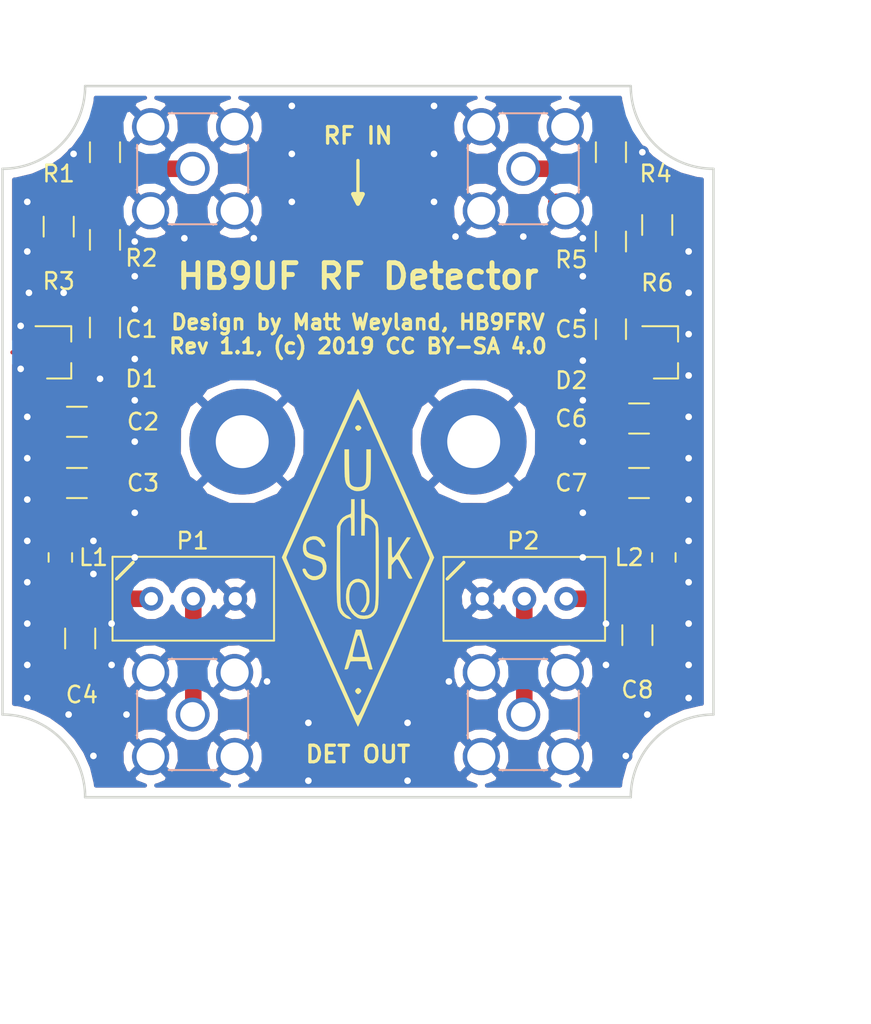
<source format=kicad_pcb>
(kicad_pcb (version 20171130) (host pcbnew 5.0.1)

  (general
    (thickness 1.6)
    (drawings 22)
    (tracks 114)
    (zones 0)
    (modules 27)
    (nets 14)
  )

  (page A4)
  (layers
    (0 F.Cu signal)
    (31 B.Cu signal)
    (32 B.Adhes user)
    (33 F.Adhes user)
    (34 B.Paste user)
    (35 F.Paste user)
    (36 B.SilkS user)
    (37 F.SilkS user)
    (38 B.Mask user)
    (39 F.Mask user)
    (40 Dwgs.User user)
    (41 Cmts.User user)
    (42 Eco1.User user)
    (43 Eco2.User user)
    (44 Edge.Cuts user)
    (45 Margin user)
    (46 B.CrtYd user)
    (47 F.CrtYd user)
    (48 B.Fab user)
    (49 F.Fab user hide)
  )

  (setup
    (last_trace_width 0.25)
    (user_trace_width 0.5)
    (user_trace_width 1)
    (trace_clearance 0.2)
    (zone_clearance 0.508)
    (zone_45_only no)
    (trace_min 0.2)
    (segment_width 0.2)
    (edge_width 0.15)
    (via_size 0.8)
    (via_drill 0.4)
    (via_min_size 0.4)
    (via_min_drill 0.3)
    (uvia_size 0.3)
    (uvia_drill 0.1)
    (uvias_allowed no)
    (uvia_min_size 0.2)
    (uvia_min_drill 0.1)
    (pcb_text_width 0.3)
    (pcb_text_size 1.5 1.5)
    (mod_edge_width 0.15)
    (mod_text_size 1 1)
    (mod_text_width 0.15)
    (pad_size 1.524 1.524)
    (pad_drill 0.762)
    (pad_to_mask_clearance 0.051)
    (solder_mask_min_width 0.25)
    (aux_axis_origin 0 0)
    (visible_elements FFFFFF7F)
    (pcbplotparams
      (layerselection 0x010f0_ffffffff)
      (usegerberextensions true)
      (usegerberattributes false)
      (usegerberadvancedattributes false)
      (creategerberjobfile false)
      (excludeedgelayer true)
      (linewidth 0.100000)
      (plotframeref false)
      (viasonmask false)
      (mode 1)
      (useauxorigin false)
      (hpglpennumber 1)
      (hpglpenspeed 20)
      (hpglpendiameter 15.000000)
      (psnegative false)
      (psa4output false)
      (plotreference true)
      (plotvalue true)
      (plotinvisibletext false)
      (padsonsilk false)
      (subtractmaskfromsilk false)
      (outputformat 1)
      (mirror false)
      (drillshape 0)
      (scaleselection 1)
      (outputdirectory "gerber"))
  )

  (net 0 "")
  (net 1 "Net-(J1-Pad1)")
  (net 2 GND)
  (net 3 "Net-(C1-Pad2)")
  (net 4 "Net-(C4-Pad1)")
  (net 5 "Net-(J2-Pad1)")
  (net 6 "Net-(C2-Pad1)")
  (net 7 "Net-(C1-Pad1)")
  (net 8 "Net-(C5-Pad2)")
  (net 9 "Net-(J3-Pad1)")
  (net 10 "Net-(C8-Pad1)")
  (net 11 "Net-(J4-Pad1)")
  (net 12 "Net-(C6-Pad1)")
  (net 13 "Net-(C5-Pad1)")

  (net_class Default "This is the default net class."
    (clearance 0.2)
    (trace_width 0.25)
    (via_dia 0.8)
    (via_drill 0.4)
    (uvia_dia 0.3)
    (uvia_drill 0.1)
    (add_net GND)
    (add_net "Net-(C1-Pad1)")
    (add_net "Net-(C1-Pad2)")
    (add_net "Net-(C2-Pad1)")
    (add_net "Net-(C4-Pad1)")
    (add_net "Net-(C5-Pad1)")
    (add_net "Net-(C5-Pad2)")
    (add_net "Net-(C6-Pad1)")
    (add_net "Net-(C8-Pad1)")
    (add_net "Net-(J1-Pad1)")
    (add_net "Net-(J2-Pad1)")
    (add_net "Net-(J3-Pad1)")
    (add_net "Net-(J4-Pad1)")
  )

  (module local:hb9uf_logo_small locked (layer F.Cu) (tedit 0) (tstamp 5CA18C92)
    (at 122.5 79.5)
    (fp_text reference G*** (at 0 0) (layer F.SilkS) hide
      (effects (font (size 1.524 1.524) (thickness 0.3)))
    )
    (fp_text value LOGO (at 0.75 0) (layer F.SilkS) hide
      (effects (font (size 1.524 1.524) (thickness 0.3)))
    )
    (fp_poly (pts (xy 0.094615 -7.967829) (xy 0.166254 -7.909023) (xy 0.202465 -7.839082) (xy 0.2032 -7.829)
      (xy 0.177175 -7.770033) (xy 0.116595 -7.705878) (xy 0.047701 -7.661207) (xy 0.016933 -7.653867)
      (xy -0.043162 -7.676286) (xy -0.1016 -7.7216) (xy -0.151762 -7.787718) (xy -0.169333 -7.837714)
      (xy -0.139833 -7.911901) (xy -0.068271 -7.970613) (xy 0.014103 -7.992534) (xy 0.094615 -7.967829)) (layer F.SilkS) (width 0.01))
    (fp_poly (pts (xy -0.535694 -5.544092) (xy -0.532133 -5.242591) (xy -0.527769 -5.001075) (xy -0.521212 -4.811796)
      (xy -0.511073 -4.667009) (xy -0.495961 -4.558967) (xy -0.474487 -4.479923) (xy -0.445262 -4.422131)
      (xy -0.406895 -4.377844) (xy -0.357996 -4.339317) (xy -0.314285 -4.310005) (xy -0.20853 -4.269438)
      (xy -0.065046 -4.249987) (xy 0.08957 -4.25166) (xy 0.228723 -4.274464) (xy 0.314051 -4.309852)
      (xy 0.366204 -4.346623) (xy 0.407926 -4.386309) (xy 0.440418 -4.436524) (xy 0.464879 -4.50488)
      (xy 0.482509 -4.598993) (xy 0.49451 -4.726476) (xy 0.50208 -4.894941) (xy 0.506421 -5.112004)
      (xy 0.508732 -5.385277) (xy 0.509521 -5.549888) (xy 0.513693 -6.536267) (xy 0.778933 -6.536267)
      (xy 0.778933 -5.61108) (xy 0.777881 -5.294261) (xy 0.77395 -5.037098) (xy 0.765977 -4.831533)
      (xy 0.752801 -4.669511) (xy 0.73326 -4.542974) (xy 0.70619 -4.443868) (xy 0.670432 -4.364135)
      (xy 0.624821 -4.295719) (xy 0.581924 -4.245319) (xy 0.492063 -4.16197) (xy 0.396212 -4.09374)
      (xy 0.380573 -4.085091) (xy 0.257362 -4.042969) (xy 0.099251 -4.017252) (xy -0.062221 -4.011149)
      (xy -0.191677 -4.026863) (xy -0.393502 -4.111563) (xy -0.56832 -4.25019) (xy -0.613033 -4.301067)
      (xy -0.669457 -4.38053) (xy -0.714489 -4.468894) (xy -0.749333 -4.574457) (xy -0.775189 -4.705515)
      (xy -0.793261 -4.870366) (xy -0.80475 -5.077309) (xy -0.810859 -5.33464) (xy -0.81279 -5.650657)
      (xy -0.8128 -5.679782) (xy -0.8128 -6.536267) (xy -0.546455 -6.536267) (xy -0.535694 -5.544092)) (layer F.SilkS) (width 0.01))
    (fp_poly (pts (xy 2.039703 -0.601133) (xy 2.043822 -0.364675) (xy 2.050981 -0.185787) (xy 2.065266 -0.064403)
      (xy 2.09076 -0.000455) (xy 2.131551 0.006123) (xy 2.191723 -0.0446) (xy 2.275363 -0.152557)
      (xy 2.386555 -0.317682) (xy 2.529384 -0.539906) (xy 2.562942 -0.592506) (xy 2.678264 -0.773001)
      (xy 2.781025 -0.933302) (xy 2.865757 -1.064925) (xy 2.926996 -1.159388) (xy 2.959275 -1.208208)
      (xy 2.962738 -1.212961) (xy 3.000422 -1.21755) (xy 3.076219 -1.21341) (xy 3.079054 -1.213122)
      (xy 3.184352 -1.202267) (xy 2.862176 -0.720193) (xy 2.755729 -0.557132) (xy 2.664115 -0.409571)
      (xy 2.593623 -0.288229) (xy 2.550541 -0.203824) (xy 2.54 -0.171061) (xy 2.543007 -0.139925)
      (xy 2.554978 -0.099743) (xy 2.580333 -0.041626) (xy 2.623496 0.043315) (xy 2.688888 0.163971)
      (xy 2.780931 0.329231) (xy 2.849815 0.451765) (xy 2.91112 0.561801) (xy 2.956956 0.646321)
      (xy 2.979294 0.690454) (xy 2.980266 0.693402) (xy 2.995913 0.7252) (xy 3.037824 0.801989)
      (xy 3.098456 0.910067) (xy 3.132415 0.96977) (xy 3.199745 1.090236) (xy 3.251877 1.188438)
      (xy 3.281141 1.249695) (xy 3.284815 1.261533) (xy 3.255357 1.278811) (xy 3.183254 1.286858)
      (xy 3.174779 1.286933) (xy 3.134305 1.28485) (xy 3.099389 1.273145) (xy 3.063973 1.243632)
      (xy 3.021998 1.188126) (xy 2.967407 1.098443) (xy 2.894142 0.966396) (xy 2.796144 0.783801)
      (xy 2.779997 0.753533) (xy 2.663138 0.536094) (xy 2.572341 0.371928) (xy 2.502956 0.253939)
      (xy 2.450329 0.17503) (xy 2.409808 0.128108) (xy 2.37674 0.106074) (xy 2.352553 0.1016)
      (xy 2.312581 0.126888) (xy 2.247621 0.193191) (xy 2.171719 0.28617) (xy 2.171535 0.286413)
      (xy 2.032 0.471227) (xy 2.032 1.286933) (xy 1.8288 1.286933) (xy 1.8288 -1.2192)
      (xy 2.030472 -1.2192) (xy 2.039703 -0.601133)) (layer F.SilkS) (width 0.01))
    (fp_poly (pts (xy -2.496866 -1.269286) (xy -2.316542 -1.198817) (xy -2.16317 -1.076973) (xy -2.04796 -0.90639)
      (xy -2.045345 -0.900836) (xy -1.990827 -0.775843) (xy -1.970091 -0.698892) (xy -1.984007 -0.658829)
      (xy -2.033444 -0.644497) (xy -2.065412 -0.643467) (xy -2.141882 -0.656471) (xy -2.19085 -0.708038)
      (xy -2.213207 -0.755115) (xy -2.28546 -0.869961) (xy -2.392632 -0.976408) (xy -2.510326 -1.052332)
      (xy -2.561589 -1.070995) (xy -2.726581 -1.082295) (xy -2.888896 -1.041533) (xy -3.022516 -0.955427)
      (xy -3.027254 -0.950777) (xy -3.085007 -0.8862) (xy -3.116436 -0.823365) (xy -3.129471 -0.737929)
      (xy -3.132016 -0.629349) (xy -3.118717 -0.466669) (xy -3.070918 -0.34946) (xy -2.978474 -0.264844)
      (xy -2.831237 -0.199944) (xy -2.781357 -0.184304) (xy -2.560084 -0.118511) (xy -2.394357 -0.06794)
      (xy -2.274736 -0.028717) (xy -2.191782 0.003031) (xy -2.136054 0.031179) (xy -2.098113 0.059601)
      (xy -2.068519 0.09217) (xy -2.050658 0.115561) (xy -1.952891 0.300054) (xy -1.905649 0.512199)
      (xy -1.909902 0.733476) (xy -1.966619 0.945365) (xy -2.003256 1.021617) (xy -2.121502 1.169919)
      (xy -2.28403 1.283033) (xy -2.473396 1.35365) (xy -2.672151 1.374462) (xy -2.802955 1.356638)
      (xy -2.994271 1.275392) (xy -3.155276 1.139125) (xy -3.263971 0.977758) (xy -3.32665 0.839441)
      (xy -3.350394 0.748702) (xy -3.33506 0.697595) (xy -3.280508 0.678175) (xy -3.258623 0.677333)
      (xy -3.195343 0.687193) (xy -3.15343 0.728343) (xy -3.115396 0.818137) (xy -3.114689 0.820162)
      (xy -3.031182 0.964911) (xy -2.903536 1.069461) (xy -2.745589 1.128633) (xy -2.571183 1.137246)
      (xy -2.394155 1.090122) (xy -2.393821 1.089974) (xy -2.248365 0.993451) (xy -2.157346 0.856634)
      (xy -2.120747 0.679493) (xy -2.120096 0.6604) (xy -2.132521 0.504035) (xy -2.181831 0.379986)
      (xy -2.275175 0.281488) (xy -2.419706 0.201776) (xy -2.622573 0.134086) (xy -2.696748 0.114898)
      (xy -2.901981 0.056757) (xy -3.051739 -0.005763) (xy -3.158223 -0.079779) (xy -3.233635 -0.172409)
      (xy -3.255057 -0.210761) (xy -3.313241 -0.383476) (xy -3.329174 -0.574891) (xy -3.306002 -0.767452)
      (xy -3.246871 -0.943604) (xy -3.154929 -1.085794) (xy -3.087427 -1.14605) (xy -2.89352 -1.24554)
      (xy -2.69293 -1.285739) (xy -2.496866 -1.269286)) (layer F.SilkS) (width 0.01))
    (fp_poly (pts (xy 0.4064 -3.080804) (xy 0.408382 -2.884636) (xy 0.414775 -2.748914) (xy 0.42625 -2.666452)
      (xy 0.443478 -2.630067) (xy 0.448733 -2.627337) (xy 0.673974 -2.548075) (xy 0.850994 -2.450076)
      (xy 0.983612 -2.338547) (xy 1.033763 -2.288892) (xy 1.07728 -2.243889) (xy 1.114632 -2.198605)
      (xy 1.14629 -2.148105) (xy 1.172723 -2.087457) (xy 1.194402 -2.011728) (xy 1.211796 -1.915983)
      (xy 1.225376 -1.795291) (xy 1.235611 -1.644717) (xy 1.242971 -1.459328) (xy 1.247927 -1.234191)
      (xy 1.250948 -0.964373) (xy 1.252504 -0.64494) (xy 1.253065 -0.270959) (xy 1.253102 0.162504)
      (xy 1.253066 0.489984) (xy 1.252978 0.968182) (xy 1.252499 1.383657) (xy 1.251308 1.741419)
      (xy 1.249082 2.04648) (xy 1.2455 2.303848) (xy 1.24024 2.518535) (xy 1.23298 2.69555)
      (xy 1.223399 2.839905) (xy 1.211175 2.95661) (xy 1.195985 3.050674) (xy 1.177508 3.127109)
      (xy 1.155423 3.190924) (xy 1.129407 3.247131) (xy 1.099139 3.300738) (xy 1.069472 3.348566)
      (xy 0.925588 3.525346) (xy 0.750884 3.644698) (xy 0.539811 3.709491) (xy 0.342997 3.723984)
      (xy 0.141879 3.706924) (xy -0.013924 3.65656) (xy -0.01649 3.655289) (xy -0.206305 3.528387)
      (xy -0.383141 3.350019) (xy -0.533991 3.136456) (xy -0.64585 2.903965) (xy -0.667299 2.841279)
      (xy -0.704088 2.661492) (xy -0.719724 2.443853) (xy -0.71434 2.21481) (xy -0.688072 2.000811)
      (xy -0.662452 1.891013) (xy -0.572062 1.670238) (xy -0.447734 1.496685) (xy -0.296926 1.373968)
      (xy -0.127093 1.305704) (xy 0.054306 1.295509) (xy 0.239816 1.347) (xy 0.34219 1.403778)
      (xy 0.440372 1.486239) (xy 0.523829 1.600389) (xy 0.587103 1.721135) (xy 0.632912 1.821739)
      (xy 0.663396 1.905676) (xy 0.681662 1.991281) (xy 0.690817 2.096894) (xy 0.693967 2.24085)
      (xy 0.694267 2.353733) (xy 0.693248 2.529488) (xy 0.688144 2.655651) (xy 0.675878 2.750357)
      (xy 0.653378 2.831739) (xy 0.617568 2.917932) (xy 0.588045 2.980266) (xy 0.512561 3.132238)
      (xy 0.45509 3.231564) (xy 0.406471 3.287643) (xy 0.357543 3.309875) (xy 0.299144 3.307656)
      (xy 0.27382 3.302634) (xy 0.163124 3.278321) (xy 0.248467 3.18856) (xy 0.311381 3.107664)
      (xy 0.382868 2.994566) (xy 0.427507 2.912533) (xy 0.471701 2.817503) (xy 0.499396 2.731897)
      (xy 0.51432 2.634772) (xy 0.520201 2.505181) (xy 0.520937 2.3876) (xy 0.503965 2.092798)
      (xy 0.453487 1.856731) (xy 0.36939 1.679203) (xy 0.25156 1.56002) (xy 0.099886 1.498986)
      (xy 0.00142 1.490133) (xy -0.169985 1.519795) (xy -0.308689 1.608714) (xy -0.414626 1.756793)
      (xy -0.487724 1.963934) (xy -0.527915 2.230039) (xy -0.528601 2.23879) (xy -0.528137 2.547454)
      (xy -0.474589 2.818213) (xy -0.365451 3.058213) (xy -0.198216 3.274601) (xy -0.14752 3.325383)
      (xy -0.028308 3.425209) (xy 0.089158 3.485591) (xy 0.228232 3.515042) (xy 0.392397 3.522133)
      (xy 0.602137 3.496728) (xy 0.770061 3.419162) (xy 0.899899 3.287407) (xy 0.938654 3.225205)
      (xy 0.966949 3.17003) (xy 0.991445 3.110657) (xy 1.012382 3.042119) (xy 1.030003 2.959448)
      (xy 1.044549 2.857678) (xy 1.056263 2.73184) (xy 1.065386 2.576969) (xy 1.07216 2.388096)
      (xy 1.076827 2.160254) (xy 1.079629 1.888476) (xy 1.080807 1.567796) (xy 1.080604 1.193245)
      (xy 1.079261 0.759856) (xy 1.077553 0.372533) (xy 1.0668 -1.8796) (xy 0.985719 -2.044308)
      (xy 0.902908 -2.168273) (xy 0.791484 -2.27693) (xy 0.668959 -2.357337) (xy 0.552843 -2.396551)
      (xy 0.508 -2.397387) (xy 0.423333 -2.3876) (xy 0.414007 -1.8542) (xy 0.40468 -1.3208)
      (xy 0.2032 -1.3208) (xy 0.2032 -3.522134) (xy 0.4064 -3.522134) (xy 0.4064 -3.080804)) (layer F.SilkS) (width 0.01))
    (fp_poly (pts (xy -0.2032 -1.3208) (xy -0.4064 -1.3208) (xy -0.4064 -1.86373) (xy -0.407098 -2.082487)
      (xy -0.411628 -2.240896) (xy -0.423646 -2.346338) (xy -0.446808 -2.406197) (xy -0.484769 -2.427858)
      (xy -0.541186 -2.418704) (xy -0.619713 -2.386117) (xy -0.656532 -2.368929) (xy -0.829658 -2.252637)
      (xy -0.966408 -2.090918) (xy -1.04781 -1.913467) (xy -1.056156 -1.86378) (xy -1.063175 -1.774325)
      (xy -1.068904 -1.641863) (xy -1.073384 -1.463152) (xy -1.076651 -1.234953) (xy -1.078745 -0.954024)
      (xy -1.079703 -0.617125) (xy -1.079564 -0.221016) (xy -1.078367 0.237544) (xy -1.077092 0.5588)
      (xy -1.07493 1.019157) (xy -1.072701 1.416706) (xy -1.070274 1.756371) (xy -1.067518 2.043076)
      (xy -1.064301 2.281746) (xy -1.060492 2.477306) (xy -1.05596 2.63468) (xy -1.050573 2.758793)
      (xy -1.0442 2.85457) (xy -1.036709 2.926934) (xy -1.027969 2.980811) (xy -1.017849 3.021126)
      (xy -1.010857 3.041383) (xy -0.925062 3.220737) (xy -0.820518 3.370511) (xy -0.708998 3.475061)
      (xy -0.665481 3.500519) (xy -0.562623 3.564195) (xy -0.476189 3.638479) (xy -0.394593 3.725333)
      (xy -0.49363 3.723984) (xy -0.587405 3.707732) (xy -0.698303 3.668965) (xy -0.727334 3.655462)
      (xy -0.925158 3.522391) (xy -1.078178 3.347095) (xy -1.145911 3.221338) (xy -1.173691 3.151851)
      (xy -1.1977 3.079493) (xy -1.21818 2.999101) (xy -1.235372 2.905514) (xy -1.249517 2.793569)
      (xy -1.260856 2.658103) (xy -1.269632 2.493956) (xy -1.276084 2.295963) (xy -1.280455 2.058964)
      (xy -1.282986 1.777795) (xy -1.283919 1.447295) (xy -1.283494 1.062301) (xy -1.281953 0.617651)
      (xy -1.280683 0.338667) (xy -1.27 -1.8796) (xy -1.175858 -2.071304) (xy -1.057204 -2.263776)
      (xy -0.906328 -2.414274) (xy -0.712258 -2.531185) (xy -0.464026 -2.622899) (xy -0.448733 -2.627337)
      (xy -0.429971 -2.653379) (xy -0.417128 -2.72371) (xy -0.409534 -2.845516) (xy -0.406518 -3.025981)
      (xy -0.4064 -3.080804) (xy -0.4064 -3.522134) (xy -0.2032 -3.522134) (xy -0.2032 -1.3208)) (layer F.SilkS) (width 0.01))
    (fp_poly (pts (xy 0.268128 4.5974) (xy 0.313324 4.753136) (xy 0.364863 4.932554) (xy 0.40682 5.08)
      (xy 0.438346 5.191114) (xy 0.484386 5.352859) (xy 0.540807 5.550748) (xy 0.603479 5.770296)
      (xy 0.668272 5.997015) (xy 0.679584 6.036569) (xy 0.738641 6.243805) (xy 0.790834 6.428405)
      (xy 0.833458 6.580682) (xy 0.863808 6.690951) (xy 0.879181 6.749526) (xy 0.880533 6.756235)
      (xy 0.85086 6.767848) (xy 0.778533 6.773279) (xy 0.769688 6.773333) (xy 0.712518 6.77042)
      (xy 0.674564 6.752486) (xy 0.645822 6.705736) (xy 0.616288 6.616377) (xy 0.591625 6.5278)
      (xy 0.524406 6.282267) (xy 0.053223 6.272807) (xy -0.119661 6.27137) (xy -0.268369 6.273966)
      (xy -0.379736 6.280076) (xy -0.440595 6.289183) (xy -0.447095 6.292481) (xy -0.470663 6.338207)
      (xy -0.503808 6.429277) (xy -0.537322 6.539008) (xy -0.572406 6.655705) (xy -0.60264 6.722102)
      (xy -0.63943 6.753652) (xy -0.694182 6.765811) (xy -0.705608 6.767012) (xy -0.77913 6.769303)
      (xy -0.812605 6.760499) (xy -0.8128 6.759417) (xy -0.803655 6.722981) (xy -0.778067 6.63126)
      (xy -0.738808 6.49392) (xy -0.688649 6.320627) (xy -0.63036 6.121046) (xy -0.605856 6.037604)
      (xy -0.577763 5.94182) (xy -0.327425 5.94182) (xy -0.326815 5.976436) (xy -0.305203 6.000446)
      (xy -0.254776 6.015987) (xy -0.164025 6.024653) (xy -0.021438 6.028035) (xy 0.047738 6.028267)
      (xy 0.223729 6.024659) (xy 0.349152 6.014314) (xy 0.416793 5.997944) (xy 0.425518 5.990865)
      (xy 0.425628 5.945188) (xy 0.408818 5.847992) (xy 0.37855 5.711828) (xy 0.338283 5.549246)
      (xy 0.291478 5.3728) (xy 0.241596 5.195039) (xy 0.192097 5.028517) (xy 0.146443 4.885783)
      (xy 0.108093 4.77939) (xy 0.080509 4.721889) (xy 0.073903 4.715583) (xy 0.015402 4.722626)
      (xy -0.015592 4.745169) (xy -0.039809 4.794575) (xy -0.074492 4.895959) (xy -0.116273 5.035997)
      (xy -0.161785 5.201365) (xy -0.207659 5.37874) (xy -0.250528 5.554797) (xy -0.287024 5.716211)
      (xy -0.313779 5.849661) (xy -0.327425 5.94182) (xy -0.577763 5.94182) (xy -0.533242 5.790025)
      (xy -0.456475 5.527096) (xy -0.381424 5.268998) (xy -0.313959 5.035916) (xy -0.260912 4.8514)
      (xy -0.122912 4.3688) (xy 0.20125 4.3688) (xy 0.268128 4.5974)) (layer F.SilkS) (width 0.01))
    (fp_poly (pts (xy 0.081755 7.91632) (xy 0.150398 7.975558) (xy 0.196649 8.043267) (xy 0.2032 8.071296)
      (xy 0.178122 8.127424) (xy 0.119271 8.193972) (xy 0.051222 8.246957) (xy 0.006284 8.263467)
      (xy -0.04537 8.2414) (xy -0.1016 8.195733) (xy -0.151835 8.128684) (xy -0.169333 8.0772)
      (xy -0.142881 8.01005) (xy -0.080979 7.940991) (xy -0.009812 7.896207) (xy 0.016933 7.890933)
      (xy 0.081755 7.91632)) (layer F.SilkS) (width 0.01))
    (fp_poly (pts (xy 0.025435 -10.16535) (xy 0.067285 -10.091009) (xy 0.110733 -9.999134) (xy 0.161343 -9.88487)
      (xy 0.233549 -9.722816) (xy 0.322458 -9.523871) (xy 0.423176 -9.298933) (xy 0.53081 -9.058902)
      (xy 0.640466 -8.814675) (xy 0.74725 -8.577152) (xy 0.846268 -8.357232) (xy 0.932628 -8.165813)
      (xy 1.001435 -8.013793) (xy 1.047796 -7.912073) (xy 1.049729 -7.907867) (xy 1.115378 -7.76414)
      (xy 1.194367 -7.589712) (xy 1.272577 -7.415799) (xy 1.294844 -7.366) (xy 1.365423 -7.208151)
      (xy 1.436819 -7.048921) (xy 1.497161 -6.914772) (xy 1.515149 -6.874933) (xy 1.550173 -6.797216)
      (xy 1.608654 -6.667118) (xy 1.686358 -6.494073) (xy 1.77905 -6.287515) (xy 1.882496 -6.056878)
      (xy 1.992463 -5.811596) (xy 2.031962 -5.723467) (xy 2.144725 -5.472089) (xy 2.25387 -5.229218)
      (xy 2.354871 -5.004891) (xy 2.443204 -4.809145) (xy 2.514342 -4.652016) (xy 2.563761 -4.543541)
      (xy 2.574037 -4.5212) (xy 2.630134 -4.39843) (xy 2.704321 -4.23418) (xy 2.787379 -4.048956)
      (xy 2.870085 -3.863259) (xy 2.878684 -3.843867) (xy 2.946637 -3.691198) (xy 3.036323 -3.490666)
      (xy 3.14153 -3.25611) (xy 3.256047 -3.001365) (xy 3.373659 -2.740268) (xy 3.4717 -2.523067)
      (xy 3.582133 -2.278437) (xy 3.690328 -2.038329) (xy 3.791124 -1.814232) (xy 3.879358 -1.617633)
      (xy 3.949868 -1.460023) (xy 3.996705 -1.354667) (xy 4.070471 -1.188947) (xy 4.150494 -1.011232)
      (xy 4.22159 -0.855206) (xy 4.233326 -0.829733) (xy 4.299726 -0.684448) (xy 4.37877 -0.509261)
      (xy 4.455967 -0.336334) (xy 4.474624 -0.29418) (xy 4.606425 0.004307) (xy 4.499907 0.247687)
      (xy 4.423649 0.421172) (xy 4.348182 0.591039) (xy 4.264158 0.7782) (xy 4.162232 1.003566)
      (xy 4.148915 1.032933) (xy 4.092056 1.158818) (xy 4.020214 1.318606) (xy 3.945959 1.484321)
      (xy 3.92066 1.540933) (xy 3.850071 1.698777) (xy 3.778678 1.858002) (xy 3.71835 1.992149)
      (xy 3.700365 2.032) (xy 3.655815 2.130771) (xy 3.591128 2.274471) (xy 3.513894 2.446231)
      (xy 3.431699 2.62918) (xy 3.403314 2.6924) (xy 3.321099 2.875303) (xy 3.241087 3.052887)
      (xy 3.170893 3.208278) (xy 3.118133 3.3246) (xy 3.105269 3.3528) (xy 3.052129 3.47015)
      (xy 2.983659 3.622967) (xy 2.911744 3.784689) (xy 2.885581 3.843866) (xy 2.811126 4.011349)
      (xy 2.73118 4.189189) (xy 2.659851 4.346058) (xy 2.6416 4.385733) (xy 2.57584 4.529659)
      (xy 2.497067 4.704323) (xy 2.419387 4.878395) (xy 2.397619 4.9276) (xy 2.327518 5.085659)
      (xy 2.256224 5.245069) (xy 2.195636 5.379264) (xy 2.177645 5.418667) (xy 2.133208 5.516203)
      (xy 2.06847 5.659217) (xy 1.99081 5.831365) (xy 1.907607 6.016306) (xy 1.871825 6.096)
      (xy 1.78558 6.287743) (xy 1.698815 6.47982) (xy 1.619888 6.653782) (xy 1.557157 6.791178)
      (xy 1.539737 6.829028) (xy 1.466163 6.990332) (xy 1.384641 7.172069) (xy 1.319312 7.320094)
      (xy 1.249575 7.478062) (xy 1.168031 7.660015) (xy 1.091459 7.82853) (xy 1.086132 7.840133)
      (xy 1.041942 7.937193) (xy 0.974541 8.086408) (xy 0.888292 8.278067) (xy 0.787557 8.502457)
      (xy 0.676698 8.749868) (xy 0.560076 9.010585) (xy 0.48928 9.169075) (xy 0.377621 9.418075)
      (xy 0.27436 9.646234) (xy 0.182781 9.846456) (xy 0.106169 10.011646) (xy 0.047811 10.134708)
      (xy 0.01099 10.208546) (xy -0.000715 10.227409) (xy -0.018425 10.197787) (xy -0.059907 10.113862)
      (xy -0.121593 9.983303) (xy -0.199918 9.813778) (xy -0.291313 9.612956) (xy -0.392212 9.388504)
      (xy -0.421978 9.3218) (xy -0.559998 9.012188) (xy -0.675601 8.753348) (xy -0.773819 8.534128)
      (xy -0.859684 8.343379) (xy -0.938228 8.16995) (xy -1.014484 8.002691) (xy -1.093483 7.830449)
      (xy -1.1684 7.667781) (xy -1.222582 7.549012) (xy -1.263757 7.456306) (xy -1.285276 7.404729)
      (xy -1.286934 7.399211) (xy -1.299951 7.365013) (xy -1.334163 7.286082) (xy -1.382307 7.179151)
      (xy -1.384831 7.173629) (xy -1.498392 6.924861) (xy -1.5923 6.717882) (xy -1.67541 6.533041)
      (xy -1.75658 6.350687) (xy -1.80181 6.2484) (xy -1.871952 6.090339) (xy -1.943323 5.930929)
      (xy -2.00401 5.796733) (xy -2.022041 5.757333) (xy -2.068281 5.655658) (xy -2.133738 5.510176)
      (xy -2.210272 5.339048) (xy -2.289744 5.16043) (xy -2.302883 5.1308) (xy -2.354956 5.013746)
      (xy -2.431329 4.842673) (xy -2.528526 4.625335) (xy -2.643075 4.369491) (xy -2.771498 4.082897)
      (xy -2.910323 3.773308) (xy -3.056073 3.448482) (xy -3.205275 3.116176) (xy -3.251111 3.014133)
      (xy -3.405165 2.67111) (xy -3.560479 2.325107) (xy -3.713004 1.985156) (xy -3.858693 1.660286)
      (xy -3.993495 1.359529) (xy -4.113364 1.091915) (xy -4.21425 0.866474) (xy -4.292105 0.692237)
      (xy -4.302816 0.66823) (xy -4.600281 0.001312) (xy -4.334934 0.001312) (xy -4.329082 0.031653)
      (xy -4.310105 0.08793) (xy -4.275873 0.175113) (xy -4.224255 0.298171) (xy -4.153119 0.462071)
      (xy -4.060335 0.671783) (xy -3.943772 0.932275) (xy -3.801298 1.248516) (xy -3.776296 1.303866)
      (xy -3.728155 1.41085) (xy -3.660618 1.561522) (xy -3.581827 1.737689) (xy -3.499927 1.921159)
      (xy -3.480709 1.964266) (xy -3.400162 2.144766) (xy -3.321623 2.320378) (xy -3.252923 2.473616)
      (xy -3.201895 2.586992) (xy -3.192511 2.607733) (xy -3.13977 2.724471) (xy -3.062959 2.895002)
      (xy -2.965683 3.111294) (xy -2.851542 3.365317) (xy -2.72414 3.649041) (xy -2.587079 3.954434)
      (xy -2.443961 4.273466) (xy -2.298389 4.598106) (xy -2.153966 4.920323) (xy -2.014293 5.232087)
      (xy -1.882973 5.525367) (xy -1.763609 5.792132) (xy -1.659804 6.024351) (xy -1.642928 6.062133)
      (xy -1.502923 6.375546) (xy -1.386775 6.635329) (xy -1.29077 6.849724) (xy -1.211192 7.026967)
      (xy -1.144329 7.1753) (xy -1.086466 7.302961) (xy -1.033888 7.418189) (xy -0.982881 7.529223)
      (xy -0.929732 7.644303) (xy -0.927827 7.648419) (xy -0.874461 7.765048) (xy -0.834251 7.855427)
      (xy -0.813981 7.904225) (xy -0.8128 7.908412) (xy -0.799798 7.9423) (xy -0.765097 8.02291)
      (xy -0.715154 8.13536) (xy -0.692867 8.184793) (xy -0.624227 8.336392) (xy -0.573422 8.448426)
      (xy -0.530942 8.541737) (xy -0.487278 8.637168) (xy -0.432921 8.755559) (xy -0.371122 8.89)
      (xy -0.303769 9.038562) (xy -0.241163 9.180251) (xy -0.192963 9.293062) (xy -0.17787 9.330267)
      (xy -0.124219 9.452396) (xy -0.076669 9.520088) (xy -0.025167 9.544682) (xy 0.011169 9.543567)
      (xy 0.051178 9.519953) (xy 0.100385 9.455214) (xy 0.163364 9.342023) (xy 0.244686 9.173051)
      (xy 0.251199 9.158911) (xy 0.327812 8.99161) (xy 0.402893 8.826623) (xy 0.466942 8.684882)
      (xy 0.504819 8.600111) (xy 0.56108 8.473996) (xy 0.630682 8.31949) (xy 0.698689 8.16975)
      (xy 0.699553 8.16786) (xy 0.752196 8.051293) (xy 0.791815 7.961128) (xy 0.811689 7.912741)
      (xy 0.8128 7.908756) (xy 0.826118 7.875254) (xy 0.861827 7.794661) (xy 0.913561 7.681212)
      (xy 0.944247 7.614896) (xy 0.982634 7.531183) (xy 1.045671 7.392316) (xy 1.130351 7.204972)
      (xy 1.233669 6.975827) (xy 1.352618 6.711557) (xy 1.484193 6.418839) (xy 1.625388 6.10435)
      (xy 1.773196 5.774765) (xy 1.872053 5.554133) (xy 2.020819 5.222034) (xy 2.163497 4.903614)
      (xy 2.297285 4.605117) (xy 2.419383 4.33279) (xy 2.526991 4.092875) (xy 2.617307 3.891618)
      (xy 2.68753 3.735263) (xy 2.734861 3.630056) (xy 2.753018 3.589866) (xy 2.805552 3.473863)
      (xy 2.874439 3.321266) (xy 2.952745 3.147489) (xy 3.033536 2.967946) (xy 3.109878 2.798049)
      (xy 3.174837 2.653214) (xy 3.221479 2.548851) (xy 3.232934 2.523066) (xy 3.341948 2.27754)
      (xy 3.447547 2.041332) (xy 3.565068 1.780148) (xy 3.573676 1.761066) (xy 3.687997 1.507631)
      (xy 3.78292 1.297091) (xy 3.866929 1.110613) (xy 3.948507 0.929365) (xy 4.036138 0.734514)
      (xy 4.054232 0.694267) (xy 4.124139 0.539648) (xy 4.190954 0.393406) (xy 4.245504 0.275545)
      (xy 4.270707 0.222239) (xy 4.311164 0.121993) (xy 4.333435 0.035246) (xy 4.334933 0.016635)
      (xy 4.320548 -0.034455) (xy 4.277482 -0.146529) (xy 4.205875 -0.319271) (xy 4.105862 -0.552368)
      (xy 3.977581 -0.845503) (xy 3.821169 -1.198364) (xy 3.636764 -1.610636) (xy 3.424502 -2.082003)
      (xy 3.286302 -2.3876) (xy 3.20173 -2.574755) (xy 3.127943 -2.739135) (xy 3.052727 -2.908075)
      (xy 2.963868 -3.108911) (xy 2.953379 -3.132667) (xy 2.878904 -3.30014) (xy 2.798956 -3.477971)
      (xy 2.727639 -3.634836) (xy 2.709385 -3.674534) (xy 2.6514 -3.801073) (xy 2.571515 -3.976715)
      (xy 2.475468 -4.188726) (xy 2.368999 -4.424372) (xy 2.257847 -4.670919) (xy 2.147751 -4.915631)
      (xy 2.04445 -5.145777) (xy 1.953683 -5.348619) (xy 1.88119 -5.511426) (xy 1.862282 -5.554133)
      (xy 1.788494 -5.719846) (xy 1.708455 -5.897554) (xy 1.637351 -6.053577) (xy 1.625607 -6.079067)
      (xy 1.55984 -6.222985) (xy 1.481049 -6.39764) (xy 1.403342 -6.571706) (xy 1.381554 -6.620933)
      (xy 1.267154 -6.879463) (xy 1.175967 -7.084115) (xy 1.104293 -7.243167) (xy 1.063596 -7.332133)
      (xy 1.038797 -7.386716) (xy 0.989893 -7.495056) (xy 0.920502 -7.649112) (xy 0.834243 -7.840841)
      (xy 0.734735 -8.062202) (xy 0.625595 -8.305152) (xy 0.545476 -8.4836) (xy 0.416662 -8.769574)
      (xy 0.311882 -8.999394) (xy 0.22806 -9.178981) (xy 0.162119 -9.314252) (xy 0.110982 -9.411125)
      (xy 0.071573 -9.47552) (xy 0.040814 -9.513354) (xy 0.015629 -9.530546) (xy -0.000303 -9.533467)
      (xy -0.0191 -9.527866) (xy -0.041789 -9.507942) (xy -0.070669 -9.469014) (xy -0.108043 -9.406403)
      (xy -0.156212 -9.315427) (xy -0.217476 -9.191406) (xy -0.294138 -9.029659) (xy -0.388499 -8.825506)
      (xy -0.50286 -8.574266) (xy -0.639523 -8.271258) (xy -0.800788 -7.911802) (xy -0.832879 -7.840134)
      (xy -0.976049 -7.520431) (xy -1.111577 -7.217991) (xy -1.236818 -6.938707) (xy -1.349122 -6.688474)
      (xy -1.445843 -6.473187) (xy -1.524334 -6.298739) (xy -1.581946 -6.171025) (xy -1.616032 -6.095941)
      (xy -1.623863 -6.079067) (xy -1.650786 -6.021003) (xy -1.697784 -5.917087) (xy -1.757601 -5.783439)
      (xy -1.806829 -5.672667) (xy -1.883136 -5.501368) (xy -1.963493 -5.322499) (xy -2.035514 -5.163569)
      (xy -2.066022 -5.096934) (xy -2.121102 -4.976039) (xy -2.194639 -4.812871) (xy -2.277786 -4.62714)
      (xy -2.361696 -4.43856) (xy -2.377601 -4.402667) (xy -2.457787 -4.22204) (xy -2.536169 -4.04632)
      (xy -2.604905 -3.89303) (xy -2.656153 -3.779695) (xy -2.665524 -3.7592) (xy -2.718802 -3.641847)
      (xy -2.787385 -3.489027) (xy -2.859372 -3.327302) (xy -2.885543 -3.268133) (xy -2.955629 -3.110085)
      (xy -3.026859 -2.950685) (xy -3.087349 -2.816492) (xy -3.105304 -2.777067) (xy -3.145589 -2.688365)
      (xy -3.207708 -2.550757) (xy -3.285844 -2.377169) (xy -3.374181 -2.180527) (xy -3.4669 -1.973755)
      (xy -3.478736 -1.947333) (xy -3.588576 -1.702108) (xy -3.676243 -1.506477) (xy -3.747249 -1.348219)
      (xy -3.807107 -1.215113) (xy -3.861328 -1.094937) (xy -3.915424 -0.975469) (xy -3.974907 -0.844486)
      (xy -4.04529 -0.689768) (xy -4.112001 -0.54321) (xy -4.188261 -0.372366) (xy -4.253291 -0.220341)
      (xy -4.302231 -0.099011) (xy -4.330218 -0.020252) (xy -4.334934 0.001312) (xy -4.600281 0.001312)
      (xy -4.601434 -0.001272) (xy -4.48211 -0.263103) (xy -4.426472 -0.385297) (xy -4.377244 -0.493771)
      (xy -4.329234 -0.600095) (xy -4.277252 -0.715842) (xy -4.21611 -0.852583) (xy -4.140617 -1.021889)
      (xy -4.045583 -1.235332) (xy -3.984943 -1.3716) (xy -3.846855 -1.68085) (xy -3.718898 -1.964818)
      (xy -3.584415 -2.260429) (xy -3.552297 -2.330696) (xy -3.50367 -2.438545) (xy -3.468628 -2.519194)
      (xy -3.454432 -2.555909) (xy -3.4544 -2.556278) (xy -3.441185 -2.590193) (xy -3.406061 -2.670127)
      (xy -3.355811 -2.780744) (xy -3.339373 -2.816381) (xy -3.307518 -2.885258) (xy -3.277715 -2.949885)
      (xy -3.247463 -3.015811) (xy -3.214261 -3.088585) (xy -3.175609 -3.173757) (xy -3.129006 -3.276875)
      (xy -3.071951 -3.403488) (xy -3.001943 -3.559146) (xy -2.91648 -3.749397) (xy -2.813064 -3.97979)
      (xy -2.689192 -4.255875) (xy -2.542363 -4.583201) (xy -2.387891 -4.9276) (xy -2.252669 -5.229046)
      (xy -2.12329 -5.517395) (xy -2.00294 -5.785548) (xy -1.894807 -6.026406) (xy -1.802078 -6.232873)
      (xy -1.727939 -6.397849) (xy -1.675579 -6.514237) (xy -1.650364 -6.570133) (xy -1.605219 -6.670317)
      (xy -1.540368 -6.814897) (xy -1.463641 -6.986386) (xy -1.38287 -7.167296) (xy -1.362225 -7.2136)
      (xy -1.24372 -7.479225) (xy -1.146901 -7.695565) (xy -1.066054 -7.875277) (xy -0.995463 -8.031018)
      (xy -0.929414 -8.175446) (xy -0.862192 -8.32122) (xy -0.860094 -8.325752) (xy -0.806719 -8.442454)
      (xy -0.766507 -8.532982) (xy -0.746243 -8.581972) (xy -0.745067 -8.586214) (xy -0.731799 -8.620121)
      (xy -0.69624 -8.701059) (xy -0.644753 -8.814684) (xy -0.614907 -8.879529) (xy -0.554359 -9.011717)
      (xy -0.475005 -9.186814) (xy -0.385432 -9.385779) (xy -0.294225 -9.589573) (xy -0.255106 -9.6774)
      (xy -0.177512 -9.848685) (xy -0.108055 -9.995958) (xy -0.051771 -10.109019) (xy -0.013695 -10.177663)
      (xy -0.000227 -10.193867) (xy 0.025435 -10.16535)) (layer F.SilkS) (width 0.01))
  )

  (module Potentiometer_THT:Potentiometer_Bourns_3296W_Vertical (layer F.Cu) (tedit 5A3D4994) (tstamp 5CBA7D1B)
    (at 135.1 82)
    (descr "Potentiometer, vertical, Bourns 3296W, https://www.bourns.com/pdfs/3296.pdf")
    (tags "Potentiometer vertical Bourns 3296W")
    (path /5CA11A0C)
    (fp_text reference P2 (at -2.6 -3.5) (layer F.SilkS)
      (effects (font (size 1 1) (thickness 0.15)))
    )
    (fp_text value 4.7k (at -2.54 3.67) (layer F.Fab)
      (effects (font (size 1 1) (thickness 0.15)))
    )
    (fp_circle (center 0.955 1.15) (end 2.05 1.15) (layer F.Fab) (width 0.1))
    (fp_line (start -7.305 -2.41) (end -7.305 2.42) (layer F.Fab) (width 0.1))
    (fp_line (start -7.305 2.42) (end 2.225 2.42) (layer F.Fab) (width 0.1))
    (fp_line (start 2.225 2.42) (end 2.225 -2.41) (layer F.Fab) (width 0.1))
    (fp_line (start 2.225 -2.41) (end -7.305 -2.41) (layer F.Fab) (width 0.1))
    (fp_line (start 0.955 2.235) (end 0.956 0.066) (layer F.Fab) (width 0.1))
    (fp_line (start 0.955 2.235) (end 0.956 0.066) (layer F.Fab) (width 0.1))
    (fp_line (start -7.425 -2.53) (end 2.345 -2.53) (layer F.SilkS) (width 0.12))
    (fp_line (start -7.425 2.54) (end 2.345 2.54) (layer F.SilkS) (width 0.12))
    (fp_line (start -7.425 -2.53) (end -7.425 2.54) (layer F.SilkS) (width 0.12))
    (fp_line (start 2.345 -2.53) (end 2.345 2.54) (layer F.SilkS) (width 0.12))
    (fp_line (start -7.6 -2.7) (end -7.6 2.7) (layer F.CrtYd) (width 0.05))
    (fp_line (start -7.6 2.7) (end 2.5 2.7) (layer F.CrtYd) (width 0.05))
    (fp_line (start 2.5 2.7) (end 2.5 -2.7) (layer F.CrtYd) (width 0.05))
    (fp_line (start 2.5 -2.7) (end -7.6 -2.7) (layer F.CrtYd) (width 0.05))
    (fp_text user %R (at -3.175 0.005) (layer F.Fab)
      (effects (font (size 1 1) (thickness 0.15)))
    )
    (pad 1 thru_hole circle (at 0 0) (size 1.44 1.44) (drill 0.8) (layers *.Cu *.Mask)
      (net 10 "Net-(C8-Pad1)"))
    (pad 2 thru_hole circle (at -2.54 0) (size 1.44 1.44) (drill 0.8) (layers *.Cu *.Mask)
      (net 11 "Net-(J4-Pad1)"))
    (pad 3 thru_hole circle (at -5.08 0) (size 1.44 1.44) (drill 0.8) (layers *.Cu *.Mask)
      (net 2 GND))
    (model ${KISYS3DMOD}/Potentiometer_THT.3dshapes/Potentiometer_Bourns_3296W_Vertical.wrl
      (at (xyz 0 0 0))
      (scale (xyz 1 1 1))
      (rotate (xyz 0 0 0))
    )
  )

  (module Connector_Coaxial:SMA_Amphenol_901-144_Vertical (layer B.Cu) (tedit 5CB9FF3C) (tstamp 5CBA0C0A)
    (at 112.5 56 270)
    (descr https://www.amphenolrf.com/downloads/dl/file/id/7023/product/3103/901_144_customer_drawing.pdf)
    (tags "SMA THT Female Jack Vertical")
    (path /5CA09394)
    (fp_text reference J1 (at 0 4.75 270) (layer B.SilkS) hide
      (effects (font (size 1 1) (thickness 0.15)) (justify mirror))
    )
    (fp_text value RF_IN_1 (at 0 -5 270) (layer B.Fab)
      (effects (font (size 1 1) (thickness 0.15)) (justify mirror))
    )
    (fp_text user %R (at 0 0 270) (layer B.Fab)
      (effects (font (size 1 1) (thickness 0.15)) (justify mirror))
    )
    (fp_line (start -1.45 3.355) (end 1.45 3.355) (layer B.SilkS) (width 0.12))
    (fp_line (start -1.45 -3.355) (end 1.45 -3.355) (layer B.SilkS) (width 0.12))
    (fp_line (start 3.355 1.45) (end 3.355 -1.45) (layer B.SilkS) (width 0.12))
    (fp_line (start -3.355 1.45) (end -3.355 -1.45) (layer B.SilkS) (width 0.12))
    (fp_line (start 3.175 3.175) (end 3.175 -3.175) (layer B.Fab) (width 0.1))
    (fp_line (start -3.175 -3.175) (end 3.175 -3.175) (layer B.Fab) (width 0.1))
    (fp_line (start -3.175 3.175) (end -3.175 -3.175) (layer B.Fab) (width 0.1))
    (fp_line (start -3.175 3.175) (end 3.175 3.175) (layer B.Fab) (width 0.1))
    (fp_line (start -4.17 4.17) (end 4.17 4.17) (layer B.CrtYd) (width 0.05))
    (fp_line (start -4.17 4.17) (end -4.17 -4.17) (layer B.CrtYd) (width 0.05))
    (fp_line (start 4.17 -4.17) (end 4.17 4.17) (layer B.CrtYd) (width 0.05))
    (fp_line (start 4.17 -4.17) (end -4.17 -4.17) (layer B.CrtYd) (width 0.05))
    (fp_circle (center 0 0) (end 3.175 0) (layer B.Fab) (width 0.1))
    (pad 2 thru_hole circle (at -2.54 -2.54 270) (size 2.25 2.25) (drill 1.7) (layers *.Cu *.Mask)
      (net 2 GND))
    (pad 2 thru_hole circle (at -2.54 2.54 270) (size 2.25 2.25) (drill 1.7) (layers *.Cu *.Mask)
      (net 2 GND))
    (pad 2 thru_hole circle (at 2.54 2.54 270) (size 2.25 2.25) (drill 1.7) (layers *.Cu *.Mask)
      (net 2 GND))
    (pad 2 thru_hole circle (at 2.54 -2.54 270) (size 2.25 2.25) (drill 1.7) (layers *.Cu *.Mask)
      (net 2 GND))
    (pad 1 thru_hole circle (at 0 0 270) (size 2.05 2.05) (drill 1.5) (layers *.Cu *.Mask)
      (net 1 "Net-(J1-Pad1)"))
    (model ${KISYS3DMOD}/Connector_Coaxial.3dshapes/SMA_Amphenol_901-144_Vertical.wrl
      (at (xyz 0 0 0))
      (scale (xyz 1 1 1))
      (rotate (xyz 0 0 0))
    )
  )

  (module Connector_Coaxial:SMA_Amphenol_901-144_Vertical (layer B.Cu) (tedit 5CB9FF37) (tstamp 5CBA0A9B)
    (at 132.5 56 270)
    (descr https://www.amphenolrf.com/downloads/dl/file/id/7023/product/3103/901_144_customer_drawing.pdf)
    (tags "SMA THT Female Jack Vertical")
    (path /5CA1199E)
    (fp_text reference J3 (at 0 4.75 270) (layer B.SilkS) hide
      (effects (font (size 1 1) (thickness 0.15)) (justify mirror))
    )
    (fp_text value RF_IN_2 (at 0 -5 270) (layer B.Fab)
      (effects (font (size 1 1) (thickness 0.15)) (justify mirror))
    )
    (fp_circle (center 0 0) (end 3.175 0) (layer B.Fab) (width 0.1))
    (fp_line (start 4.17 -4.17) (end -4.17 -4.17) (layer B.CrtYd) (width 0.05))
    (fp_line (start 4.17 -4.17) (end 4.17 4.17) (layer B.CrtYd) (width 0.05))
    (fp_line (start -4.17 4.17) (end -4.17 -4.17) (layer B.CrtYd) (width 0.05))
    (fp_line (start -4.17 4.17) (end 4.17 4.17) (layer B.CrtYd) (width 0.05))
    (fp_line (start -3.175 3.175) (end 3.175 3.175) (layer B.Fab) (width 0.1))
    (fp_line (start -3.175 3.175) (end -3.175 -3.175) (layer B.Fab) (width 0.1))
    (fp_line (start -3.175 -3.175) (end 3.175 -3.175) (layer B.Fab) (width 0.1))
    (fp_line (start 3.175 3.175) (end 3.175 -3.175) (layer B.Fab) (width 0.1))
    (fp_line (start -3.355 1.45) (end -3.355 -1.45) (layer B.SilkS) (width 0.12))
    (fp_line (start 3.355 1.45) (end 3.355 -1.45) (layer B.SilkS) (width 0.12))
    (fp_line (start -1.45 -3.355) (end 1.45 -3.355) (layer B.SilkS) (width 0.12))
    (fp_line (start -1.45 3.355) (end 1.45 3.355) (layer B.SilkS) (width 0.12))
    (fp_text user %R (at 0 0 270) (layer B.Fab)
      (effects (font (size 1 1) (thickness 0.15)) (justify mirror))
    )
    (pad 1 thru_hole circle (at 0 0 270) (size 2.05 2.05) (drill 1.5) (layers *.Cu *.Mask)
      (net 9 "Net-(J3-Pad1)"))
    (pad 2 thru_hole circle (at 2.54 -2.54 270) (size 2.25 2.25) (drill 1.7) (layers *.Cu *.Mask)
      (net 2 GND))
    (pad 2 thru_hole circle (at 2.54 2.54 270) (size 2.25 2.25) (drill 1.7) (layers *.Cu *.Mask)
      (net 2 GND))
    (pad 2 thru_hole circle (at -2.54 2.54 270) (size 2.25 2.25) (drill 1.7) (layers *.Cu *.Mask)
      (net 2 GND))
    (pad 2 thru_hole circle (at -2.54 -2.54 270) (size 2.25 2.25) (drill 1.7) (layers *.Cu *.Mask)
      (net 2 GND))
    (model ${KISYS3DMOD}/Connector_Coaxial.3dshapes/SMA_Amphenol_901-144_Vertical.wrl
      (at (xyz 0 0 0))
      (scale (xyz 1 1 1))
      (rotate (xyz 0 0 0))
    )
  )

  (module Connector_Coaxial:SMA_Amphenol_901-144_Vertical (layer B.Cu) (tedit 5CBA20B3) (tstamp 5CBA0A85)
    (at 132.5 89 90)
    (descr https://www.amphenolrf.com/downloads/dl/file/id/7023/product/3103/901_144_customer_drawing.pdf)
    (tags "SMA THT Female Jack Vertical")
    (path /5CA11A26)
    (fp_text reference J4 (at 0 4.75 90) (layer B.SilkS) hide
      (effects (font (size 1 1) (thickness 0.15)) (justify mirror))
    )
    (fp_text value DET_OUT_2 (at 0 -5 90) (layer B.Fab)
      (effects (font (size 1 1) (thickness 0.15)) (justify mirror))
    )
    (fp_text user %R (at 0 0 90) (layer B.Fab)
      (effects (font (size 1 1) (thickness 0.15)) (justify mirror))
    )
    (fp_line (start -1.45 3.355) (end 1.45 3.355) (layer B.SilkS) (width 0.12))
    (fp_line (start -1.45 -3.355) (end 1.45 -3.355) (layer B.SilkS) (width 0.12))
    (fp_line (start 3.355 1.45) (end 3.355 -1.45) (layer B.SilkS) (width 0.12))
    (fp_line (start -3.355 1.45) (end -3.355 -1.45) (layer B.SilkS) (width 0.12))
    (fp_line (start 3.175 3.175) (end 3.175 -3.175) (layer B.Fab) (width 0.1))
    (fp_line (start -3.175 -3.175) (end 3.175 -3.175) (layer B.Fab) (width 0.1))
    (fp_line (start -3.175 3.175) (end -3.175 -3.175) (layer B.Fab) (width 0.1))
    (fp_line (start -3.175 3.175) (end 3.175 3.175) (layer B.Fab) (width 0.1))
    (fp_line (start -4.17 4.17) (end 4.17 4.17) (layer B.CrtYd) (width 0.05))
    (fp_line (start -4.17 4.17) (end -4.17 -4.17) (layer B.CrtYd) (width 0.05))
    (fp_line (start 4.17 -4.17) (end 4.17 4.17) (layer B.CrtYd) (width 0.05))
    (fp_line (start 4.17 -4.17) (end -4.17 -4.17) (layer B.CrtYd) (width 0.05))
    (fp_circle (center 0 0) (end 3.175 0) (layer B.Fab) (width 0.1))
    (pad 2 thru_hole circle (at -2.54 -2.54 90) (size 2.25 2.25) (drill 1.7) (layers *.Cu *.Mask)
      (net 2 GND))
    (pad 2 thru_hole circle (at -2.54 2.54 90) (size 2.25 2.25) (drill 1.7) (layers *.Cu *.Mask)
      (net 2 GND))
    (pad 2 thru_hole circle (at 2.54 2.54 90) (size 2.25 2.25) (drill 1.7) (layers *.Cu *.Mask)
      (net 2 GND))
    (pad 2 thru_hole circle (at 2.54 -2.54 90) (size 2.25 2.25) (drill 1.7) (layers *.Cu *.Mask)
      (net 2 GND))
    (pad 1 thru_hole circle (at 0 0 90) (size 2.05 2.05) (drill 1.5) (layers *.Cu *.Mask)
      (net 11 "Net-(J4-Pad1)"))
    (model ${KISYS3DMOD}/Connector_Coaxial.3dshapes/SMA_Amphenol_901-144_Vertical.wrl
      (at (xyz 0 0 0))
      (scale (xyz 1 1 1))
      (rotate (xyz 0 0 0))
    )
  )

  (module Connector_Coaxial:SMA_Amphenol_901-144_Vertical (layer B.Cu) (tedit 5CB9FF58) (tstamp 5CBA0A6F)
    (at 112.5 89 90)
    (descr https://www.amphenolrf.com/downloads/dl/file/id/7023/product/3103/901_144_customer_drawing.pdf)
    (tags "SMA THT Female Jack Vertical")
    (path /5CA0B6A0)
    (fp_text reference J2 (at 0 4.75 90) (layer B.SilkS) hide
      (effects (font (size 1 1) (thickness 0.15)) (justify mirror))
    )
    (fp_text value DET_OUT_1 (at 0 -5 90) (layer B.Fab)
      (effects (font (size 1 1) (thickness 0.15)) (justify mirror))
    )
    (fp_circle (center 0 0) (end 3.175 0) (layer B.Fab) (width 0.1))
    (fp_line (start 4.17 -4.17) (end -4.17 -4.17) (layer B.CrtYd) (width 0.05))
    (fp_line (start 4.17 -4.17) (end 4.17 4.17) (layer B.CrtYd) (width 0.05))
    (fp_line (start -4.17 4.17) (end -4.17 -4.17) (layer B.CrtYd) (width 0.05))
    (fp_line (start -4.17 4.17) (end 4.17 4.17) (layer B.CrtYd) (width 0.05))
    (fp_line (start -3.175 3.175) (end 3.175 3.175) (layer B.Fab) (width 0.1))
    (fp_line (start -3.175 3.175) (end -3.175 -3.175) (layer B.Fab) (width 0.1))
    (fp_line (start -3.175 -3.175) (end 3.175 -3.175) (layer B.Fab) (width 0.1))
    (fp_line (start 3.175 3.175) (end 3.175 -3.175) (layer B.Fab) (width 0.1))
    (fp_line (start -3.355 1.45) (end -3.355 -1.45) (layer B.SilkS) (width 0.12))
    (fp_line (start 3.355 1.45) (end 3.355 -1.45) (layer B.SilkS) (width 0.12))
    (fp_line (start -1.45 -3.355) (end 1.45 -3.355) (layer B.SilkS) (width 0.12))
    (fp_line (start -1.45 3.355) (end 1.45 3.355) (layer B.SilkS) (width 0.12))
    (fp_text user %R (at 0 0 90) (layer B.Fab)
      (effects (font (size 1 1) (thickness 0.15)) (justify mirror))
    )
    (pad 1 thru_hole circle (at 0 0 90) (size 2.05 2.05) (drill 1.5) (layers *.Cu *.Mask)
      (net 5 "Net-(J2-Pad1)"))
    (pad 2 thru_hole circle (at 2.54 -2.54 90) (size 2.25 2.25) (drill 1.7) (layers *.Cu *.Mask)
      (net 2 GND))
    (pad 2 thru_hole circle (at 2.54 2.54 90) (size 2.25 2.25) (drill 1.7) (layers *.Cu *.Mask)
      (net 2 GND))
    (pad 2 thru_hole circle (at -2.54 2.54 90) (size 2.25 2.25) (drill 1.7) (layers *.Cu *.Mask)
      (net 2 GND))
    (pad 2 thru_hole circle (at -2.54 -2.54 90) (size 2.25 2.25) (drill 1.7) (layers *.Cu *.Mask)
      (net 2 GND))
    (model ${KISYS3DMOD}/Connector_Coaxial.3dshapes/SMA_Amphenol_901-144_Vertical.wrl
      (at (xyz 0 0 0))
      (scale (xyz 1 1 1))
      (rotate (xyz 0 0 0))
    )
  )

  (module Potentiometer_THT:Potentiometer_Bourns_3296W_Vertical (layer F.Cu) (tedit 5A3D4994) (tstamp 5CA1C140)
    (at 110 82 180)
    (descr "Potentiometer, vertical, Bourns 3296W, https://www.bourns.com/pdfs/3296.pdf")
    (tags "Potentiometer vertical Bourns 3296W")
    (path /5CA0A70C)
    (fp_text reference P1 (at -2.5 3.5) (layer F.SilkS)
      (effects (font (size 1 1) (thickness 0.15)))
    )
    (fp_text value 4.7k (at -2.54 3.67 180) (layer F.Fab)
      (effects (font (size 1 1) (thickness 0.15)))
    )
    (fp_text user %R (at -3.175 0.005 180) (layer F.Fab)
      (effects (font (size 1 1) (thickness 0.15)))
    )
    (fp_line (start 2.5 -2.7) (end -7.6 -2.7) (layer F.CrtYd) (width 0.05))
    (fp_line (start 2.5 2.7) (end 2.5 -2.7) (layer F.CrtYd) (width 0.05))
    (fp_line (start -7.6 2.7) (end 2.5 2.7) (layer F.CrtYd) (width 0.05))
    (fp_line (start -7.6 -2.7) (end -7.6 2.7) (layer F.CrtYd) (width 0.05))
    (fp_line (start 2.345 -2.53) (end 2.345 2.54) (layer F.SilkS) (width 0.12))
    (fp_line (start -7.425 -2.53) (end -7.425 2.54) (layer F.SilkS) (width 0.12))
    (fp_line (start -7.425 2.54) (end 2.345 2.54) (layer F.SilkS) (width 0.12))
    (fp_line (start -7.425 -2.53) (end 2.345 -2.53) (layer F.SilkS) (width 0.12))
    (fp_line (start 0.955 2.235) (end 0.956 0.066) (layer F.Fab) (width 0.1))
    (fp_line (start 0.955 2.235) (end 0.956 0.066) (layer F.Fab) (width 0.1))
    (fp_line (start 2.225 -2.41) (end -7.305 -2.41) (layer F.Fab) (width 0.1))
    (fp_line (start 2.225 2.42) (end 2.225 -2.41) (layer F.Fab) (width 0.1))
    (fp_line (start -7.305 2.42) (end 2.225 2.42) (layer F.Fab) (width 0.1))
    (fp_line (start -7.305 -2.41) (end -7.305 2.42) (layer F.Fab) (width 0.1))
    (fp_circle (center 0.955 1.15) (end 2.05 1.15) (layer F.Fab) (width 0.1))
    (pad 3 thru_hole circle (at -5.08 0 180) (size 1.44 1.44) (drill 0.8) (layers *.Cu *.Mask)
      (net 2 GND))
    (pad 2 thru_hole circle (at -2.54 0 180) (size 1.44 1.44) (drill 0.8) (layers *.Cu *.Mask)
      (net 5 "Net-(J2-Pad1)"))
    (pad 1 thru_hole circle (at 0 0 180) (size 1.44 1.44) (drill 0.8) (layers *.Cu *.Mask)
      (net 4 "Net-(C4-Pad1)"))
    (model ${KISYS3DMOD}/Potentiometer_THT.3dshapes/Potentiometer_Bourns_3296W_Vertical.wrl
      (at (xyz 0 0 0))
      (scale (xyz 1 1 1))
      (rotate (xyz 0 0 0))
    )
  )

  (module MountingHole:MountingHole_3.2mm_M3_Pad (layer F.Cu) (tedit 5CA0F75E) (tstamp 5CA17BC3)
    (at 129.5 72.5)
    (descr "Mounting Hole 3.2mm, M3")
    (tags "mounting hole 3.2mm m3")
    (path /5CA1402E)
    (attr virtual)
    (fp_text reference H2 (at 0 -4.2) (layer F.SilkS) hide
      (effects (font (size 1 1) (thickness 0.15)))
    )
    (fp_text value MountingHole_Pad (at 0 4.2) (layer F.Fab)
      (effects (font (size 1 1) (thickness 0.15)))
    )
    (fp_circle (center 0 0) (end 3.45 0) (layer F.CrtYd) (width 0.05))
    (fp_circle (center 0 0) (end 3.2 0) (layer Cmts.User) (width 0.15))
    (fp_text user %R (at 0.3 0) (layer F.Fab)
      (effects (font (size 1 1) (thickness 0.15)))
    )
    (pad 1 thru_hole circle (at 0 0) (size 6.4 6.4) (drill 3.2) (layers *.Cu *.Mask)
      (net 2 GND))
  )

  (module MountingHole:MountingHole_3.2mm_M3_Pad (layer F.Cu) (tedit 5CA0F759) (tstamp 5CA19137)
    (at 115.5 72.5)
    (descr "Mounting Hole 3.2mm, M3")
    (tags "mounting hole 3.2mm m3")
    (path /5CA13C66)
    (attr virtual)
    (fp_text reference H1 (at 0 -4.2) (layer F.SilkS) hide
      (effects (font (size 1 1) (thickness 0.15)))
    )
    (fp_text value MountingHole_Pad (at 0 4.2) (layer F.Fab)
      (effects (font (size 1 1) (thickness 0.15)))
    )
    (fp_text user %R (at 0.3 0) (layer F.Fab)
      (effects (font (size 1 1) (thickness 0.15)))
    )
    (fp_circle (center 0 0) (end 3.2 0) (layer Cmts.User) (width 0.15))
    (fp_circle (center 0 0) (end 3.45 0) (layer F.CrtYd) (width 0.05))
    (pad 1 thru_hole circle (at 0 0) (size 6.4 6.4) (drill 3.2) (layers *.Cu *.Mask)
      (net 2 GND))
  )

  (module Capacitor_SMD:C_1206_3216Metric_Pad1.42x1.75mm_HandSolder (layer F.Cu) (tedit 5B301BBE) (tstamp 5CA124C1)
    (at 137.8 65.7 90)
    (descr "Capacitor SMD 1206 (3216 Metric), square (rectangular) end terminal, IPC_7351 nominal with elongated pad for handsoldering. (Body size source: http://www.tortai-tech.com/upload/download/2011102023233369053.pdf), generated with kicad-footprint-generator")
    (tags "capacitor handsolder")
    (path /5CA119D0)
    (attr smd)
    (fp_text reference C5 (at 0 -2.4 180) (layer F.SilkS)
      (effects (font (size 1 1) (thickness 0.15)))
    )
    (fp_text value 33p (at 0 1.82 90) (layer F.Fab)
      (effects (font (size 1 1) (thickness 0.15)))
    )
    (fp_text user %R (at 0 0 90) (layer F.Fab)
      (effects (font (size 0.8 0.8) (thickness 0.12)))
    )
    (fp_line (start 2.45 1.12) (end -2.45 1.12) (layer F.CrtYd) (width 0.05))
    (fp_line (start 2.45 -1.12) (end 2.45 1.12) (layer F.CrtYd) (width 0.05))
    (fp_line (start -2.45 -1.12) (end 2.45 -1.12) (layer F.CrtYd) (width 0.05))
    (fp_line (start -2.45 1.12) (end -2.45 -1.12) (layer F.CrtYd) (width 0.05))
    (fp_line (start -0.602064 0.91) (end 0.602064 0.91) (layer F.SilkS) (width 0.12))
    (fp_line (start -0.602064 -0.91) (end 0.602064 -0.91) (layer F.SilkS) (width 0.12))
    (fp_line (start 1.6 0.8) (end -1.6 0.8) (layer F.Fab) (width 0.1))
    (fp_line (start 1.6 -0.8) (end 1.6 0.8) (layer F.Fab) (width 0.1))
    (fp_line (start -1.6 -0.8) (end 1.6 -0.8) (layer F.Fab) (width 0.1))
    (fp_line (start -1.6 0.8) (end -1.6 -0.8) (layer F.Fab) (width 0.1))
    (pad 2 smd roundrect (at 1.4875 0 90) (size 1.425 1.75) (layers F.Cu F.Paste F.Mask) (roundrect_rratio 0.175439)
      (net 8 "Net-(C5-Pad2)"))
    (pad 1 smd roundrect (at -1.4875 0 90) (size 1.425 1.75) (layers F.Cu F.Paste F.Mask) (roundrect_rratio 0.175439)
      (net 13 "Net-(C5-Pad1)"))
    (model ${KISYS3DMOD}/Capacitor_SMD.3dshapes/C_1206_3216Metric.wrl
      (at (xyz 0 0 0))
      (scale (xyz 1 1 1))
      (rotate (xyz 0 0 0))
    )
  )

  (module Capacitor_SMD:C_1206_3216Metric_Pad1.42x1.75mm_HandSolder (layer F.Cu) (tedit 5B301BBE) (tstamp 5CA128E7)
    (at 139.5 71.1 180)
    (descr "Capacitor SMD 1206 (3216 Metric), square (rectangular) end terminal, IPC_7351 nominal with elongated pad for handsoldering. (Body size source: http://www.tortai-tech.com/upload/download/2011102023233369053.pdf), generated with kicad-footprint-generator")
    (tags "capacitor handsolder")
    (path /5CA119E0)
    (attr smd)
    (fp_text reference C6 (at 4.1 0 180) (layer F.SilkS)
      (effects (font (size 1 1) (thickness 0.15)))
    )
    (fp_text value 100p (at 0 1.82 180) (layer F.Fab)
      (effects (font (size 1 1) (thickness 0.15)))
    )
    (fp_line (start -1.6 0.8) (end -1.6 -0.8) (layer F.Fab) (width 0.1))
    (fp_line (start -1.6 -0.8) (end 1.6 -0.8) (layer F.Fab) (width 0.1))
    (fp_line (start 1.6 -0.8) (end 1.6 0.8) (layer F.Fab) (width 0.1))
    (fp_line (start 1.6 0.8) (end -1.6 0.8) (layer F.Fab) (width 0.1))
    (fp_line (start -0.602064 -0.91) (end 0.602064 -0.91) (layer F.SilkS) (width 0.12))
    (fp_line (start -0.602064 0.91) (end 0.602064 0.91) (layer F.SilkS) (width 0.12))
    (fp_line (start -2.45 1.12) (end -2.45 -1.12) (layer F.CrtYd) (width 0.05))
    (fp_line (start -2.45 -1.12) (end 2.45 -1.12) (layer F.CrtYd) (width 0.05))
    (fp_line (start 2.45 -1.12) (end 2.45 1.12) (layer F.CrtYd) (width 0.05))
    (fp_line (start 2.45 1.12) (end -2.45 1.12) (layer F.CrtYd) (width 0.05))
    (fp_text user %R (at 0 0 180) (layer F.Fab)
      (effects (font (size 0.8 0.8) (thickness 0.12)))
    )
    (pad 1 smd roundrect (at -1.4875 0 180) (size 1.425 1.75) (layers F.Cu F.Paste F.Mask) (roundrect_rratio 0.175439)
      (net 12 "Net-(C6-Pad1)"))
    (pad 2 smd roundrect (at 1.4875 0 180) (size 1.425 1.75) (layers F.Cu F.Paste F.Mask) (roundrect_rratio 0.175439)
      (net 2 GND))
    (model ${KISYS3DMOD}/Capacitor_SMD.3dshapes/C_1206_3216Metric.wrl
      (at (xyz 0 0 0))
      (scale (xyz 1 1 1))
      (rotate (xyz 0 0 0))
    )
  )

  (module Capacitor_SMD:C_1206_3216Metric_Pad1.42x1.75mm_HandSolder (layer F.Cu) (tedit 5B301BBE) (tstamp 5CA1249F)
    (at 139.5 75 180)
    (descr "Capacitor SMD 1206 (3216 Metric), square (rectangular) end terminal, IPC_7351 nominal with elongated pad for handsoldering. (Body size source: http://www.tortai-tech.com/upload/download/2011102023233369053.pdf), generated with kicad-footprint-generator")
    (tags "capacitor handsolder")
    (path /5CA119E6)
    (attr smd)
    (fp_text reference C7 (at 4.1 0 180) (layer F.SilkS)
      (effects (font (size 1 1) (thickness 0.15)))
    )
    (fp_text value 1000p (at 0 1.82 180) (layer F.Fab)
      (effects (font (size 1 1) (thickness 0.15)))
    )
    (fp_text user %R (at 0 0 180) (layer F.Fab)
      (effects (font (size 0.8 0.8) (thickness 0.12)))
    )
    (fp_line (start 2.45 1.12) (end -2.45 1.12) (layer F.CrtYd) (width 0.05))
    (fp_line (start 2.45 -1.12) (end 2.45 1.12) (layer F.CrtYd) (width 0.05))
    (fp_line (start -2.45 -1.12) (end 2.45 -1.12) (layer F.CrtYd) (width 0.05))
    (fp_line (start -2.45 1.12) (end -2.45 -1.12) (layer F.CrtYd) (width 0.05))
    (fp_line (start -0.602064 0.91) (end 0.602064 0.91) (layer F.SilkS) (width 0.12))
    (fp_line (start -0.602064 -0.91) (end 0.602064 -0.91) (layer F.SilkS) (width 0.12))
    (fp_line (start 1.6 0.8) (end -1.6 0.8) (layer F.Fab) (width 0.1))
    (fp_line (start 1.6 -0.8) (end 1.6 0.8) (layer F.Fab) (width 0.1))
    (fp_line (start -1.6 -0.8) (end 1.6 -0.8) (layer F.Fab) (width 0.1))
    (fp_line (start -1.6 0.8) (end -1.6 -0.8) (layer F.Fab) (width 0.1))
    (pad 2 smd roundrect (at 1.4875 0 180) (size 1.425 1.75) (layers F.Cu F.Paste F.Mask) (roundrect_rratio 0.175439)
      (net 2 GND))
    (pad 1 smd roundrect (at -1.4875 0 180) (size 1.425 1.75) (layers F.Cu F.Paste F.Mask) (roundrect_rratio 0.175439)
      (net 12 "Net-(C6-Pad1)"))
    (model ${KISYS3DMOD}/Capacitor_SMD.3dshapes/C_1206_3216Metric.wrl
      (at (xyz 0 0 0))
      (scale (xyz 1 1 1))
      (rotate (xyz 0 0 0))
    )
  )

  (module Capacitor_SMD:C_1206_3216Metric_Pad1.42x1.75mm_HandSolder (layer F.Cu) (tedit 5B301BBE) (tstamp 5CA1248E)
    (at 139.4 84.2 270)
    (descr "Capacitor SMD 1206 (3216 Metric), square (rectangular) end terminal, IPC_7351 nominal with elongated pad for handsoldering. (Body size source: http://www.tortai-tech.com/upload/download/2011102023233369053.pdf), generated with kicad-footprint-generator")
    (tags "capacitor handsolder")
    (path /5CA119FE)
    (attr smd)
    (fp_text reference C8 (at 3.3 0) (layer F.SilkS)
      (effects (font (size 1 1) (thickness 0.15)))
    )
    (fp_text value 1000p (at 0 1.82 270) (layer F.Fab)
      (effects (font (size 1 1) (thickness 0.15)))
    )
    (fp_text user %R (at 0 0 270) (layer F.Fab)
      (effects (font (size 0.8 0.8) (thickness 0.12)))
    )
    (fp_line (start 2.45 1.12) (end -2.45 1.12) (layer F.CrtYd) (width 0.05))
    (fp_line (start 2.45 -1.12) (end 2.45 1.12) (layer F.CrtYd) (width 0.05))
    (fp_line (start -2.45 -1.12) (end 2.45 -1.12) (layer F.CrtYd) (width 0.05))
    (fp_line (start -2.45 1.12) (end -2.45 -1.12) (layer F.CrtYd) (width 0.05))
    (fp_line (start -0.602064 0.91) (end 0.602064 0.91) (layer F.SilkS) (width 0.12))
    (fp_line (start -0.602064 -0.91) (end 0.602064 -0.91) (layer F.SilkS) (width 0.12))
    (fp_line (start 1.6 0.8) (end -1.6 0.8) (layer F.Fab) (width 0.1))
    (fp_line (start 1.6 -0.8) (end 1.6 0.8) (layer F.Fab) (width 0.1))
    (fp_line (start -1.6 -0.8) (end 1.6 -0.8) (layer F.Fab) (width 0.1))
    (fp_line (start -1.6 0.8) (end -1.6 -0.8) (layer F.Fab) (width 0.1))
    (pad 2 smd roundrect (at 1.4875 0 270) (size 1.425 1.75) (layers F.Cu F.Paste F.Mask) (roundrect_rratio 0.175439)
      (net 2 GND))
    (pad 1 smd roundrect (at -1.4875 0 270) (size 1.425 1.75) (layers F.Cu F.Paste F.Mask) (roundrect_rratio 0.175439)
      (net 10 "Net-(C8-Pad1)"))
    (model ${KISYS3DMOD}/Capacitor_SMD.3dshapes/C_1206_3216Metric.wrl
      (at (xyz 0 0 0))
      (scale (xyz 1 1 1))
      (rotate (xyz 0 0 0))
    )
  )

  (module Inductor_SMD:L_0805_2012Metric_Pad1.15x1.40mm_HandSolder (layer F.Cu) (tedit 5B36C52B) (tstamp 5CA1236F)
    (at 141 79.5 270)
    (descr "Capacitor SMD 0805 (2012 Metric), square (rectangular) end terminal, IPC_7351 nominal with elongated pad for handsoldering. (Body size source: https://docs.google.com/spreadsheets/d/1BsfQQcO9C6DZCsRaXUlFlo91Tg2WpOkGARC1WS5S8t0/edit?usp=sharing), generated with kicad-footprint-generator")
    (tags "inductor handsolder")
    (path /5CA119F8)
    (attr smd)
    (fp_text reference L2 (at 0 2.1) (layer F.SilkS)
      (effects (font (size 1 1) (thickness 0.15)))
    )
    (fp_text value 0.22u (at 0 1.65 270) (layer F.Fab)
      (effects (font (size 1 1) (thickness 0.15)))
    )
    (fp_line (start -1 0.6) (end -1 -0.6) (layer F.Fab) (width 0.1))
    (fp_line (start -1 -0.6) (end 1 -0.6) (layer F.Fab) (width 0.1))
    (fp_line (start 1 -0.6) (end 1 0.6) (layer F.Fab) (width 0.1))
    (fp_line (start 1 0.6) (end -1 0.6) (layer F.Fab) (width 0.1))
    (fp_line (start -0.261252 -0.71) (end 0.261252 -0.71) (layer F.SilkS) (width 0.12))
    (fp_line (start -0.261252 0.71) (end 0.261252 0.71) (layer F.SilkS) (width 0.12))
    (fp_line (start -1.85 0.95) (end -1.85 -0.95) (layer F.CrtYd) (width 0.05))
    (fp_line (start -1.85 -0.95) (end 1.85 -0.95) (layer F.CrtYd) (width 0.05))
    (fp_line (start 1.85 -0.95) (end 1.85 0.95) (layer F.CrtYd) (width 0.05))
    (fp_line (start 1.85 0.95) (end -1.85 0.95) (layer F.CrtYd) (width 0.05))
    (fp_text user %R (at 0 0 270) (layer F.Fab)
      (effects (font (size 0.5 0.5) (thickness 0.08)))
    )
    (pad 1 smd roundrect (at -1.025 0 270) (size 1.15 1.4) (layers F.Cu F.Paste F.Mask) (roundrect_rratio 0.217391)
      (net 12 "Net-(C6-Pad1)"))
    (pad 2 smd roundrect (at 1.025 0 270) (size 1.15 1.4) (layers F.Cu F.Paste F.Mask) (roundrect_rratio 0.217391)
      (net 10 "Net-(C8-Pad1)"))
    (model ${KISYS3DMOD}/Inductor_SMD.3dshapes/L_0805_2012Metric.wrl
      (at (xyz 0 0 0))
      (scale (xyz 1 1 1))
      (rotate (xyz 0 0 0))
    )
  )

  (module Package_TO_SOT_SMD:SOT-23 (layer F.Cu) (tedit 5A02FF57) (tstamp 5CA1405A)
    (at 141.1 67.1)
    (descr "SOT-23, Standard")
    (tags SOT-23)
    (path /5CA11A34)
    (attr smd)
    (fp_text reference D2 (at -5.7 1.7) (layer F.SilkS)
      (effects (font (size 1 1) (thickness 0.15)))
    )
    (fp_text value MMBD452 (at 0 2.5) (layer F.Fab)
      (effects (font (size 1 1) (thickness 0.15)))
    )
    (fp_text user %R (at 0 0 90) (layer F.Fab)
      (effects (font (size 0.5 0.5) (thickness 0.075)))
    )
    (fp_line (start -0.7 -0.95) (end -0.7 1.5) (layer F.Fab) (width 0.1))
    (fp_line (start -0.15 -1.52) (end 0.7 -1.52) (layer F.Fab) (width 0.1))
    (fp_line (start -0.7 -0.95) (end -0.15 -1.52) (layer F.Fab) (width 0.1))
    (fp_line (start 0.7 -1.52) (end 0.7 1.52) (layer F.Fab) (width 0.1))
    (fp_line (start -0.7 1.52) (end 0.7 1.52) (layer F.Fab) (width 0.1))
    (fp_line (start 0.76 1.58) (end 0.76 0.65) (layer F.SilkS) (width 0.12))
    (fp_line (start 0.76 -1.58) (end 0.76 -0.65) (layer F.SilkS) (width 0.12))
    (fp_line (start -1.7 -1.75) (end 1.7 -1.75) (layer F.CrtYd) (width 0.05))
    (fp_line (start 1.7 -1.75) (end 1.7 1.75) (layer F.CrtYd) (width 0.05))
    (fp_line (start 1.7 1.75) (end -1.7 1.75) (layer F.CrtYd) (width 0.05))
    (fp_line (start -1.7 1.75) (end -1.7 -1.75) (layer F.CrtYd) (width 0.05))
    (fp_line (start 0.76 -1.58) (end -1.4 -1.58) (layer F.SilkS) (width 0.12))
    (fp_line (start 0.76 1.58) (end -0.7 1.58) (layer F.SilkS) (width 0.12))
    (pad 1 smd rect (at -1 -0.95) (size 0.9 0.8) (layers F.Cu F.Paste F.Mask)
      (net 2 GND))
    (pad 2 smd rect (at -1 0.95) (size 0.9 0.8) (layers F.Cu F.Paste F.Mask)
      (net 12 "Net-(C6-Pad1)"))
    (pad 3 smd rect (at 1 0) (size 0.9 0.8) (layers F.Cu F.Paste F.Mask)
      (net 13 "Net-(C5-Pad1)"))
    (model ${KISYS3DMOD}/Package_TO_SOT_SMD.3dshapes/SOT-23.wrl
      (at (xyz 0 0 0))
      (scale (xyz 1 1 1))
      (rotate (xyz 0 0 0))
    )
  )

  (module Resistor_SMD:R_1206_3216Metric_Pad1.42x1.75mm_HandSolder (layer F.Cu) (tedit 5B301BBD) (tstamp 5CA122DE)
    (at 140.6 59.4 90)
    (descr "Resistor SMD 1206 (3216 Metric), square (rectangular) end terminal, IPC_7351 nominal with elongated pad for handsoldering. (Body size source: http://www.tortai-tech.com/upload/download/2011102023233369053.pdf), generated with kicad-footprint-generator")
    (tags "resistor handsolder")
    (path /5CA119C2)
    (attr smd)
    (fp_text reference R6 (at -3.5 0 180) (layer F.SilkS)
      (effects (font (size 1 1) (thickness 0.15)))
    )
    (fp_text value R (at 0 1.82 90) (layer F.Fab)
      (effects (font (size 1 1) (thickness 0.15)))
    )
    (fp_line (start -1.6 0.8) (end -1.6 -0.8) (layer F.Fab) (width 0.1))
    (fp_line (start -1.6 -0.8) (end 1.6 -0.8) (layer F.Fab) (width 0.1))
    (fp_line (start 1.6 -0.8) (end 1.6 0.8) (layer F.Fab) (width 0.1))
    (fp_line (start 1.6 0.8) (end -1.6 0.8) (layer F.Fab) (width 0.1))
    (fp_line (start -0.602064 -0.91) (end 0.602064 -0.91) (layer F.SilkS) (width 0.12))
    (fp_line (start -0.602064 0.91) (end 0.602064 0.91) (layer F.SilkS) (width 0.12))
    (fp_line (start -2.45 1.12) (end -2.45 -1.12) (layer F.CrtYd) (width 0.05))
    (fp_line (start -2.45 -1.12) (end 2.45 -1.12) (layer F.CrtYd) (width 0.05))
    (fp_line (start 2.45 -1.12) (end 2.45 1.12) (layer F.CrtYd) (width 0.05))
    (fp_line (start 2.45 1.12) (end -2.45 1.12) (layer F.CrtYd) (width 0.05))
    (fp_text user %R (at 0 0 90) (layer F.Fab)
      (effects (font (size 0.8 0.8) (thickness 0.12)))
    )
    (pad 1 smd roundrect (at -1.4875 0 90) (size 1.425 1.75) (layers F.Cu F.Paste F.Mask) (roundrect_rratio 0.175439)
      (net 8 "Net-(C5-Pad2)"))
    (pad 2 smd roundrect (at 1.4875 0 90) (size 1.425 1.75) (layers F.Cu F.Paste F.Mask) (roundrect_rratio 0.175439)
      (net 2 GND))
    (model ${KISYS3DMOD}/Resistor_SMD.3dshapes/R_1206_3216Metric.wrl
      (at (xyz 0 0 0))
      (scale (xyz 1 1 1))
      (rotate (xyz 0 0 0))
    )
  )

  (module Resistor_SMD:R_1206_3216Metric_Pad1.42x1.75mm_HandSolder (layer F.Cu) (tedit 5B301BBD) (tstamp 5CA1226D)
    (at 137.8 55 90)
    (descr "Resistor SMD 1206 (3216 Metric), square (rectangular) end terminal, IPC_7351 nominal with elongated pad for handsoldering. (Body size source: http://www.tortai-tech.com/upload/download/2011102023233369053.pdf), generated with kicad-footprint-generator")
    (tags "resistor handsolder")
    (path /5CA119B0)
    (attr smd)
    (fp_text reference R4 (at -1.3 2.7 180) (layer F.SilkS)
      (effects (font (size 1 1) (thickness 0.15)))
    )
    (fp_text value R (at 0 1.82 90) (layer F.Fab)
      (effects (font (size 1 1) (thickness 0.15)))
    )
    (fp_text user %R (at 0 0 90) (layer F.Fab)
      (effects (font (size 0.8 0.8) (thickness 0.12)))
    )
    (fp_line (start 2.45 1.12) (end -2.45 1.12) (layer F.CrtYd) (width 0.05))
    (fp_line (start 2.45 -1.12) (end 2.45 1.12) (layer F.CrtYd) (width 0.05))
    (fp_line (start -2.45 -1.12) (end 2.45 -1.12) (layer F.CrtYd) (width 0.05))
    (fp_line (start -2.45 1.12) (end -2.45 -1.12) (layer F.CrtYd) (width 0.05))
    (fp_line (start -0.602064 0.91) (end 0.602064 0.91) (layer F.SilkS) (width 0.12))
    (fp_line (start -0.602064 -0.91) (end 0.602064 -0.91) (layer F.SilkS) (width 0.12))
    (fp_line (start 1.6 0.8) (end -1.6 0.8) (layer F.Fab) (width 0.1))
    (fp_line (start 1.6 -0.8) (end 1.6 0.8) (layer F.Fab) (width 0.1))
    (fp_line (start -1.6 -0.8) (end 1.6 -0.8) (layer F.Fab) (width 0.1))
    (fp_line (start -1.6 0.8) (end -1.6 -0.8) (layer F.Fab) (width 0.1))
    (pad 2 smd roundrect (at 1.4875 0 90) (size 1.425 1.75) (layers F.Cu F.Paste F.Mask) (roundrect_rratio 0.175439)
      (net 2 GND))
    (pad 1 smd roundrect (at -1.4875 0 90) (size 1.425 1.75) (layers F.Cu F.Paste F.Mask) (roundrect_rratio 0.175439)
      (net 9 "Net-(J3-Pad1)"))
    (model ${KISYS3DMOD}/Resistor_SMD.3dshapes/R_1206_3216Metric.wrl
      (at (xyz 0 0 0))
      (scale (xyz 1 1 1))
      (rotate (xyz 0 0 0))
    )
  )

  (module Resistor_SMD:R_1206_3216Metric_Pad1.42x1.75mm_HandSolder (layer F.Cu) (tedit 5B301BBD) (tstamp 5CA1225C)
    (at 137.8 60.4 90)
    (descr "Resistor SMD 1206 (3216 Metric), square (rectangular) end terminal, IPC_7351 nominal with elongated pad for handsoldering. (Body size source: http://www.tortai-tech.com/upload/download/2011102023233369053.pdf), generated with kicad-footprint-generator")
    (tags "resistor handsolder")
    (path /5CA119AA)
    (attr smd)
    (fp_text reference R5 (at -1.1 -2.4 180) (layer F.SilkS)
      (effects (font (size 1 1) (thickness 0.15)))
    )
    (fp_text value R (at 0 1.82 90) (layer F.Fab)
      (effects (font (size 1 1) (thickness 0.15)))
    )
    (fp_line (start -1.6 0.8) (end -1.6 -0.8) (layer F.Fab) (width 0.1))
    (fp_line (start -1.6 -0.8) (end 1.6 -0.8) (layer F.Fab) (width 0.1))
    (fp_line (start 1.6 -0.8) (end 1.6 0.8) (layer F.Fab) (width 0.1))
    (fp_line (start 1.6 0.8) (end -1.6 0.8) (layer F.Fab) (width 0.1))
    (fp_line (start -0.602064 -0.91) (end 0.602064 -0.91) (layer F.SilkS) (width 0.12))
    (fp_line (start -0.602064 0.91) (end 0.602064 0.91) (layer F.SilkS) (width 0.12))
    (fp_line (start -2.45 1.12) (end -2.45 -1.12) (layer F.CrtYd) (width 0.05))
    (fp_line (start -2.45 -1.12) (end 2.45 -1.12) (layer F.CrtYd) (width 0.05))
    (fp_line (start 2.45 -1.12) (end 2.45 1.12) (layer F.CrtYd) (width 0.05))
    (fp_line (start 2.45 1.12) (end -2.45 1.12) (layer F.CrtYd) (width 0.05))
    (fp_text user %R (at 0 0 90) (layer F.Fab)
      (effects (font (size 0.8 0.8) (thickness 0.12)))
    )
    (pad 1 smd roundrect (at -1.4875 0 90) (size 1.425 1.75) (layers F.Cu F.Paste F.Mask) (roundrect_rratio 0.175439)
      (net 8 "Net-(C5-Pad2)"))
    (pad 2 smd roundrect (at 1.4875 0 90) (size 1.425 1.75) (layers F.Cu F.Paste F.Mask) (roundrect_rratio 0.175439)
      (net 9 "Net-(J3-Pad1)"))
    (model ${KISYS3DMOD}/Resistor_SMD.3dshapes/R_1206_3216Metric.wrl
      (at (xyz 0 0 0))
      (scale (xyz 1 1 1))
      (rotate (xyz 0 0 0))
    )
  )

  (module Package_TO_SOT_SMD:SOT-23 (layer F.Cu) (tedit 5A02FF57) (tstamp 5CA119D2)
    (at 104.4 67.1)
    (descr "SOT-23, Standard")
    (tags SOT-23)
    (path /5CA11320)
    (attr smd)
    (fp_text reference D1 (at 5 1.6) (layer F.SilkS)
      (effects (font (size 1 1) (thickness 0.15)))
    )
    (fp_text value MMBD452 (at 0 2.5) (layer F.Fab)
      (effects (font (size 1 1) (thickness 0.15)))
    )
    (fp_text user %R (at 0 0 90) (layer F.Fab)
      (effects (font (size 0.5 0.5) (thickness 0.075)))
    )
    (fp_line (start -0.7 -0.95) (end -0.7 1.5) (layer F.Fab) (width 0.1))
    (fp_line (start -0.15 -1.52) (end 0.7 -1.52) (layer F.Fab) (width 0.1))
    (fp_line (start -0.7 -0.95) (end -0.15 -1.52) (layer F.Fab) (width 0.1))
    (fp_line (start 0.7 -1.52) (end 0.7 1.52) (layer F.Fab) (width 0.1))
    (fp_line (start -0.7 1.52) (end 0.7 1.52) (layer F.Fab) (width 0.1))
    (fp_line (start 0.76 1.58) (end 0.76 0.65) (layer F.SilkS) (width 0.12))
    (fp_line (start 0.76 -1.58) (end 0.76 -0.65) (layer F.SilkS) (width 0.12))
    (fp_line (start -1.7 -1.75) (end 1.7 -1.75) (layer F.CrtYd) (width 0.05))
    (fp_line (start 1.7 -1.75) (end 1.7 1.75) (layer F.CrtYd) (width 0.05))
    (fp_line (start 1.7 1.75) (end -1.7 1.75) (layer F.CrtYd) (width 0.05))
    (fp_line (start -1.7 1.75) (end -1.7 -1.75) (layer F.CrtYd) (width 0.05))
    (fp_line (start 0.76 -1.58) (end -1.4 -1.58) (layer F.SilkS) (width 0.12))
    (fp_line (start 0.76 1.58) (end -0.7 1.58) (layer F.SilkS) (width 0.12))
    (pad 1 smd rect (at -1 -0.95) (size 0.9 0.8) (layers F.Cu F.Paste F.Mask)
      (net 2 GND))
    (pad 2 smd rect (at -1 0.95) (size 0.9 0.8) (layers F.Cu F.Paste F.Mask)
      (net 6 "Net-(C2-Pad1)"))
    (pad 3 smd rect (at 1 0) (size 0.9 0.8) (layers F.Cu F.Paste F.Mask)
      (net 7 "Net-(C1-Pad1)"))
    (model ${KISYS3DMOD}/Package_TO_SOT_SMD.3dshapes/SOT-23.wrl
      (at (xyz 0 0 0))
      (scale (xyz 1 1 1))
      (rotate (xyz 0 0 0))
    )
  )

  (module Capacitor_SMD:C_1206_3216Metric_Pad1.42x1.75mm_HandSolder (layer F.Cu) (tedit 5B301BBE) (tstamp 5CA11C47)
    (at 105.7 84.4 270)
    (descr "Capacitor SMD 1206 (3216 Metric), square (rectangular) end terminal, IPC_7351 nominal with elongated pad for handsoldering. (Body size source: http://www.tortai-tech.com/upload/download/2011102023233369053.pdf), generated with kicad-footprint-generator")
    (tags "capacitor handsolder")
    (path /5CA0A276)
    (attr smd)
    (fp_text reference C4 (at 3.4 -0.1) (layer F.SilkS)
      (effects (font (size 1 1) (thickness 0.15)))
    )
    (fp_text value 1000p (at 0 1.82 270) (layer F.Fab)
      (effects (font (size 1 1) (thickness 0.15)))
    )
    (fp_text user %R (at 0 0 270) (layer F.Fab)
      (effects (font (size 0.8 0.8) (thickness 0.12)))
    )
    (fp_line (start 2.45 1.12) (end -2.45 1.12) (layer F.CrtYd) (width 0.05))
    (fp_line (start 2.45 -1.12) (end 2.45 1.12) (layer F.CrtYd) (width 0.05))
    (fp_line (start -2.45 -1.12) (end 2.45 -1.12) (layer F.CrtYd) (width 0.05))
    (fp_line (start -2.45 1.12) (end -2.45 -1.12) (layer F.CrtYd) (width 0.05))
    (fp_line (start -0.602064 0.91) (end 0.602064 0.91) (layer F.SilkS) (width 0.12))
    (fp_line (start -0.602064 -0.91) (end 0.602064 -0.91) (layer F.SilkS) (width 0.12))
    (fp_line (start 1.6 0.8) (end -1.6 0.8) (layer F.Fab) (width 0.1))
    (fp_line (start 1.6 -0.8) (end 1.6 0.8) (layer F.Fab) (width 0.1))
    (fp_line (start -1.6 -0.8) (end 1.6 -0.8) (layer F.Fab) (width 0.1))
    (fp_line (start -1.6 0.8) (end -1.6 -0.8) (layer F.Fab) (width 0.1))
    (pad 2 smd roundrect (at 1.4875 0 270) (size 1.425 1.75) (layers F.Cu F.Paste F.Mask) (roundrect_rratio 0.175439)
      (net 2 GND))
    (pad 1 smd roundrect (at -1.4875 0 270) (size 1.425 1.75) (layers F.Cu F.Paste F.Mask) (roundrect_rratio 0.175439)
      (net 4 "Net-(C4-Pad1)"))
    (model ${KISYS3DMOD}/Capacitor_SMD.3dshapes/C_1206_3216Metric.wrl
      (at (xyz 0 0 0))
      (scale (xyz 1 1 1))
      (rotate (xyz 0 0 0))
    )
  )

  (module Capacitor_SMD:C_1206_3216Metric_Pad1.42x1.75mm_HandSolder (layer F.Cu) (tedit 5B301BBE) (tstamp 5CA0FE84)
    (at 105.5 75)
    (descr "Capacitor SMD 1206 (3216 Metric), square (rectangular) end terminal, IPC_7351 nominal with elongated pad for handsoldering. (Body size source: http://www.tortai-tech.com/upload/download/2011102023233369053.pdf), generated with kicad-footprint-generator")
    (tags "capacitor handsolder")
    (path /5CA09DC3)
    (attr smd)
    (fp_text reference C3 (at 4 0) (layer F.SilkS)
      (effects (font (size 1 1) (thickness 0.15)))
    )
    (fp_text value 1000p (at 0 1.82) (layer F.Fab)
      (effects (font (size 1 1) (thickness 0.15)))
    )
    (fp_line (start -1.6 0.8) (end -1.6 -0.8) (layer F.Fab) (width 0.1))
    (fp_line (start -1.6 -0.8) (end 1.6 -0.8) (layer F.Fab) (width 0.1))
    (fp_line (start 1.6 -0.8) (end 1.6 0.8) (layer F.Fab) (width 0.1))
    (fp_line (start 1.6 0.8) (end -1.6 0.8) (layer F.Fab) (width 0.1))
    (fp_line (start -0.602064 -0.91) (end 0.602064 -0.91) (layer F.SilkS) (width 0.12))
    (fp_line (start -0.602064 0.91) (end 0.602064 0.91) (layer F.SilkS) (width 0.12))
    (fp_line (start -2.45 1.12) (end -2.45 -1.12) (layer F.CrtYd) (width 0.05))
    (fp_line (start -2.45 -1.12) (end 2.45 -1.12) (layer F.CrtYd) (width 0.05))
    (fp_line (start 2.45 -1.12) (end 2.45 1.12) (layer F.CrtYd) (width 0.05))
    (fp_line (start 2.45 1.12) (end -2.45 1.12) (layer F.CrtYd) (width 0.05))
    (fp_text user %R (at 0 0) (layer F.Fab)
      (effects (font (size 0.8 0.8) (thickness 0.12)))
    )
    (pad 1 smd roundrect (at -1.4875 0) (size 1.425 1.75) (layers F.Cu F.Paste F.Mask) (roundrect_rratio 0.175439)
      (net 6 "Net-(C2-Pad1)"))
    (pad 2 smd roundrect (at 1.4875 0) (size 1.425 1.75) (layers F.Cu F.Paste F.Mask) (roundrect_rratio 0.175439)
      (net 2 GND))
    (model ${KISYS3DMOD}/Capacitor_SMD.3dshapes/C_1206_3216Metric.wrl
      (at (xyz 0 0 0))
      (scale (xyz 1 1 1))
      (rotate (xyz 0 0 0))
    )
  )

  (module Capacitor_SMD:C_1206_3216Metric_Pad1.42x1.75mm_HandSolder (layer F.Cu) (tedit 5B301BBE) (tstamp 5CA0FE73)
    (at 105.5 71.3)
    (descr "Capacitor SMD 1206 (3216 Metric), square (rectangular) end terminal, IPC_7351 nominal with elongated pad for handsoldering. (Body size source: http://www.tortai-tech.com/upload/download/2011102023233369053.pdf), generated with kicad-footprint-generator")
    (tags "capacitor handsolder")
    (path /5CA09D78)
    (attr smd)
    (fp_text reference C2 (at 4 0) (layer F.SilkS)
      (effects (font (size 1 1) (thickness 0.15)))
    )
    (fp_text value 100p (at 0 1.82) (layer F.Fab)
      (effects (font (size 1 1) (thickness 0.15)))
    )
    (fp_text user %R (at 0 0) (layer F.Fab)
      (effects (font (size 0.8 0.8) (thickness 0.12)))
    )
    (fp_line (start 2.45 1.12) (end -2.45 1.12) (layer F.CrtYd) (width 0.05))
    (fp_line (start 2.45 -1.12) (end 2.45 1.12) (layer F.CrtYd) (width 0.05))
    (fp_line (start -2.45 -1.12) (end 2.45 -1.12) (layer F.CrtYd) (width 0.05))
    (fp_line (start -2.45 1.12) (end -2.45 -1.12) (layer F.CrtYd) (width 0.05))
    (fp_line (start -0.602064 0.91) (end 0.602064 0.91) (layer F.SilkS) (width 0.12))
    (fp_line (start -0.602064 -0.91) (end 0.602064 -0.91) (layer F.SilkS) (width 0.12))
    (fp_line (start 1.6 0.8) (end -1.6 0.8) (layer F.Fab) (width 0.1))
    (fp_line (start 1.6 -0.8) (end 1.6 0.8) (layer F.Fab) (width 0.1))
    (fp_line (start -1.6 -0.8) (end 1.6 -0.8) (layer F.Fab) (width 0.1))
    (fp_line (start -1.6 0.8) (end -1.6 -0.8) (layer F.Fab) (width 0.1))
    (pad 2 smd roundrect (at 1.4875 0) (size 1.425 1.75) (layers F.Cu F.Paste F.Mask) (roundrect_rratio 0.175439)
      (net 2 GND))
    (pad 1 smd roundrect (at -1.4875 0) (size 1.425 1.75) (layers F.Cu F.Paste F.Mask) (roundrect_rratio 0.175439)
      (net 6 "Net-(C2-Pad1)"))
    (model ${KISYS3DMOD}/Capacitor_SMD.3dshapes/C_1206_3216Metric.wrl
      (at (xyz 0 0 0))
      (scale (xyz 1 1 1))
      (rotate (xyz 0 0 0))
    )
  )

  (module Capacitor_SMD:C_1206_3216Metric_Pad1.42x1.75mm_HandSolder (layer F.Cu) (tedit 5B301BBE) (tstamp 5CBA1D16)
    (at 107.2 65.6 90)
    (descr "Capacitor SMD 1206 (3216 Metric), square (rectangular) end terminal, IPC_7351 nominal with elongated pad for handsoldering. (Body size source: http://www.tortai-tech.com/upload/download/2011102023233369053.pdf), generated with kicad-footprint-generator")
    (tags "capacitor handsolder")
    (path /5CA097B4)
    (attr smd)
    (fp_text reference C1 (at -0.1 2.2 180) (layer F.SilkS)
      (effects (font (size 1 1) (thickness 0.15)))
    )
    (fp_text value 33p (at 0 1.82 90) (layer F.Fab)
      (effects (font (size 1 1) (thickness 0.15)))
    )
    (fp_line (start -1.6 0.8) (end -1.6 -0.8) (layer F.Fab) (width 0.1))
    (fp_line (start -1.6 -0.8) (end 1.6 -0.8) (layer F.Fab) (width 0.1))
    (fp_line (start 1.6 -0.8) (end 1.6 0.8) (layer F.Fab) (width 0.1))
    (fp_line (start 1.6 0.8) (end -1.6 0.8) (layer F.Fab) (width 0.1))
    (fp_line (start -0.602064 -0.91) (end 0.602064 -0.91) (layer F.SilkS) (width 0.12))
    (fp_line (start -0.602064 0.91) (end 0.602064 0.91) (layer F.SilkS) (width 0.12))
    (fp_line (start -2.45 1.12) (end -2.45 -1.12) (layer F.CrtYd) (width 0.05))
    (fp_line (start -2.45 -1.12) (end 2.45 -1.12) (layer F.CrtYd) (width 0.05))
    (fp_line (start 2.45 -1.12) (end 2.45 1.12) (layer F.CrtYd) (width 0.05))
    (fp_line (start 2.45 1.12) (end -2.45 1.12) (layer F.CrtYd) (width 0.05))
    (fp_text user %R (at 0 0 90) (layer F.Fab)
      (effects (font (size 0.8 0.8) (thickness 0.12)))
    )
    (pad 1 smd roundrect (at -1.4875 0 90) (size 1.425 1.75) (layers F.Cu F.Paste F.Mask) (roundrect_rratio 0.175439)
      (net 7 "Net-(C1-Pad1)"))
    (pad 2 smd roundrect (at 1.4875 0 90) (size 1.425 1.75) (layers F.Cu F.Paste F.Mask) (roundrect_rratio 0.175439)
      (net 3 "Net-(C1-Pad2)"))
    (model ${KISYS3DMOD}/Capacitor_SMD.3dshapes/C_1206_3216Metric.wrl
      (at (xyz 0 0 0))
      (scale (xyz 1 1 1))
      (rotate (xyz 0 0 0))
    )
  )

  (module Inductor_SMD:L_0805_2012Metric_Pad1.15x1.40mm_HandSolder (layer F.Cu) (tedit 5B36C52B) (tstamp 5CA0FE0B)
    (at 104.5 79.5 270)
    (descr "Capacitor SMD 0805 (2012 Metric), square (rectangular) end terminal, IPC_7351 nominal with elongated pad for handsoldering. (Body size source: https://docs.google.com/spreadsheets/d/1BsfQQcO9C6DZCsRaXUlFlo91Tg2WpOkGARC1WS5S8t0/edit?usp=sharing), generated with kicad-footprint-generator")
    (tags "inductor handsolder")
    (path /5CA0A1A0)
    (attr smd)
    (fp_text reference L1 (at 0 -2) (layer F.SilkS)
      (effects (font (size 1 1) (thickness 0.15)))
    )
    (fp_text value 0.22u (at 0 1.65 270) (layer F.Fab)
      (effects (font (size 1 1) (thickness 0.15)))
    )
    (fp_line (start -1 0.6) (end -1 -0.6) (layer F.Fab) (width 0.1))
    (fp_line (start -1 -0.6) (end 1 -0.6) (layer F.Fab) (width 0.1))
    (fp_line (start 1 -0.6) (end 1 0.6) (layer F.Fab) (width 0.1))
    (fp_line (start 1 0.6) (end -1 0.6) (layer F.Fab) (width 0.1))
    (fp_line (start -0.261252 -0.71) (end 0.261252 -0.71) (layer F.SilkS) (width 0.12))
    (fp_line (start -0.261252 0.71) (end 0.261252 0.71) (layer F.SilkS) (width 0.12))
    (fp_line (start -1.85 0.95) (end -1.85 -0.95) (layer F.CrtYd) (width 0.05))
    (fp_line (start -1.85 -0.95) (end 1.85 -0.95) (layer F.CrtYd) (width 0.05))
    (fp_line (start 1.85 -0.95) (end 1.85 0.95) (layer F.CrtYd) (width 0.05))
    (fp_line (start 1.85 0.95) (end -1.85 0.95) (layer F.CrtYd) (width 0.05))
    (fp_text user %R (at 0 0 270) (layer F.Fab)
      (effects (font (size 0.5 0.5) (thickness 0.08)))
    )
    (pad 1 smd roundrect (at -1.025 0 270) (size 1.15 1.4) (layers F.Cu F.Paste F.Mask) (roundrect_rratio 0.217391)
      (net 6 "Net-(C2-Pad1)"))
    (pad 2 smd roundrect (at 1.025 0 270) (size 1.15 1.4) (layers F.Cu F.Paste F.Mask) (roundrect_rratio 0.217391)
      (net 4 "Net-(C4-Pad1)"))
    (model ${KISYS3DMOD}/Inductor_SMD.3dshapes/L_0805_2012Metric.wrl
      (at (xyz 0 0 0))
      (scale (xyz 1 1 1))
      (rotate (xyz 0 0 0))
    )
  )

  (module Resistor_SMD:R_1206_3216Metric_Pad1.42x1.75mm_HandSolder (layer F.Cu) (tedit 5B301BBD) (tstamp 5CA0FDDC)
    (at 104.4 59.5 90)
    (descr "Resistor SMD 1206 (3216 Metric), square (rectangular) end terminal, IPC_7351 nominal with elongated pad for handsoldering. (Body size source: http://www.tortai-tech.com/upload/download/2011102023233369053.pdf), generated with kicad-footprint-generator")
    (tags "resistor handsolder")
    (path /5CA0961B)
    (attr smd)
    (fp_text reference R3 (at -3.3 0 180) (layer F.SilkS)
      (effects (font (size 1 1) (thickness 0.15)))
    )
    (fp_text value R (at 0 1.82 90) (layer F.Fab)
      (effects (font (size 1 1) (thickness 0.15)))
    )
    (fp_line (start -1.6 0.8) (end -1.6 -0.8) (layer F.Fab) (width 0.1))
    (fp_line (start -1.6 -0.8) (end 1.6 -0.8) (layer F.Fab) (width 0.1))
    (fp_line (start 1.6 -0.8) (end 1.6 0.8) (layer F.Fab) (width 0.1))
    (fp_line (start 1.6 0.8) (end -1.6 0.8) (layer F.Fab) (width 0.1))
    (fp_line (start -0.602064 -0.91) (end 0.602064 -0.91) (layer F.SilkS) (width 0.12))
    (fp_line (start -0.602064 0.91) (end 0.602064 0.91) (layer F.SilkS) (width 0.12))
    (fp_line (start -2.45 1.12) (end -2.45 -1.12) (layer F.CrtYd) (width 0.05))
    (fp_line (start -2.45 -1.12) (end 2.45 -1.12) (layer F.CrtYd) (width 0.05))
    (fp_line (start 2.45 -1.12) (end 2.45 1.12) (layer F.CrtYd) (width 0.05))
    (fp_line (start 2.45 1.12) (end -2.45 1.12) (layer F.CrtYd) (width 0.05))
    (fp_text user %R (at 0 0 90) (layer F.Fab)
      (effects (font (size 0.8 0.8) (thickness 0.12)))
    )
    (pad 1 smd roundrect (at -1.4875 0 90) (size 1.425 1.75) (layers F.Cu F.Paste F.Mask) (roundrect_rratio 0.175439)
      (net 3 "Net-(C1-Pad2)"))
    (pad 2 smd roundrect (at 1.4875 0 90) (size 1.425 1.75) (layers F.Cu F.Paste F.Mask) (roundrect_rratio 0.175439)
      (net 2 GND))
    (model ${KISYS3DMOD}/Resistor_SMD.3dshapes/R_1206_3216Metric.wrl
      (at (xyz 0 0 0))
      (scale (xyz 1 1 1))
      (rotate (xyz 0 0 0))
    )
  )

  (module Resistor_SMD:R_1206_3216Metric_Pad1.42x1.75mm_HandSolder (layer F.Cu) (tedit 5B301BBD) (tstamp 5CBA127D)
    (at 107.2 60.3 90)
    (descr "Resistor SMD 1206 (3216 Metric), square (rectangular) end terminal, IPC_7351 nominal with elongated pad for handsoldering. (Body size source: http://www.tortai-tech.com/upload/download/2011102023233369053.pdf), generated with kicad-footprint-generator")
    (tags "resistor handsolder")
    (path /5CA094E8)
    (attr smd)
    (fp_text reference R2 (at -1.1 2.2 180) (layer F.SilkS)
      (effects (font (size 1 1) (thickness 0.15)))
    )
    (fp_text value R (at 0 1.82 90) (layer F.Fab)
      (effects (font (size 1 1) (thickness 0.15)))
    )
    (fp_text user %R (at 0 0 90) (layer F.Fab)
      (effects (font (size 0.8 0.8) (thickness 0.12)))
    )
    (fp_line (start 2.45 1.12) (end -2.45 1.12) (layer F.CrtYd) (width 0.05))
    (fp_line (start 2.45 -1.12) (end 2.45 1.12) (layer F.CrtYd) (width 0.05))
    (fp_line (start -2.45 -1.12) (end 2.45 -1.12) (layer F.CrtYd) (width 0.05))
    (fp_line (start -2.45 1.12) (end -2.45 -1.12) (layer F.CrtYd) (width 0.05))
    (fp_line (start -0.602064 0.91) (end 0.602064 0.91) (layer F.SilkS) (width 0.12))
    (fp_line (start -0.602064 -0.91) (end 0.602064 -0.91) (layer F.SilkS) (width 0.12))
    (fp_line (start 1.6 0.8) (end -1.6 0.8) (layer F.Fab) (width 0.1))
    (fp_line (start 1.6 -0.8) (end 1.6 0.8) (layer F.Fab) (width 0.1))
    (fp_line (start -1.6 -0.8) (end 1.6 -0.8) (layer F.Fab) (width 0.1))
    (fp_line (start -1.6 0.8) (end -1.6 -0.8) (layer F.Fab) (width 0.1))
    (pad 2 smd roundrect (at 1.4875 0 90) (size 1.425 1.75) (layers F.Cu F.Paste F.Mask) (roundrect_rratio 0.175439)
      (net 1 "Net-(J1-Pad1)"))
    (pad 1 smd roundrect (at -1.4875 0 90) (size 1.425 1.75) (layers F.Cu F.Paste F.Mask) (roundrect_rratio 0.175439)
      (net 3 "Net-(C1-Pad2)"))
    (model ${KISYS3DMOD}/Resistor_SMD.3dshapes/R_1206_3216Metric.wrl
      (at (xyz 0 0 0))
      (scale (xyz 1 1 1))
      (rotate (xyz 0 0 0))
    )
  )

  (module Resistor_SMD:R_1206_3216Metric_Pad1.42x1.75mm_HandSolder (layer F.Cu) (tedit 5B301BBD) (tstamp 5CA0FDBA)
    (at 107.2 55 90)
    (descr "Resistor SMD 1206 (3216 Metric), square (rectangular) end terminal, IPC_7351 nominal with elongated pad for handsoldering. (Body size source: http://www.tortai-tech.com/upload/download/2011102023233369053.pdf), generated with kicad-footprint-generator")
    (tags "resistor handsolder")
    (path /5CA0955B)
    (attr smd)
    (fp_text reference R1 (at -1.3 -2.8 180) (layer F.SilkS)
      (effects (font (size 1 1) (thickness 0.15)))
    )
    (fp_text value R (at 0 1.82 90) (layer F.Fab)
      (effects (font (size 1 1) (thickness 0.15)))
    )
    (fp_line (start -1.6 0.8) (end -1.6 -0.8) (layer F.Fab) (width 0.1))
    (fp_line (start -1.6 -0.8) (end 1.6 -0.8) (layer F.Fab) (width 0.1))
    (fp_line (start 1.6 -0.8) (end 1.6 0.8) (layer F.Fab) (width 0.1))
    (fp_line (start 1.6 0.8) (end -1.6 0.8) (layer F.Fab) (width 0.1))
    (fp_line (start -0.602064 -0.91) (end 0.602064 -0.91) (layer F.SilkS) (width 0.12))
    (fp_line (start -0.602064 0.91) (end 0.602064 0.91) (layer F.SilkS) (width 0.12))
    (fp_line (start -2.45 1.12) (end -2.45 -1.12) (layer F.CrtYd) (width 0.05))
    (fp_line (start -2.45 -1.12) (end 2.45 -1.12) (layer F.CrtYd) (width 0.05))
    (fp_line (start 2.45 -1.12) (end 2.45 1.12) (layer F.CrtYd) (width 0.05))
    (fp_line (start 2.45 1.12) (end -2.45 1.12) (layer F.CrtYd) (width 0.05))
    (fp_text user %R (at 0 0 90) (layer F.Fab)
      (effects (font (size 0.8 0.8) (thickness 0.12)))
    )
    (pad 1 smd roundrect (at -1.4875 0 90) (size 1.425 1.75) (layers F.Cu F.Paste F.Mask) (roundrect_rratio 0.175439)
      (net 1 "Net-(J1-Pad1)"))
    (pad 2 smd roundrect (at 1.4875 0 90) (size 1.425 1.75) (layers F.Cu F.Paste F.Mask) (roundrect_rratio 0.175439)
      (net 2 GND))
    (model ${KISYS3DMOD}/Resistor_SMD.3dshapes/R_1206_3216Metric.wrl
      (at (xyz 0 0 0))
      (scale (xyz 1 1 1))
      (rotate (xyz 0 0 0))
    )
  )

  (dimension 43 (width 0.3) (layer Cmts.User)
    (gr_text "43.000 mm" (at 122.5 109.1) (layer Cmts.User)
      (effects (font (size 1.5 1.5) (thickness 0.3)))
    )
    (feature1 (pts (xy 144 94) (xy 144 107.586421)))
    (feature2 (pts (xy 101 94) (xy 101 107.586421)))
    (crossbar (pts (xy 101 107) (xy 144 107)))
    (arrow1a (pts (xy 144 107) (xy 142.873496 107.586421)))
    (arrow1b (pts (xy 144 107) (xy 142.873496 106.413579)))
    (arrow2a (pts (xy 101 107) (xy 102.126504 107.586421)))
    (arrow2b (pts (xy 101 107) (xy 102.126504 106.413579)))
  )
  (dimension 33 (width 0.3) (layer Cmts.User)
    (gr_text "33.000 mm" (at 122.5 103.1) (layer Cmts.User)
      (effects (font (size 1.5 1.5) (thickness 0.3)))
    )
    (feature1 (pts (xy 106 94) (xy 106 101.586421)))
    (feature2 (pts (xy 139 94) (xy 139 101.586421)))
    (crossbar (pts (xy 139 101) (xy 106 101)))
    (arrow1a (pts (xy 106 101) (xy 107.126504 100.413579)))
    (arrow1b (pts (xy 106 101) (xy 107.126504 101.586421)))
    (arrow2a (pts (xy 139 101) (xy 137.873496 100.413579)))
    (arrow2b (pts (xy 139 101) (xy 137.873496 101.586421)))
  )
  (gr_line (start 127.9 80.8) (end 128.9 79.8) (layer F.SilkS) (width 0.2))
  (gr_line (start 107.9 80.8) (end 108.9 79.8) (layer F.SilkS) (width 0.2))
  (gr_line (start 122.5 55.5) (end 122.5 57.5) (layer F.SilkS) (width 0.2))
  (dimension 16.5 (width 0.3) (layer Cmts.User)
    (gr_text "16.500 mm" (at 147.6 64.25 270) (layer Cmts.User)
      (effects (font (size 1.5 1.5) (thickness 0.3)))
    )
    (feature1 (pts (xy 144 72.5) (xy 146.086421 72.5)))
    (feature2 (pts (xy 144 56) (xy 146.086421 56)))
    (crossbar (pts (xy 145.5 56) (xy 145.5 72.5)))
    (arrow1a (pts (xy 145.5 72.5) (xy 144.913579 71.373496)))
    (arrow1b (pts (xy 145.5 72.5) (xy 146.086421 71.373496)))
    (arrow2a (pts (xy 145.5 56) (xy 144.913579 57.126504)))
    (arrow2b (pts (xy 145.5 56) (xy 146.086421 57.126504)))
  )
  (dimension 33 (width 0.3) (layer Cmts.User)
    (gr_text "33.000 mm" (at 151.6 72.5 270) (layer Cmts.User)
      (effects (font (size 1.5 1.5) (thickness 0.3)))
    )
    (feature1 (pts (xy 144 89) (xy 150.086421 89)))
    (feature2 (pts (xy 144 56) (xy 150.086421 56)))
    (crossbar (pts (xy 149.5 56) (xy 149.5 89)))
    (arrow1a (pts (xy 149.5 89) (xy 148.913579 87.873496)))
    (arrow1b (pts (xy 149.5 89) (xy 150.086421 87.873496)))
    (arrow2a (pts (xy 149.5 56) (xy 148.913579 57.126504)))
    (arrow2b (pts (xy 149.5 56) (xy 150.086421 57.126504)))
  )
  (gr_line (start 122.5 95) (end 122.5 50) (layer Cmts.User) (width 0.2))
  (gr_text "DET OUT" (at 122.5 91.4) (layer F.SilkS) (tstamp 5CBAE2D3)
    (effects (font (size 1 1) (thickness 0.2)))
  )
  (gr_text "RF IN" (at 122.5 54) (layer F.SilkS)
    (effects (font (size 1 1) (thickness 0.2)))
  )
  (gr_text "Design by Matt Weyland, HB9FRV\nRev 1.1, (c) 2019 CC BY-SA 4.0" (at 122.5 66) (layer F.SilkS)
    (effects (font (size 0.9 0.9) (thickness 0.2)))
  )
  (gr_text "HB9UF RF Detector" (at 122.5 62.5) (layer F.SilkS)
    (effects (font (size 1.5 1.5) (thickness 0.3)))
  )
  (dimension 20 (width 0.3) (layer Cmts.User)
    (gr_text "20.000 mm" (at 122.5 46.9) (layer Cmts.User)
      (effects (font (size 1.5 1.5) (thickness 0.3)))
    )
    (feature1 (pts (xy 132.5 51) (xy 132.5 48.413579)))
    (feature2 (pts (xy 112.5 51) (xy 112.5 48.413579)))
    (crossbar (pts (xy 112.5 49) (xy 132.5 49)))
    (arrow1a (pts (xy 132.5 49) (xy 131.373496 49.586421)))
    (arrow1b (pts (xy 132.5 49) (xy 131.373496 48.413579)))
    (arrow2a (pts (xy 112.5 49) (xy 113.626504 49.586421)))
    (arrow2b (pts (xy 112.5 49) (xy 113.626504 48.413579)))
  )
  (dimension 20 (width 0.3) (layer Cmts.User)
    (gr_text "20.000 mm" (at 122.5 98.1) (layer Cmts.User)
      (effects (font (size 1.5 1.5) (thickness 0.3)))
    )
    (feature1 (pts (xy 132.5 94) (xy 132.5 96.586421)))
    (feature2 (pts (xy 112.5 94) (xy 112.5 96.586421)))
    (crossbar (pts (xy 112.5 96) (xy 132.5 96)))
    (arrow1a (pts (xy 132.5 96) (xy 131.373496 96.586421)))
    (arrow1b (pts (xy 132.5 96) (xy 131.373496 95.413579)))
    (arrow2a (pts (xy 112.5 96) (xy 113.626504 96.586421)))
    (arrow2b (pts (xy 112.5 96) (xy 113.626504 95.413579)))
  )
  (gr_arc (start 144 51) (end 139 51) (angle -90) (layer Edge.Cuts) (width 0.15) (tstamp 5CA10065))
  (gr_arc (start 101 94) (end 106 94) (angle -90) (layer Edge.Cuts) (width 0.15) (tstamp 5CA10060))
  (gr_arc (start 144 94) (end 144 89) (angle -90) (layer Edge.Cuts) (width 0.15) (tstamp 5CA1005A))
  (gr_arc (start 101 51) (end 101 56) (angle -90) (layer Edge.Cuts) (width 0.15))
  (gr_line (start 101 89) (end 101 56) (layer Edge.Cuts) (width 0.15))
  (gr_line (start 139 94) (end 106 94) (layer Edge.Cuts) (width 0.15))
  (gr_line (start 144 56) (end 144 89) (layer Edge.Cuts) (width 0.15))
  (gr_line (start 106 51) (end 139 51) (layer Edge.Cuts) (width 0.15))

  (segment (start 107.2 58.8125) (end 107.2 56.4875) (width 1) (layer F.Cu) (net 1))
  (segment (start 107.6875 56) (end 107.2 56.4875) (width 1) (layer F.Cu) (net 1))
  (segment (start 112.5 56) (end 107.6875 56) (width 1) (layer F.Cu) (net 1))
  (via (at 142.5 61) (size 0.8) (drill 0.4) (layers F.Cu B.Cu) (net 2))
  (via (at 102.5 61) (size 0.8) (drill 0.4) (layers F.Cu B.Cu) (net 2) (tstamp 5CA15368))
  (via (at 142.5 63.5) (size 0.8) (drill 0.4) (layers F.Cu B.Cu) (net 2) (tstamp 5CA15369))
  (via (at 102.6 63.5) (size 0.8) (drill 0.4) (layers F.Cu B.Cu) (net 2) (tstamp 5CA1536A))
  (via (at 102.1 65.5) (size 0.8) (drill 0.4) (layers F.Cu B.Cu) (net 2) (tstamp 5CA1536C))
  (via (at 142.5 68.5) (size 0.8) (drill 0.4) (layers F.Cu B.Cu) (net 2) (tstamp 5CA1536D))
  (via (at 102.1 68.1) (size 0.8) (drill 0.4) (layers F.Cu B.Cu) (net 2) (tstamp 5CA1536E))
  (via (at 142.5 71) (size 0.8) (drill 0.4) (layers F.Cu B.Cu) (net 2) (tstamp 5CA1536F))
  (via (at 102.5 71) (size 0.8) (drill 0.4) (layers F.Cu B.Cu) (net 2) (tstamp 5CA15370))
  (via (at 142.5 73.5) (size 0.8) (drill 0.4) (layers F.Cu B.Cu) (net 2) (tstamp 5CA15371))
  (via (at 102.5 73.5) (size 0.8) (drill 0.4) (layers F.Cu B.Cu) (net 2) (tstamp 5CA15372))
  (via (at 142.5 76) (size 0.8) (drill 0.4) (layers F.Cu B.Cu) (net 2) (tstamp 5CA15373))
  (via (at 102.5 76) (size 0.8) (drill 0.4) (layers F.Cu B.Cu) (net 2) (tstamp 5CA15374))
  (via (at 142.5 78.5) (size 0.8) (drill 0.4) (layers F.Cu B.Cu) (net 2) (tstamp 5CA15375))
  (via (at 102.5 78.5) (size 0.8) (drill 0.4) (layers F.Cu B.Cu) (net 2) (tstamp 5CA15376))
  (via (at 142.5 81) (size 0.8) (drill 0.4) (layers F.Cu B.Cu) (net 2) (tstamp 5CA15377))
  (via (at 102.5 81) (size 0.8) (drill 0.4) (layers F.Cu B.Cu) (net 2) (tstamp 5CA15378))
  (via (at 142.5 83.5) (size 0.8) (drill 0.4) (layers F.Cu B.Cu) (net 2) (tstamp 5CA15379))
  (via (at 102.5 83.5) (size 0.8) (drill 0.4) (layers F.Cu B.Cu) (net 2) (tstamp 5CA1537A))
  (via (at 142.5 86) (size 0.8) (drill 0.4) (layers F.Cu B.Cu) (net 2) (tstamp 5CA1537B))
  (via (at 102.5 86) (size 0.8) (drill 0.4) (layers F.Cu B.Cu) (net 2) (tstamp 5CA1537C))
  (via (at 142.5 88) (size 0.8) (drill 0.4) (layers F.Cu B.Cu) (net 2) (tstamp 5CA1537D))
  (via (at 102.5 88) (size 0.8) (drill 0.4) (layers F.Cu B.Cu) (net 2) (tstamp 5CBAD58B))
  (via (at 109 72.5) (size 0.8) (drill 0.4) (layers F.Cu B.Cu) (net 2) (tstamp 5CA157E5))
  (via (at 107.6 86) (size 0.8) (drill 0.4) (layers F.Cu B.Cu) (net 2) (tstamp 5CA157E8))
  (via (at 109 76.8) (size 0.8) (drill 0.4) (layers F.Cu B.Cu) (net 2) (tstamp 5CA157E9))
  (via (at 109 79.5) (size 0.8) (drill 0.4) (layers F.Cu B.Cu) (net 2) (tstamp 5CA157EA))
  (via (at 109 60.4) (size 0.8) (drill 0.4) (layers F.Cu B.Cu) (net 2) (tstamp 5CA157EB))
  (via (at 108.5 89) (size 0.8) (drill 0.4) (layers F.Cu B.Cu) (net 2) (tstamp 5CA157EC))
  (via (at 109 62.5) (size 0.8) (drill 0.4) (layers F.Cu B.Cu) (net 2) (tstamp 5CA157ED))
  (via (at 109 67.5) (size 0.8) (drill 0.4) (layers F.Cu B.Cu) (net 2) (tstamp 5CA157EE))
  (via (at 109 64.5) (size 0.8) (drill 0.4) (layers F.Cu B.Cu) (net 2) (tstamp 5CA157EF))
  (via (at 109 70) (size 0.8) (drill 0.4) (layers F.Cu B.Cu) (net 2) (tstamp 5CA157F0))
  (via (at 137.5 86) (size 0.8) (drill 0.4) (layers F.Cu B.Cu) (net 2) (tstamp 5CA158EF))
  (via (at 136.1 62.5) (size 0.8) (drill 0.4) (layers F.Cu B.Cu) (net 2) (tstamp 5CA158F0))
  (via (at 136.1 67.6) (size 0.8) (drill 0.4) (layers F.Cu B.Cu) (net 2) (tstamp 5CA158F1))
  (via (at 136.1 64.6) (size 0.8) (drill 0.4) (layers F.Cu B.Cu) (net 2) (tstamp 5CA158F2))
  (via (at 136.1 76.8) (size 0.8) (drill 0.4) (layers F.Cu B.Cu) (net 2) (tstamp 5CA158F3))
  (via (at 136.1 79.5) (size 0.8) (drill 0.4) (layers F.Cu B.Cu) (net 2) (tstamp 5CBAD3CB))
  (via (at 136.1 60.2) (size 0.8) (drill 0.4) (layers F.Cu B.Cu) (net 2) (tstamp 5CA158F5))
  (via (at 136.1 70) (size 0.8) (drill 0.4) (layers F.Cu B.Cu) (net 2) (tstamp 5CA158F6))
  (via (at 136.1 72.5) (size 0.8) (drill 0.4) (layers F.Cu B.Cu) (net 2) (tstamp 5CA158F8))
  (via (at 137.5 83.5) (size 0.8) (drill 0.4) (layers F.Cu B.Cu) (net 2) (tstamp 5CA158F9))
  (via (at 132.5 60.1) (size 0.8) (drill 0.4) (layers F.Cu B.Cu) (net 2))
  (via (at 128.4 60.1) (size 0.8) (drill 0.4) (layers F.Cu B.Cu) (net 2))
  (via (at 118.5 58) (size 0.8) (drill 0.4) (layers F.Cu B.Cu) (net 2))
  (via (at 116.2 60.2) (size 0.8) (drill 0.4) (layers F.Cu B.Cu) (net 2))
  (via (at 112 60.2) (size 0.8) (drill 0.4) (layers F.Cu B.Cu) (net 2))
  (via (at 118.5 52.2) (size 0.8) (drill 0.4) (layers F.Cu B.Cu) (net 2))
  (via (at 118.5 55.1) (size 0.8) (drill 0.4) (layers F.Cu B.Cu) (net 2))
  (via (at 140 89) (size 0.8) (drill 0.4) (layers F.Cu B.Cu) (net 2))
  (via (at 105 89) (size 0.8) (drill 0.4) (layers F.Cu B.Cu) (net 2))
  (via (at 125.5 93) (size 0.8) (drill 0.4) (layers F.Cu B.Cu) (net 2))
  (via (at 125.5 89.5) (size 0.8) (drill 0.4) (layers F.Cu B.Cu) (net 2))
  (via (at 128 87) (size 0.8) (drill 0.4) (layers F.Cu B.Cu) (net 2))
  (via (at 119.5 93) (size 0.8) (drill 0.4) (layers F.Cu B.Cu) (net 2))
  (via (at 119.5 89.5) (size 0.8) (drill 0.4) (layers F.Cu B.Cu) (net 2))
  (via (at 117 87) (size 0.8) (drill 0.4) (layers F.Cu B.Cu) (net 2))
  (via (at 138.7 91.5) (size 0.8) (drill 0.4) (layers F.Cu B.Cu) (net 2) (tstamp 5CA165F3))
  (via (at 106.5 91.5) (size 0.8) (drill 0.4) (layers F.Cu B.Cu) (net 2) (tstamp 5CA16671))
  (via (at 105.3 55.1) (size 0.8) (drill 0.4) (layers F.Cu B.Cu) (net 2))
  (via (at 139.7 55) (size 0.8) (drill 0.4) (layers F.Cu B.Cu) (net 2))
  (via (at 106.5 78.5) (size 0.8) (drill 0.4) (layers F.Cu B.Cu) (net 2) (tstamp 5CBA17E2))
  (via (at 106.5 80.5) (size 0.8) (drill 0.4) (layers F.Cu B.Cu) (net 2) (tstamp 5CBA17E4))
  (via (at 107.6 83.5) (size 0.8) (drill 0.4) (layers F.Cu B.Cu) (net 2) (tstamp 5CBA17E5))
  (via (at 104.7 63.5) (size 0.8) (drill 0.4) (layers F.Cu B.Cu) (net 2) (tstamp 5CBA1D37))
  (via (at 106.9 68.7) (size 0.8) (drill 0.4) (layers F.Cu B.Cu) (net 2) (tstamp 5CBA1D3A))
  (via (at 102.5 58) (size 0.8) (drill 0.4) (layers F.Cu B.Cu) (net 2) (tstamp 5CBA4990))
  (via (at 127.1 58) (size 0.8) (drill 0.4) (layers F.Cu B.Cu) (net 2) (tstamp 5CBA5028))
  (via (at 127.1 52.2) (size 0.8) (drill 0.4) (layers F.Cu B.Cu) (net 2) (tstamp 5CBA5029))
  (via (at 127.1 55.1) (size 0.8) (drill 0.4) (layers F.Cu B.Cu) (net 2) (tstamp 5CBA502A))
  (segment (start 134.5 58.0125) (end 134.5125 58) (width 1) (layer F.Cu) (net 2))
  (via (at 142.5 66) (size 0.8) (drill 0.4) (layers F.Cu B.Cu) (net 2) (tstamp 5CBA73C5))
  (segment (start 107.25 64.0625) (end 107.2 64.1125) (width 1) (layer F.Cu) (net 3))
  (segment (start 107.2 64.1125) (end 107.2 61.7875) (width 1) (layer F.Cu) (net 3))
  (segment (start 106.4 60.9875) (end 107.2 61.7875) (width 1) (layer F.Cu) (net 3))
  (segment (start 104.4 60.9875) (end 106.4 60.9875) (width 1) (layer F.Cu) (net 3))
  (segment (start 105.975 82) (end 104.5 80.525) (width 1) (layer F.Cu) (net 4))
  (segment (start 110 82) (end 105.975 82) (width 1) (layer F.Cu) (net 4))
  (segment (start 105.7 82.275) (end 105.975 82) (width 1) (layer F.Cu) (net 4))
  (segment (start 105.7 83.0125) (end 105.7 82.275) (width 1) (layer F.Cu) (net 4))
  (segment (start 112.54 88.96) (end 112.5 89) (width 1) (layer F.Cu) (net 5))
  (segment (start 112.54 82) (end 112.54 88.96) (width 1) (layer F.Cu) (net 5))
  (segment (start 104 70.9875) (end 104.0125 71) (width 1) (layer F.Cu) (net 6))
  (segment (start 104.0125 71) (end 104.0125 75) (width 1) (layer F.Cu) (net 6))
  (segment (start 104.0125 77.9875) (end 104.5 78.475) (width 1) (layer F.Cu) (net 6))
  (segment (start 104.0125 75) (end 104.0125 77.9875) (width 1) (layer F.Cu) (net 6))
  (segment (start 104.0125 68.6625) (end 103.4 68.05) (width 1) (layer F.Cu) (net 6))
  (segment (start 104.0125 71.3) (end 104.0125 68.6625) (width 1) (layer F.Cu) (net 6))
  (segment (start 105.4 67.1) (end 101.6 67.1) (width 0.25) (layer F.Cu) (net 7))
  (segment (start 107.1875 67.1) (end 107.2 67.0875) (width 1) (layer F.Cu) (net 7))
  (segment (start 105.4 67.1) (end 107.1875 67.1) (width 1) (layer F.Cu) (net 7))
  (segment (start 138.8 60.8875) (end 137.8 61.8875) (width 1) (layer F.Cu) (net 8))
  (segment (start 140.6 60.8875) (end 138.8 60.8875) (width 1) (layer F.Cu) (net 8))
  (segment (start 137.8 64.2125) (end 137.8 61.8875) (width 1) (layer F.Cu) (net 8))
  (segment (start 137.3125 56) (end 137.8 56.4875) (width 1) (layer F.Cu) (net 9))
  (segment (start 132.5 56) (end 137.3125 56) (width 1) (layer F.Cu) (net 9))
  (segment (start 137.8 58.9125) (end 137.8 56.4875) (width 1) (layer F.Cu) (net 9))
  (segment (start 139.525 82) (end 141 80.525) (width 1) (layer F.Cu) (net 10))
  (segment (start 135.1 82) (end 139.525 82) (width 1) (layer F.Cu) (net 10))
  (segment (start 139.4 82.125) (end 139.525 82) (width 1) (layer F.Cu) (net 10))
  (segment (start 139.4 82.7125) (end 139.4 82.125) (width 1) (layer F.Cu) (net 10))
  (segment (start 132.56 88.94) (end 132.5 89) (width 1) (layer F.Cu) (net 11))
  (segment (start 132.56 82) (end 132.56 88.94) (width 1) (layer F.Cu) (net 11))
  (segment (start 141 75.0125) (end 140.9875 75) (width 1) (layer F.Cu) (net 12))
  (segment (start 141 78.975) (end 141 75.0125) (width 1) (layer F.Cu) (net 12))
  (segment (start 140.9875 75) (end 140.9875 71) (width 1) (layer F.Cu) (net 12))
  (segment (start 140.9875 71.1) (end 140.9875 70.1875) (width 1) (layer F.Cu) (net 12))
  (segment (start 140.1 69.3) (end 140.1 68.05) (width 1) (layer F.Cu) (net 12))
  (segment (start 140.9875 70.1875) (end 140.1 69.3) (width 1) (layer F.Cu) (net 12))
  (segment (start 142.1 67.1) (end 138.2 67.1) (width 0.25) (layer F.Cu) (net 13))

  (zone (net 2) (net_name GND) (layer F.Cu) (tstamp 5CBAE0C6) (hatch edge 0.508)
    (connect_pads (clearance 0.508))
    (min_thickness 0.254)
    (fill yes (arc_segments 16) (thermal_gap 0.508) (thermal_bridge_width 0.508))
    (polygon
      (pts
        (xy 101 51) (xy 144 51) (xy 144 94) (xy 101 94)
      )
    )
    (filled_polygon
      (pts
        (xy 109.554549 51.711925) (xy 109.010621 51.937227) (xy 108.896658 52.217053) (xy 109.96 53.280395) (xy 111.023342 52.217053)
        (xy 110.909379 51.937227) (xy 110.307773 51.71) (xy 114.69552 51.71) (xy 114.634549 51.711925) (xy 114.090621 51.937227)
        (xy 113.976658 52.217053) (xy 115.04 53.280395) (xy 116.103342 52.217053) (xy 115.989379 51.937227) (xy 115.387773 51.71)
        (xy 129.61552 51.71) (xy 129.554549 51.711925) (xy 129.010621 51.937227) (xy 128.896658 52.217053) (xy 129.96 53.280395)
        (xy 131.023342 52.217053) (xy 130.909379 51.937227) (xy 130.307773 51.71) (xy 134.69552 51.71) (xy 134.634549 51.711925)
        (xy 134.090621 51.937227) (xy 133.976658 52.217053) (xy 135.04 53.280395) (xy 136.103342 52.217053) (xy 135.989379 51.937227)
        (xy 135.387773 51.71) (xy 138.340227 51.71) (xy 138.345545 51.782414) (xy 138.348253 51.798953) (xy 138.34878 51.815713)
        (xy 138.363255 51.896161) (xy 138.427798 52.165) (xy 138.08575 52.165) (xy 137.927 52.32375) (xy 137.927 53.3855)
        (xy 137.947 53.3855) (xy 137.947 53.6395) (xy 137.927 53.6395) (xy 137.927 54.70125) (xy 138.08575 54.86)
        (xy 138.80131 54.86) (xy 139.034699 54.763327) (xy 139.213327 54.584698) (xy 139.31 54.351309) (xy 139.31 54.222705)
        (xy 139.524961 54.542601) (xy 139.539018 54.55996) (xy 139.550989 54.578823) (xy 139.604385 54.640681) (xy 139.6044 54.6407)
        (xy 139.604406 54.640705) (xy 140.223028 55.279073) (xy 140.239932 55.293664) (xy 140.255058 55.310114) (xy 140.318564 55.361539)
        (xy 140.318583 55.361555) (xy 140.318591 55.36156) (xy 141.040479 55.880289) (xy 141.059702 55.891657) (xy 141.0775 55.905167)
        (xy 141.14913 55.944546) (xy 141.951477 56.327245) (xy 141.972411 56.33503) (xy 141.992319 56.345174) (xy 142.06979 56.371246)
        (xy 142.927226 56.605814) (xy 142.949207 56.609769) (xy 142.970597 56.616227) (xy 143.051455 56.628166) (xy 143.05146 56.628167)
        (xy 143.051461 56.628167) (xy 143.29 56.649456) (xy 143.290001 88.340227) (xy 143.217586 88.345545) (xy 143.201047 88.348253)
        (xy 143.184288 88.34878) (xy 143.103839 88.363255) (xy 142.239457 88.570775) (xy 142.218284 88.5779) (xy 142.196433 88.582545)
        (xy 142.119838 88.611031) (xy 142.11982 88.611037) (xy 142.119815 88.61104) (xy 141.305849 88.968347) (xy 141.28628 88.979105)
        (xy 141.265591 88.987548) (xy 141.195233 89.029158) (xy 140.457399 89.524961) (xy 140.44004 89.539018) (xy 140.421177 89.550989)
        (xy 140.3593 89.6044) (xy 139.720927 90.223028) (xy 139.706337 90.23993) (xy 139.689886 90.255058) (xy 139.638446 90.318583)
        (xy 139.119711 91.040479) (xy 139.108342 91.059703) (xy 139.094833 91.0775) (xy 139.055454 91.14913) (xy 138.672754 91.951477)
        (xy 138.664967 91.972417) (xy 138.654826 91.992319) (xy 138.628754 92.069791) (xy 138.394186 92.927226) (xy 138.390231 92.949209)
        (xy 138.383773 92.970598) (xy 138.371833 93.051461) (xy 138.350544 93.29) (xy 135.38448 93.29) (xy 135.445451 93.288075)
        (xy 135.989379 93.062773) (xy 136.103342 92.782947) (xy 135.04 91.719605) (xy 133.976658 92.782947) (xy 134.090621 93.062773)
        (xy 134.692227 93.29) (xy 130.30448 93.29) (xy 130.365451 93.288075) (xy 130.909379 93.062773) (xy 131.023342 92.782947)
        (xy 129.96 91.719605) (xy 128.896658 92.782947) (xy 129.010621 93.062773) (xy 129.612227 93.29) (xy 115.38448 93.29)
        (xy 115.445451 93.288075) (xy 115.989379 93.062773) (xy 116.103342 92.782947) (xy 115.04 91.719605) (xy 113.976658 92.782947)
        (xy 114.090621 93.062773) (xy 114.692227 93.29) (xy 110.30448 93.29) (xy 110.365451 93.288075) (xy 110.909379 93.062773)
        (xy 111.023342 92.782947) (xy 109.96 91.719605) (xy 108.896658 92.782947) (xy 109.010621 93.062773) (xy 109.612227 93.29)
        (xy 106.659773 93.29) (xy 106.654455 93.217586) (xy 106.651747 93.201047) (xy 106.65122 93.184288) (xy 106.636745 93.103839)
        (xy 106.429225 92.239457) (xy 106.4221 92.218284) (xy 106.417455 92.196433) (xy 106.388963 92.119821) (xy 106.388963 92.11982)
        (xy 106.38896 92.119815) (xy 106.031653 91.305849) (xy 106.020895 91.28628) (xy 106.012452 91.265591) (xy 106.000647 91.245629)
        (xy 108.18983 91.245629) (xy 108.211925 91.945451) (xy 108.437227 92.489379) (xy 108.717053 92.603342) (xy 109.780395 91.54)
        (xy 110.139605 91.54) (xy 111.202947 92.603342) (xy 111.482773 92.489379) (xy 111.73017 91.834371) (xy 111.711583 91.245629)
        (xy 113.26983 91.245629) (xy 113.291925 91.945451) (xy 113.517227 92.489379) (xy 113.797053 92.603342) (xy 114.860395 91.54)
        (xy 115.219605 91.54) (xy 116.282947 92.603342) (xy 116.562773 92.489379) (xy 116.81017 91.834371) (xy 116.791583 91.245629)
        (xy 128.18983 91.245629) (xy 128.211925 91.945451) (xy 128.437227 92.489379) (xy 128.717053 92.603342) (xy 129.780395 91.54)
        (xy 130.139605 91.54) (xy 131.202947 92.603342) (xy 131.482773 92.489379) (xy 131.73017 91.834371) (xy 131.711583 91.245629)
        (xy 133.26983 91.245629) (xy 133.291925 91.945451) (xy 133.517227 92.489379) (xy 133.797053 92.603342) (xy 134.860395 91.54)
        (xy 135.219605 91.54) (xy 136.282947 92.603342) (xy 136.562773 92.489379) (xy 136.81017 91.834371) (xy 136.788075 91.134549)
        (xy 136.562773 90.590621) (xy 136.282947 90.476658) (xy 135.219605 91.54) (xy 134.860395 91.54) (xy 133.797053 90.476658)
        (xy 133.517227 90.590621) (xy 133.26983 91.245629) (xy 131.711583 91.245629) (xy 131.708075 91.134549) (xy 131.482773 90.590621)
        (xy 131.202947 90.476658) (xy 130.139605 91.54) (xy 129.780395 91.54) (xy 128.717053 90.476658) (xy 128.437227 90.590621)
        (xy 128.18983 91.245629) (xy 116.791583 91.245629) (xy 116.788075 91.134549) (xy 116.562773 90.590621) (xy 116.282947 90.476658)
        (xy 115.219605 91.54) (xy 114.860395 91.54) (xy 113.797053 90.476658) (xy 113.517227 90.590621) (xy 113.26983 91.245629)
        (xy 111.711583 91.245629) (xy 111.708075 91.134549) (xy 111.482773 90.590621) (xy 111.202947 90.476658) (xy 110.139605 91.54)
        (xy 109.780395 91.54) (xy 108.717053 90.476658) (xy 108.437227 90.590621) (xy 108.18983 91.245629) (xy 106.000647 91.245629)
        (xy 105.970842 91.195233) (xy 105.475039 90.457399) (xy 105.460982 90.44004) (xy 105.449011 90.421177) (xy 105.3956 90.3593)
        (xy 105.335279 90.297053) (xy 108.896658 90.297053) (xy 109.96 91.360395) (xy 111.023342 90.297053) (xy 110.909379 90.017227)
        (xy 110.254371 89.76983) (xy 109.554549 89.791925) (xy 109.010621 90.017227) (xy 108.896658 90.297053) (xy 105.335279 90.297053)
        (xy 104.776972 89.720927) (xy 104.76007 89.706337) (xy 104.744942 89.689886) (xy 104.681417 89.638446) (xy 103.959521 89.119711)
        (xy 103.940297 89.108342) (xy 103.9225 89.094833) (xy 103.85087 89.055454) (xy 103.048523 88.672754) (xy 103.027583 88.664967)
        (xy 103.007681 88.654826) (xy 102.93022 88.628758) (xy 102.93021 88.628754) (xy 102.930207 88.628753) (xy 102.072774 88.394186)
        (xy 102.050791 88.390231) (xy 102.029402 88.383773) (xy 101.948539 88.371833) (xy 101.71 88.350544) (xy 101.71 87.702947)
        (xy 108.896658 87.702947) (xy 109.010621 87.982773) (xy 109.665629 88.23017) (xy 110.365451 88.208075) (xy 110.909379 87.982773)
        (xy 111.023342 87.702947) (xy 109.96 86.639605) (xy 108.896658 87.702947) (xy 101.71 87.702947) (xy 101.71 86.17325)
        (xy 104.19 86.17325) (xy 104.19 86.726309) (xy 104.286673 86.959698) (xy 104.465301 87.138327) (xy 104.69869 87.235)
        (xy 105.41425 87.235) (xy 105.573 87.07625) (xy 105.573 86.0145) (xy 105.827 86.0145) (xy 105.827 87.07625)
        (xy 105.98575 87.235) (xy 106.70131 87.235) (xy 106.934699 87.138327) (xy 107.113327 86.959698) (xy 107.21 86.726309)
        (xy 107.21 86.17325) (xy 107.202379 86.165629) (xy 108.18983 86.165629) (xy 108.211925 86.865451) (xy 108.437227 87.409379)
        (xy 108.717053 87.523342) (xy 109.780395 86.46) (xy 108.717053 85.396658) (xy 108.437227 85.510621) (xy 108.18983 86.165629)
        (xy 107.202379 86.165629) (xy 107.05125 86.0145) (xy 105.827 86.0145) (xy 105.573 86.0145) (xy 104.34875 86.0145)
        (xy 104.19 86.17325) (xy 101.71 86.17325) (xy 101.71 85.048691) (xy 104.19 85.048691) (xy 104.19 85.60175)
        (xy 104.34875 85.7605) (xy 105.573 85.7605) (xy 105.573 84.69875) (xy 105.827 84.69875) (xy 105.827 85.7605)
        (xy 107.05125 85.7605) (xy 107.21 85.60175) (xy 107.21 85.217053) (xy 108.896658 85.217053) (xy 109.96 86.280395)
        (xy 111.023342 85.217053) (xy 110.909379 84.937227) (xy 110.254371 84.68983) (xy 109.554549 84.711925) (xy 109.010621 84.937227)
        (xy 108.896658 85.217053) (xy 107.21 85.217053) (xy 107.21 85.048691) (xy 107.113327 84.815302) (xy 106.934699 84.636673)
        (xy 106.70131 84.54) (xy 105.98575 84.54) (xy 105.827 84.69875) (xy 105.573 84.69875) (xy 105.41425 84.54)
        (xy 104.69869 84.54) (xy 104.465301 84.636673) (xy 104.286673 84.815302) (xy 104.19 85.048691) (xy 101.71 85.048691)
        (xy 101.71 67.86) (xy 102.280558 67.86) (xy 102.242765 68.05) (xy 102.30256 68.35061) (xy 102.30256 68.45)
        (xy 102.351843 68.697765) (xy 102.492191 68.907809) (xy 102.702235 69.048157) (xy 102.815569 69.0707) (xy 102.877501 69.132632)
        (xy 102.8775 70.097156) (xy 102.720874 70.331565) (xy 102.65256 70.675) (xy 102.65256 71.925) (xy 102.720874 72.268435)
        (xy 102.8775 72.502844) (xy 102.877501 73.797156) (xy 102.720874 74.031565) (xy 102.65256 74.375) (xy 102.65256 75.625)
        (xy 102.720874 75.968435) (xy 102.8775 76.202844) (xy 102.877501 77.875712) (xy 102.855265 77.9875) (xy 102.943354 78.430354)
        (xy 102.943355 78.430355) (xy 103.15256 78.743452) (xy 103.15256 78.800001) (xy 103.220873 79.143436) (xy 103.415414 79.434586)
        (xy 103.513313 79.5) (xy 103.415414 79.565414) (xy 103.220873 79.856564) (xy 103.15256 80.199999) (xy 103.15256 80.850001)
        (xy 103.220873 81.193436) (xy 103.415414 81.484586) (xy 103.706564 81.679127) (xy 104.049999 81.74744) (xy 104.117309 81.74744)
        (xy 104.338223 81.968354) (xy 104.245874 82.106565) (xy 104.17756 82.45) (xy 104.17756 83.375) (xy 104.245874 83.718435)
        (xy 104.440414 84.009586) (xy 104.731565 84.204126) (xy 105.075 84.27244) (xy 106.325 84.27244) (xy 106.668435 84.204126)
        (xy 106.959586 84.009586) (xy 107.154126 83.718435) (xy 107.22244 83.375) (xy 107.22244 83.135) (xy 109.21874 83.135)
        (xy 109.232454 83.148714) (xy 109.730474 83.355) (xy 110.269526 83.355) (xy 110.767546 83.148714) (xy 111.148714 82.767546)
        (xy 111.27 82.474735) (xy 111.391286 82.767546) (xy 111.405 82.78126) (xy 111.405 85.478947) (xy 111.202947 85.396658)
        (xy 110.139605 86.46) (xy 111.202947 87.523342) (xy 111.405001 87.441053) (xy 111.405001 87.747405) (xy 111.09272 88.059686)
        (xy 110.84 88.669806) (xy 110.84 89.330194) (xy 111.09272 89.940314) (xy 111.559686 90.40728) (xy 112.169806 90.66)
        (xy 112.830194 90.66) (xy 113.440314 90.40728) (xy 113.550541 90.297053) (xy 113.976658 90.297053) (xy 115.04 91.360395)
        (xy 116.103342 90.297053) (xy 128.896658 90.297053) (xy 129.96 91.360395) (xy 131.023342 90.297053) (xy 130.909379 90.017227)
        (xy 130.254371 89.76983) (xy 129.554549 89.791925) (xy 129.010621 90.017227) (xy 128.896658 90.297053) (xy 116.103342 90.297053)
        (xy 115.989379 90.017227) (xy 115.334371 89.76983) (xy 114.634549 89.791925) (xy 114.090621 90.017227) (xy 113.976658 90.297053)
        (xy 113.550541 90.297053) (xy 113.90728 89.940314) (xy 114.16 89.330194) (xy 114.16 88.669806) (xy 113.90728 88.059686)
        (xy 113.675 87.827406) (xy 113.675 87.702947) (xy 113.976658 87.702947) (xy 114.090621 87.982773) (xy 114.745629 88.23017)
        (xy 115.445451 88.208075) (xy 115.989379 87.982773) (xy 116.103342 87.702947) (xy 128.896658 87.702947) (xy 129.010621 87.982773)
        (xy 129.665629 88.23017) (xy 130.365451 88.208075) (xy 130.909379 87.982773) (xy 131.023342 87.702947) (xy 129.96 86.639605)
        (xy 128.896658 87.702947) (xy 116.103342 87.702947) (xy 115.04 86.639605) (xy 113.976658 87.702947) (xy 113.675 87.702947)
        (xy 113.675 87.473634) (xy 113.797053 87.523342) (xy 114.860395 86.46) (xy 115.219605 86.46) (xy 116.282947 87.523342)
        (xy 116.562773 87.409379) (xy 116.81017 86.754371) (xy 116.791583 86.165629) (xy 128.18983 86.165629) (xy 128.211925 86.865451)
        (xy 128.437227 87.409379) (xy 128.717053 87.523342) (xy 129.780395 86.46) (xy 130.139605 86.46) (xy 131.202947 87.523342)
        (xy 131.425001 87.432908) (xy 131.425001 87.727405) (xy 131.09272 88.059686) (xy 130.84 88.669806) (xy 130.84 89.330194)
        (xy 131.09272 89.940314) (xy 131.559686 90.40728) (xy 132.169806 90.66) (xy 132.830194 90.66) (xy 133.440314 90.40728)
        (xy 133.550541 90.297053) (xy 133.976658 90.297053) (xy 135.04 91.360395) (xy 136.103342 90.297053) (xy 135.989379 90.017227)
        (xy 135.334371 89.76983) (xy 134.634549 89.791925) (xy 134.090621 90.017227) (xy 133.976658 90.297053) (xy 133.550541 90.297053)
        (xy 133.90728 89.940314) (xy 134.16 89.330194) (xy 134.16 88.669806) (xy 133.90728 88.059686) (xy 133.695 87.847406)
        (xy 133.695 87.702947) (xy 133.976658 87.702947) (xy 134.090621 87.982773) (xy 134.745629 88.23017) (xy 135.445451 88.208075)
        (xy 135.989379 87.982773) (xy 136.103342 87.702947) (xy 135.04 86.639605) (xy 133.976658 87.702947) (xy 133.695 87.702947)
        (xy 133.695 87.48178) (xy 133.797053 87.523342) (xy 134.860395 86.46) (xy 135.219605 86.46) (xy 136.282947 87.523342)
        (xy 136.562773 87.409379) (xy 136.81017 86.754371) (xy 136.788075 86.054549) (xy 136.7544 85.97325) (xy 137.89 85.97325)
        (xy 137.89 86.526309) (xy 137.986673 86.759698) (xy 138.165301 86.938327) (xy 138.39869 87.035) (xy 139.11425 87.035)
        (xy 139.273 86.87625) (xy 139.273 85.8145) (xy 139.527 85.8145) (xy 139.527 86.87625) (xy 139.68575 87.035)
        (xy 140.40131 87.035) (xy 140.634699 86.938327) (xy 140.813327 86.759698) (xy 140.91 86.526309) (xy 140.91 85.97325)
        (xy 140.75125 85.8145) (xy 139.527 85.8145) (xy 139.273 85.8145) (xy 138.04875 85.8145) (xy 137.89 85.97325)
        (xy 136.7544 85.97325) (xy 136.562773 85.510621) (xy 136.282947 85.396658) (xy 135.219605 86.46) (xy 134.860395 86.46)
        (xy 133.797053 85.396658) (xy 133.695 85.43822) (xy 133.695 85.217053) (xy 133.976658 85.217053) (xy 135.04 86.280395)
        (xy 136.103342 85.217053) (xy 135.989379 84.937227) (xy 135.754972 84.848691) (xy 137.89 84.848691) (xy 137.89 85.40175)
        (xy 138.04875 85.5605) (xy 139.273 85.5605) (xy 139.273 84.49875) (xy 139.527 84.49875) (xy 139.527 85.5605)
        (xy 140.75125 85.5605) (xy 140.91 85.40175) (xy 140.91 84.848691) (xy 140.813327 84.615302) (xy 140.634699 84.436673)
        (xy 140.40131 84.34) (xy 139.68575 84.34) (xy 139.527 84.49875) (xy 139.273 84.49875) (xy 139.11425 84.34)
        (xy 138.39869 84.34) (xy 138.165301 84.436673) (xy 137.986673 84.615302) (xy 137.89 84.848691) (xy 135.754972 84.848691)
        (xy 135.334371 84.68983) (xy 134.634549 84.711925) (xy 134.090621 84.937227) (xy 133.976658 85.217053) (xy 133.695 85.217053)
        (xy 133.695 82.78126) (xy 133.708714 82.767546) (xy 133.83 82.474735) (xy 133.951286 82.767546) (xy 134.332454 83.148714)
        (xy 134.830474 83.355) (xy 135.369526 83.355) (xy 135.867546 83.148714) (xy 135.88126 83.135) (xy 137.87756 83.135)
        (xy 137.87756 83.175) (xy 137.945874 83.518435) (xy 138.140414 83.809586) (xy 138.431565 84.004126) (xy 138.775 84.07244)
        (xy 140.025 84.07244) (xy 140.368435 84.004126) (xy 140.659586 83.809586) (xy 140.854126 83.518435) (xy 140.92244 83.175)
        (xy 140.92244 82.25) (xy 140.915421 82.214711) (xy 141.382692 81.74744) (xy 141.450001 81.74744) (xy 141.793436 81.679127)
        (xy 142.084586 81.484586) (xy 142.279127 81.193436) (xy 142.34744 80.850001) (xy 142.34744 80.199999) (xy 142.279127 79.856564)
        (xy 142.084586 79.565414) (xy 142.005748 79.512736) (xy 142.036496 79.466719) (xy 142.084586 79.434586) (xy 142.279127 79.143436)
        (xy 142.34744 78.800001) (xy 142.34744 78.149999) (xy 142.279127 77.806564) (xy 142.135 77.590864) (xy 142.135 76.184136)
        (xy 142.279126 75.968435) (xy 142.34744 75.625) (xy 142.34744 74.375) (xy 142.279126 74.031565) (xy 142.1225 73.797157)
        (xy 142.1225 72.302843) (xy 142.279126 72.068435) (xy 142.34744 71.725) (xy 142.34744 70.475) (xy 142.279126 70.131565)
        (xy 142.084586 69.840414) (xy 142.074333 69.833563) (xy 142.056646 69.744645) (xy 141.869109 69.463976) (xy 141.805789 69.369211)
        (xy 141.711023 69.305891) (xy 141.235 68.829868) (xy 141.235 67.986413) (xy 141.402235 68.098157) (xy 141.65 68.14744)
        (xy 142.55 68.14744) (xy 142.797765 68.098157) (xy 143.007809 67.957809) (xy 143.148157 67.747765) (xy 143.19744 67.5)
        (xy 143.19744 66.7) (xy 143.148157 66.452235) (xy 143.007809 66.242191) (xy 142.797765 66.101843) (xy 142.55 66.05256)
        (xy 141.65 66.05256) (xy 141.402235 66.101843) (xy 141.192191 66.242191) (xy 141.126837 66.34) (xy 141.08925 66.34)
        (xy 141.02625 66.277) (xy 140.227 66.277) (xy 140.227 66.297) (xy 139.973 66.297) (xy 139.973 66.277)
        (xy 139.953 66.277) (xy 139.953 66.023) (xy 139.973 66.023) (xy 139.973 65.27375) (xy 140.227 65.27375)
        (xy 140.227 66.023) (xy 141.02625 66.023) (xy 141.185 65.86425) (xy 141.185 65.62369) (xy 141.088327 65.390301)
        (xy 140.909698 65.211673) (xy 140.676309 65.115) (xy 140.38575 65.115) (xy 140.227 65.27375) (xy 139.973 65.27375)
        (xy 139.81425 65.115) (xy 139.523691 65.115) (xy 139.290302 65.211673) (xy 139.111673 65.390301) (xy 139.015 65.62369)
        (xy 139.015 65.86425) (xy 139.173748 66.022998) (xy 139.015 66.022998) (xy 139.015 66.060623) (xy 138.768435 65.895874)
        (xy 138.425 65.82756) (xy 137.175 65.82756) (xy 136.831565 65.895874) (xy 136.540414 66.090414) (xy 136.345874 66.381565)
        (xy 136.27756 66.725) (xy 136.27756 67.65) (xy 136.345874 67.993435) (xy 136.540414 68.284586) (xy 136.831565 68.479126)
        (xy 137.175 68.54744) (xy 138.425 68.54744) (xy 138.768435 68.479126) (xy 138.965 68.347786) (xy 138.965 69.188217)
        (xy 138.942765 69.3) (xy 139.011564 69.645874) (xy 139.013841 69.657323) (xy 138.851309 69.59) (xy 138.29825 69.59)
        (xy 138.1395 69.74875) (xy 138.1395 70.973) (xy 139.20125 70.973) (xy 139.36 70.81425) (xy 139.36 70.1706)
        (xy 139.376481 70.181612) (xy 139.634579 70.439711) (xy 139.62756 70.475) (xy 139.62756 71.725) (xy 139.695874 72.068435)
        (xy 139.852501 72.302844) (xy 139.8525 73.797156) (xy 139.695874 74.031565) (xy 139.62756 74.375) (xy 139.62756 75.625)
        (xy 139.695874 75.968435) (xy 139.865001 76.221552) (xy 139.865 77.590863) (xy 139.720873 77.806564) (xy 139.65256 78.149999)
        (xy 139.65256 78.800001) (xy 139.720873 79.143436) (xy 139.915414 79.434586) (xy 139.963505 79.466719) (xy 139.994252 79.512736)
        (xy 139.915414 79.565414) (xy 139.720873 79.856564) (xy 139.65256 80.199999) (xy 139.65256 80.267308) (xy 139.054869 80.865)
        (xy 135.88126 80.865) (xy 135.867546 80.851286) (xy 135.369526 80.645) (xy 134.830474 80.645) (xy 134.332454 80.851286)
        (xy 133.951286 81.232454) (xy 133.83 81.525265) (xy 133.708714 81.232454) (xy 133.327546 80.851286) (xy 132.829526 80.645)
        (xy 132.290474 80.645) (xy 131.792454 80.851286) (xy 131.411286 81.232454) (xy 131.296675 81.509151) (xy 131.207611 81.294131)
        (xy 130.969774 81.229831) (xy 130.199605 82) (xy 130.969774 82.770169) (xy 131.207611 82.705869) (xy 131.289649 82.473886)
        (xy 131.411286 82.767546) (xy 131.425 82.78126) (xy 131.425001 85.487092) (xy 131.202947 85.396658) (xy 130.139605 86.46)
        (xy 129.780395 86.46) (xy 128.717053 85.396658) (xy 128.437227 85.510621) (xy 128.18983 86.165629) (xy 116.791583 86.165629)
        (xy 116.788075 86.054549) (xy 116.562773 85.510621) (xy 116.282947 85.396658) (xy 115.219605 86.46) (xy 114.860395 86.46)
        (xy 113.797053 85.396658) (xy 113.675 85.446366) (xy 113.675 85.217053) (xy 113.976658 85.217053) (xy 115.04 86.280395)
        (xy 116.103342 85.217053) (xy 128.896658 85.217053) (xy 129.96 86.280395) (xy 131.023342 85.217053) (xy 130.909379 84.937227)
        (xy 130.254371 84.68983) (xy 129.554549 84.711925) (xy 129.010621 84.937227) (xy 128.896658 85.217053) (xy 116.103342 85.217053)
        (xy 115.989379 84.937227) (xy 115.334371 84.68983) (xy 114.634549 84.711925) (xy 114.090621 84.937227) (xy 113.976658 85.217053)
        (xy 113.675 85.217053) (xy 113.675 82.949774) (xy 114.309831 82.949774) (xy 114.374131 83.187611) (xy 114.882342 83.367333)
        (xy 115.420644 83.338892) (xy 115.785869 83.187611) (xy 115.850169 82.949774) (xy 129.249831 82.949774) (xy 129.314131 83.187611)
        (xy 129.822342 83.367333) (xy 130.360644 83.338892) (xy 130.725869 83.187611) (xy 130.790169 82.949774) (xy 130.02 82.179605)
        (xy 129.249831 82.949774) (xy 115.850169 82.949774) (xy 115.08 82.179605) (xy 114.309831 82.949774) (xy 113.675 82.949774)
        (xy 113.675 82.78126) (xy 113.688714 82.767546) (xy 113.803325 82.490849) (xy 113.892389 82.705869) (xy 114.130226 82.770169)
        (xy 114.900395 82) (xy 115.259605 82) (xy 116.029774 82.770169) (xy 116.267611 82.705869) (xy 116.447333 82.197658)
        (xy 116.426447 81.802342) (xy 128.652667 81.802342) (xy 128.681108 82.340644) (xy 128.832389 82.705869) (xy 129.070226 82.770169)
        (xy 129.840395 82) (xy 129.070226 81.229831) (xy 128.832389 81.294131) (xy 128.652667 81.802342) (xy 116.426447 81.802342)
        (xy 116.418892 81.659356) (xy 116.267611 81.294131) (xy 116.029774 81.229831) (xy 115.259605 82) (xy 114.900395 82)
        (xy 114.130226 81.229831) (xy 113.892389 81.294131) (xy 113.810351 81.526114) (xy 113.688714 81.232454) (xy 113.506486 81.050226)
        (xy 114.309831 81.050226) (xy 115.08 81.820395) (xy 115.850169 81.050226) (xy 129.249831 81.050226) (xy 130.02 81.820395)
        (xy 130.790169 81.050226) (xy 130.725869 80.812389) (xy 130.217658 80.632667) (xy 129.679356 80.661108) (xy 129.314131 80.812389)
        (xy 129.249831 81.050226) (xy 115.850169 81.050226) (xy 115.785869 80.812389) (xy 115.277658 80.632667) (xy 114.739356 80.661108)
        (xy 114.374131 80.812389) (xy 114.309831 81.050226) (xy 113.506486 81.050226) (xy 113.307546 80.851286) (xy 112.809526 80.645)
        (xy 112.270474 80.645) (xy 111.772454 80.851286) (xy 111.391286 81.232454) (xy 111.27 81.525265) (xy 111.148714 81.232454)
        (xy 110.767546 80.851286) (xy 110.269526 80.645) (xy 109.730474 80.645) (xy 109.232454 80.851286) (xy 109.21874 80.865)
        (xy 106.445132 80.865) (xy 105.84744 80.267309) (xy 105.84744 80.199999) (xy 105.779127 79.856564) (xy 105.584586 79.565414)
        (xy 105.486687 79.5) (xy 105.584586 79.434586) (xy 105.779127 79.143436) (xy 105.84744 78.800001) (xy 105.84744 78.149999)
        (xy 105.779127 77.806564) (xy 105.584586 77.515414) (xy 105.293436 77.320873) (xy 105.1475 77.291845) (xy 105.1475 76.202843)
        (xy 105.304126 75.968435) (xy 105.37244 75.625) (xy 105.37244 75.28575) (xy 105.64 75.28575) (xy 105.64 76.00131)
        (xy 105.736673 76.234699) (xy 105.915302 76.413327) (xy 106.148691 76.51) (xy 106.70175 76.51) (xy 106.8605 76.35125)
        (xy 106.8605 75.127) (xy 107.1145 75.127) (xy 107.1145 76.35125) (xy 107.27325 76.51) (xy 107.826309 76.51)
        (xy 108.059698 76.413327) (xy 108.238327 76.234699) (xy 108.335 76.00131) (xy 108.335 75.28575) (xy 108.29016 75.24091)
        (xy 112.938695 75.24091) (xy 113.30564 75.736343) (xy 114.711171 76.329736) (xy 116.236793 76.340087) (xy 117.650246 75.765819)
        (xy 117.69436 75.736343) (xy 118.061305 75.24091) (xy 126.938695 75.24091) (xy 127.30564 75.736343) (xy 128.711171 76.329736)
        (xy 130.236793 76.340087) (xy 131.650246 75.765819) (xy 131.69436 75.736343) (xy 132.028094 75.28575) (xy 136.665 75.28575)
        (xy 136.665 76.00131) (xy 136.761673 76.234699) (xy 136.940302 76.413327) (xy 137.173691 76.51) (xy 137.72675 76.51)
        (xy 137.8855 76.35125) (xy 137.8855 75.127) (xy 138.1395 75.127) (xy 138.1395 76.35125) (xy 138.29825 76.51)
        (xy 138.851309 76.51) (xy 139.084698 76.413327) (xy 139.263327 76.234699) (xy 139.36 76.00131) (xy 139.36 75.28575)
        (xy 139.20125 75.127) (xy 138.1395 75.127) (xy 137.8855 75.127) (xy 136.82375 75.127) (xy 136.665 75.28575)
        (xy 132.028094 75.28575) (xy 132.061305 75.24091) (xy 129.5 72.679605) (xy 126.938695 75.24091) (xy 118.061305 75.24091)
        (xy 115.5 72.679605) (xy 112.938695 75.24091) (xy 108.29016 75.24091) (xy 108.17625 75.127) (xy 107.1145 75.127)
        (xy 106.8605 75.127) (xy 105.79875 75.127) (xy 105.64 75.28575) (xy 105.37244 75.28575) (xy 105.37244 74.375)
        (xy 105.304126 74.031565) (xy 105.28216 73.99869) (xy 105.64 73.99869) (xy 105.64 74.71425) (xy 105.79875 74.873)
        (xy 106.8605 74.873) (xy 106.8605 73.64875) (xy 107.1145 73.64875) (xy 107.1145 74.873) (xy 108.17625 74.873)
        (xy 108.335 74.71425) (xy 108.335 73.99869) (xy 108.238327 73.765301) (xy 108.059698 73.586673) (xy 107.826309 73.49)
        (xy 107.27325 73.49) (xy 107.1145 73.64875) (xy 106.8605 73.64875) (xy 106.70175 73.49) (xy 106.148691 73.49)
        (xy 105.915302 73.586673) (xy 105.736673 73.765301) (xy 105.64 73.99869) (xy 105.28216 73.99869) (xy 105.1475 73.797157)
        (xy 105.1475 73.236793) (xy 111.659913 73.236793) (xy 112.234181 74.650246) (xy 112.263657 74.69436) (xy 112.75909 75.061305)
        (xy 115.320395 72.5) (xy 115.679605 72.5) (xy 118.24091 75.061305) (xy 118.736343 74.69436) (xy 119.329736 73.288829)
        (xy 119.330089 73.236793) (xy 125.659913 73.236793) (xy 126.234181 74.650246) (xy 126.263657 74.69436) (xy 126.75909 75.061305)
        (xy 129.320395 72.5) (xy 129.679605 72.5) (xy 132.24091 75.061305) (xy 132.736343 74.69436) (xy 133.030043 73.99869)
        (xy 136.665 73.99869) (xy 136.665 74.71425) (xy 136.82375 74.873) (xy 137.8855 74.873) (xy 137.8855 73.64875)
        (xy 138.1395 73.64875) (xy 138.1395 74.873) (xy 139.20125 74.873) (xy 139.36 74.71425) (xy 139.36 73.99869)
        (xy 139.263327 73.765301) (xy 139.084698 73.586673) (xy 138.851309 73.49) (xy 138.29825 73.49) (xy 138.1395 73.64875)
        (xy 137.8855 73.64875) (xy 137.72675 73.49) (xy 137.173691 73.49) (xy 136.940302 73.586673) (xy 136.761673 73.765301)
        (xy 136.665 73.99869) (xy 133.030043 73.99869) (xy 133.329736 73.288829) (xy 133.340087 71.763207) (xy 133.186732 71.38575)
        (xy 136.665 71.38575) (xy 136.665 72.10131) (xy 136.761673 72.334699) (xy 136.940302 72.513327) (xy 137.173691 72.61)
        (xy 137.72675 72.61) (xy 137.8855 72.45125) (xy 137.8855 71.227) (xy 138.1395 71.227) (xy 138.1395 72.45125)
        (xy 138.29825 72.61) (xy 138.851309 72.61) (xy 139.084698 72.513327) (xy 139.263327 72.334699) (xy 139.36 72.10131)
        (xy 139.36 71.38575) (xy 139.20125 71.227) (xy 138.1395 71.227) (xy 137.8855 71.227) (xy 136.82375 71.227)
        (xy 136.665 71.38575) (xy 133.186732 71.38575) (xy 132.765819 70.349754) (xy 132.736343 70.30564) (xy 132.456929 70.09869)
        (xy 136.665 70.09869) (xy 136.665 70.81425) (xy 136.82375 70.973) (xy 137.8855 70.973) (xy 137.8855 69.74875)
        (xy 137.72675 69.59) (xy 137.173691 69.59) (xy 136.940302 69.686673) (xy 136.761673 69.865301) (xy 136.665 70.09869)
        (xy 132.456929 70.09869) (xy 132.24091 69.938695) (xy 129.679605 72.5) (xy 129.320395 72.5) (xy 126.75909 69.938695)
        (xy 126.263657 70.30564) (xy 125.670264 71.711171) (xy 125.659913 73.236793) (xy 119.330089 73.236793) (xy 119.340087 71.763207)
        (xy 118.765819 70.349754) (xy 118.736343 70.30564) (xy 118.24091 69.938695) (xy 115.679605 72.5) (xy 115.320395 72.5)
        (xy 112.75909 69.938695) (xy 112.263657 70.30564) (xy 111.670264 71.711171) (xy 111.659913 73.236793) (xy 105.1475 73.236793)
        (xy 105.1475 72.502843) (xy 105.304126 72.268435) (xy 105.37244 71.925) (xy 105.37244 71.58575) (xy 105.64 71.58575)
        (xy 105.64 72.30131) (xy 105.736673 72.534699) (xy 105.915302 72.713327) (xy 106.148691 72.81) (xy 106.70175 72.81)
        (xy 106.8605 72.65125) (xy 106.8605 71.427) (xy 107.1145 71.427) (xy 107.1145 72.65125) (xy 107.27325 72.81)
        (xy 107.826309 72.81) (xy 108.059698 72.713327) (xy 108.238327 72.534699) (xy 108.335 72.30131) (xy 108.335 71.58575)
        (xy 108.17625 71.427) (xy 107.1145 71.427) (xy 106.8605 71.427) (xy 105.79875 71.427) (xy 105.64 71.58575)
        (xy 105.37244 71.58575) (xy 105.37244 70.675) (xy 105.304126 70.331565) (xy 105.28216 70.29869) (xy 105.64 70.29869)
        (xy 105.64 71.01425) (xy 105.79875 71.173) (xy 106.8605 71.173) (xy 106.8605 69.94875) (xy 107.1145 69.94875)
        (xy 107.1145 71.173) (xy 108.17625 71.173) (xy 108.335 71.01425) (xy 108.335 70.29869) (xy 108.238327 70.065301)
        (xy 108.059698 69.886673) (xy 107.826309 69.79) (xy 107.27325 69.79) (xy 107.1145 69.94875) (xy 106.8605 69.94875)
        (xy 106.70175 69.79) (xy 106.148691 69.79) (xy 105.915302 69.886673) (xy 105.736673 70.065301) (xy 105.64 70.29869)
        (xy 105.28216 70.29869) (xy 105.1475 70.097157) (xy 105.1475 69.75909) (xy 112.938695 69.75909) (xy 115.5 72.320395)
        (xy 118.061305 69.75909) (xy 126.938695 69.75909) (xy 129.5 72.320395) (xy 132.061305 69.75909) (xy 131.69436 69.263657)
        (xy 130.288829 68.670264) (xy 128.763207 68.659913) (xy 127.349754 69.234181) (xy 127.30564 69.263657) (xy 126.938695 69.75909)
        (xy 118.061305 69.75909) (xy 117.69436 69.263657) (xy 116.288829 68.670264) (xy 114.763207 68.659913) (xy 113.349754 69.234181)
        (xy 113.30564 69.263657) (xy 112.938695 69.75909) (xy 105.1475 69.75909) (xy 105.1475 68.774283) (xy 105.169735 68.6625)
        (xy 105.081646 68.219645) (xy 105.061815 68.189966) (xy 105.288217 68.235) (xy 106.015864 68.235) (xy 106.231565 68.379126)
        (xy 106.575 68.44744) (xy 107.825 68.44744) (xy 108.168435 68.379126) (xy 108.459586 68.184586) (xy 108.654126 67.893435)
        (xy 108.72244 67.55) (xy 108.72244 66.625) (xy 108.654126 66.281565) (xy 108.459586 65.990414) (xy 108.168435 65.795874)
        (xy 107.825 65.72756) (xy 106.575 65.72756) (xy 106.231565 65.795874) (xy 105.978449 65.965) (xy 105.288217 65.965)
        (xy 104.957145 66.030854) (xy 104.913919 66.059737) (xy 104.702235 66.101843) (xy 104.492191 66.242191) (xy 104.426837 66.34)
        (xy 104.38925 66.34) (xy 104.32625 66.277) (xy 103.527 66.277) (xy 103.527 66.297) (xy 103.273 66.297)
        (xy 103.273 66.277) (xy 102.47375 66.277) (xy 102.41075 66.34) (xy 101.71 66.34) (xy 101.71 65.62369)
        (xy 102.315 65.62369) (xy 102.315 65.86425) (xy 102.47375 66.023) (xy 103.273 66.023) (xy 103.273 65.27375)
        (xy 103.527 65.27375) (xy 103.527 66.023) (xy 104.32625 66.023) (xy 104.485 65.86425) (xy 104.485 65.62369)
        (xy 104.388327 65.390301) (xy 104.209698 65.211673) (xy 103.976309 65.115) (xy 103.68575 65.115) (xy 103.527 65.27375)
        (xy 103.273 65.27375) (xy 103.11425 65.115) (xy 102.823691 65.115) (xy 102.590302 65.211673) (xy 102.411673 65.390301)
        (xy 102.315 65.62369) (xy 101.71 65.62369) (xy 101.71 60.525) (xy 102.87756 60.525) (xy 102.87756 61.45)
        (xy 102.945874 61.793435) (xy 103.140414 62.084586) (xy 103.431565 62.279126) (xy 103.775 62.34744) (xy 105.025 62.34744)
        (xy 105.368435 62.279126) (xy 105.602843 62.1225) (xy 105.67756 62.1225) (xy 105.67756 62.25) (xy 105.745874 62.593435)
        (xy 105.940414 62.884586) (xy 106.038313 62.95) (xy 105.940414 63.015414) (xy 105.745874 63.306565) (xy 105.67756 63.65)
        (xy 105.67756 64.575) (xy 105.745874 64.918435) (xy 105.940414 65.209586) (xy 106.231565 65.404126) (xy 106.575 65.47244)
        (xy 107.825 65.47244) (xy 108.168435 65.404126) (xy 108.459586 65.209586) (xy 108.654126 64.918435) (xy 108.72244 64.575)
        (xy 108.72244 63.65) (xy 108.654126 63.306565) (xy 108.459586 63.015414) (xy 108.361687 62.95) (xy 108.459586 62.884586)
        (xy 108.654126 62.593435) (xy 108.72244 62.25) (xy 108.72244 61.325) (xy 108.654126 60.981565) (xy 108.459586 60.690414)
        (xy 108.168435 60.495874) (xy 107.825 60.42756) (xy 107.445191 60.42756) (xy 107.281613 60.263981) (xy 107.220447 60.17244)
        (xy 107.825 60.17244) (xy 108.168435 60.104126) (xy 108.459586 59.909586) (xy 108.544203 59.782947) (xy 108.896658 59.782947)
        (xy 109.010621 60.062773) (xy 109.665629 60.31017) (xy 110.365451 60.288075) (xy 110.909379 60.062773) (xy 111.023342 59.782947)
        (xy 113.976658 59.782947) (xy 114.090621 60.062773) (xy 114.745629 60.31017) (xy 115.445451 60.288075) (xy 115.989379 60.062773)
        (xy 116.103342 59.782947) (xy 128.896658 59.782947) (xy 129.010621 60.062773) (xy 129.665629 60.31017) (xy 130.365451 60.288075)
        (xy 130.909379 60.062773) (xy 131.023342 59.782947) (xy 133.976658 59.782947) (xy 134.090621 60.062773) (xy 134.745629 60.31017)
        (xy 135.445451 60.288075) (xy 135.989379 60.062773) (xy 136.103342 59.782947) (xy 135.04 58.719605) (xy 133.976658 59.782947)
        (xy 131.023342 59.782947) (xy 129.96 58.719605) (xy 128.896658 59.782947) (xy 116.103342 59.782947) (xy 115.04 58.719605)
        (xy 113.976658 59.782947) (xy 111.023342 59.782947) (xy 109.96 58.719605) (xy 108.896658 59.782947) (xy 108.544203 59.782947)
        (xy 108.654126 59.618435) (xy 108.661619 59.580766) (xy 108.717053 59.603342) (xy 109.780395 58.54) (xy 110.139605 58.54)
        (xy 111.202947 59.603342) (xy 111.482773 59.489379) (xy 111.73017 58.834371) (xy 111.711583 58.245629) (xy 113.26983 58.245629)
        (xy 113.291925 58.945451) (xy 113.517227 59.489379) (xy 113.797053 59.603342) (xy 114.860395 58.54) (xy 115.219605 58.54)
        (xy 116.282947 59.603342) (xy 116.562773 59.489379) (xy 116.81017 58.834371) (xy 116.791583 58.245629) (xy 128.18983 58.245629)
        (xy 128.211925 58.945451) (xy 128.437227 59.489379) (xy 128.717053 59.603342) (xy 129.780395 58.54) (xy 130.139605 58.54)
        (xy 131.202947 59.603342) (xy 131.482773 59.489379) (xy 131.73017 58.834371) (xy 131.711583 58.245629) (xy 133.26983 58.245629)
        (xy 133.291925 58.945451) (xy 133.517227 59.489379) (xy 133.797053 59.603342) (xy 134.860395 58.54) (xy 133.797053 57.476658)
        (xy 133.517227 57.590621) (xy 133.26983 58.245629) (xy 131.711583 58.245629) (xy 131.708075 58.134549) (xy 131.482773 57.590621)
        (xy 131.202947 57.476658) (xy 130.139605 58.54) (xy 129.780395 58.54) (xy 128.717053 57.476658) (xy 128.437227 57.590621)
        (xy 128.18983 58.245629) (xy 116.791583 58.245629) (xy 116.788075 58.134549) (xy 116.562773 57.590621) (xy 116.282947 57.476658)
        (xy 115.219605 58.54) (xy 114.860395 58.54) (xy 113.797053 57.476658) (xy 113.517227 57.590621) (xy 113.26983 58.245629)
        (xy 111.711583 58.245629) (xy 111.708075 58.134549) (xy 111.482773 57.590621) (xy 111.202947 57.476658) (xy 110.139605 58.54)
        (xy 109.780395 58.54) (xy 108.717053 57.476658) (xy 108.462405 57.580367) (xy 108.654126 57.293435) (xy 108.685641 57.135)
        (xy 108.962656 57.135) (xy 108.896658 57.297053) (xy 109.96 58.360395) (xy 111.023342 57.297053) (xy 110.957344 57.135)
        (xy 111.287406 57.135) (xy 111.559686 57.40728) (xy 112.169806 57.66) (xy 112.830194 57.66) (xy 113.440314 57.40728)
        (xy 113.550541 57.297053) (xy 113.976658 57.297053) (xy 115.04 58.360395) (xy 116.103342 57.297053) (xy 128.896658 57.297053)
        (xy 129.96 58.360395) (xy 131.023342 57.297053) (xy 130.909379 57.017227) (xy 130.254371 56.76983) (xy 129.554549 56.791925)
        (xy 129.010621 57.017227) (xy 128.896658 57.297053) (xy 116.103342 57.297053) (xy 115.989379 57.017227) (xy 115.334371 56.76983)
        (xy 114.634549 56.791925) (xy 114.090621 57.017227) (xy 113.976658 57.297053) (xy 113.550541 57.297053) (xy 113.90728 56.940314)
        (xy 114.16 56.330194) (xy 114.16 55.669806) (xy 130.84 55.669806) (xy 130.84 56.330194) (xy 131.09272 56.940314)
        (xy 131.559686 57.40728) (xy 132.169806 57.66) (xy 132.830194 57.66) (xy 133.440314 57.40728) (xy 133.712594 57.135)
        (xy 134.042656 57.135) (xy 133.976658 57.297053) (xy 135.04 58.360395) (xy 136.103342 57.297053) (xy 136.037344 57.135)
        (xy 136.314359 57.135) (xy 136.345874 57.293435) (xy 136.537595 57.580367) (xy 136.282947 57.476658) (xy 135.219605 58.54)
        (xy 136.282947 59.603342) (xy 136.31998 59.58826) (xy 136.345874 59.718435) (xy 136.540414 60.009586) (xy 136.831565 60.204126)
        (xy 137.175 60.27244) (xy 137.809927 60.27244) (xy 137.554808 60.52756) (xy 137.175 60.52756) (xy 136.831565 60.595874)
        (xy 136.540414 60.790414) (xy 136.345874 61.081565) (xy 136.27756 61.425) (xy 136.27756 62.35) (xy 136.345874 62.693435)
        (xy 136.540414 62.984586) (xy 136.638313 63.05) (xy 136.540414 63.115414) (xy 136.345874 63.406565) (xy 136.27756 63.75)
        (xy 136.27756 64.675) (xy 136.345874 65.018435) (xy 136.540414 65.309586) (xy 136.831565 65.504126) (xy 137.175 65.57244)
        (xy 138.425 65.57244) (xy 138.768435 65.504126) (xy 139.059586 65.309586) (xy 139.254126 65.018435) (xy 139.32244 64.675)
        (xy 139.32244 63.75) (xy 139.254126 63.406565) (xy 139.059586 63.115414) (xy 138.961687 63.05) (xy 139.059586 62.984586)
        (xy 139.254126 62.693435) (xy 139.32244 62.35) (xy 139.32244 62.0225) (xy 139.397157 62.0225) (xy 139.631565 62.179126)
        (xy 139.975 62.24744) (xy 141.225 62.24744) (xy 141.568435 62.179126) (xy 141.859586 61.984586) (xy 142.054126 61.693435)
        (xy 142.12244 61.35) (xy 142.12244 60.425) (xy 142.054126 60.081565) (xy 141.859586 59.790414) (xy 141.568435 59.595874)
        (xy 141.225 59.52756) (xy 139.975 59.52756) (xy 139.631565 59.595874) (xy 139.397157 59.7525) (xy 139.231365 59.7525)
        (xy 139.254126 59.718435) (xy 139.32244 59.375) (xy 139.32244 59.120466) (xy 139.365301 59.163327) (xy 139.59869 59.26)
        (xy 140.31425 59.26) (xy 140.473 59.10125) (xy 140.473 58.0395) (xy 140.727 58.0395) (xy 140.727 59.10125)
        (xy 140.88575 59.26) (xy 141.60131 59.26) (xy 141.834699 59.163327) (xy 142.013327 58.984698) (xy 142.11 58.751309)
        (xy 142.11 58.19825) (xy 141.95125 58.0395) (xy 140.727 58.0395) (xy 140.473 58.0395) (xy 140.453 58.0395)
        (xy 140.453 57.7855) (xy 140.473 57.7855) (xy 140.473 56.72375) (xy 140.727 56.72375) (xy 140.727 57.7855)
        (xy 141.95125 57.7855) (xy 142.11 57.62675) (xy 142.11 57.073691) (xy 142.013327 56.840302) (xy 141.834699 56.661673)
        (xy 141.60131 56.565) (xy 140.88575 56.565) (xy 140.727 56.72375) (xy 140.473 56.72375) (xy 140.31425 56.565)
        (xy 139.59869 56.565) (xy 139.365301 56.661673) (xy 139.32244 56.704534) (xy 139.32244 56.025) (xy 139.254126 55.681565)
        (xy 139.059586 55.390414) (xy 138.768435 55.195874) (xy 138.425 55.12756) (xy 138.049746 55.12756) (xy 137.755355 54.930854)
        (xy 137.424283 54.865) (xy 137.399146 54.86) (xy 137.51425 54.86) (xy 137.673 54.70125) (xy 137.673 53.6395)
        (xy 137.653 53.6395) (xy 137.653 53.3855) (xy 137.673 53.3855) (xy 137.673 52.32375) (xy 137.51425 52.165)
        (xy 136.79869 52.165) (xy 136.565301 52.261673) (xy 136.387668 52.439307) (xy 136.282947 52.396658) (xy 135.219605 53.46)
        (xy 136.282947 54.523342) (xy 136.349955 54.496052) (xy 136.386673 54.584698) (xy 136.565301 54.763327) (xy 136.79869 54.86)
        (xy 137.225854 54.86) (xy 137.200717 54.865) (xy 136.037344 54.865) (xy 136.103342 54.702947) (xy 135.04 53.639605)
        (xy 133.976658 54.702947) (xy 134.042656 54.865) (xy 133.712594 54.865) (xy 133.440314 54.59272) (xy 132.830194 54.34)
        (xy 132.169806 54.34) (xy 131.559686 54.59272) (xy 131.09272 55.059686) (xy 130.84 55.669806) (xy 114.16 55.669806)
        (xy 113.90728 55.059686) (xy 113.550541 54.702947) (xy 113.976658 54.702947) (xy 114.090621 54.982773) (xy 114.745629 55.23017)
        (xy 115.445451 55.208075) (xy 115.989379 54.982773) (xy 116.103342 54.702947) (xy 128.896658 54.702947) (xy 129.010621 54.982773)
        (xy 129.665629 55.23017) (xy 130.365451 55.208075) (xy 130.909379 54.982773) (xy 131.023342 54.702947) (xy 129.96 53.639605)
        (xy 128.896658 54.702947) (xy 116.103342 54.702947) (xy 115.04 53.639605) (xy 113.976658 54.702947) (xy 113.550541 54.702947)
        (xy 113.440314 54.59272) (xy 112.830194 54.34) (xy 112.169806 54.34) (xy 111.559686 54.59272) (xy 111.287406 54.865)
        (xy 110.957344 54.865) (xy 111.023342 54.702947) (xy 109.96 53.639605) (xy 108.896658 54.702947) (xy 108.962656 54.865)
        (xy 107.799282 54.865) (xy 107.774146 54.86) (xy 108.20131 54.86) (xy 108.434699 54.763327) (xy 108.613327 54.584698)
        (xy 108.650045 54.496052) (xy 108.717053 54.523342) (xy 109.780395 53.46) (xy 110.139605 53.46) (xy 111.202947 54.523342)
        (xy 111.482773 54.409379) (xy 111.73017 53.754371) (xy 111.711583 53.165629) (xy 113.26983 53.165629) (xy 113.291925 53.865451)
        (xy 113.517227 54.409379) (xy 113.797053 54.523342) (xy 114.860395 53.46) (xy 115.219605 53.46) (xy 116.282947 54.523342)
        (xy 116.562773 54.409379) (xy 116.81017 53.754371) (xy 116.791583 53.165629) (xy 128.18983 53.165629) (xy 128.211925 53.865451)
        (xy 128.437227 54.409379) (xy 128.717053 54.523342) (xy 129.780395 53.46) (xy 130.139605 53.46) (xy 131.202947 54.523342)
        (xy 131.482773 54.409379) (xy 131.73017 53.754371) (xy 131.711583 53.165629) (xy 133.26983 53.165629) (xy 133.291925 53.865451)
        (xy 133.517227 54.409379) (xy 133.797053 54.523342) (xy 134.860395 53.46) (xy 133.797053 52.396658) (xy 133.517227 52.510621)
        (xy 133.26983 53.165629) (xy 131.711583 53.165629) (xy 131.708075 53.054549) (xy 131.482773 52.510621) (xy 131.202947 52.396658)
        (xy 130.139605 53.46) (xy 129.780395 53.46) (xy 128.717053 52.396658) (xy 128.437227 52.510621) (xy 128.18983 53.165629)
        (xy 116.791583 53.165629) (xy 116.788075 53.054549) (xy 116.562773 52.510621) (xy 116.282947 52.396658) (xy 115.219605 53.46)
        (xy 114.860395 53.46) (xy 113.797053 52.396658) (xy 113.517227 52.510621) (xy 113.26983 53.165629) (xy 111.711583 53.165629)
        (xy 111.708075 53.054549) (xy 111.482773 52.510621) (xy 111.202947 52.396658) (xy 110.139605 53.46) (xy 109.780395 53.46)
        (xy 108.717053 52.396658) (xy 108.612332 52.439307) (xy 108.434699 52.261673) (xy 108.20131 52.165) (xy 107.48575 52.165)
        (xy 107.327 52.32375) (xy 107.327 53.3855) (xy 107.347 53.3855) (xy 107.347 53.6395) (xy 107.327 53.6395)
        (xy 107.327 54.70125) (xy 107.48575 54.86) (xy 107.600853 54.86) (xy 107.409708 54.898021) (xy 107.244645 54.930854)
        (xy 106.950254 55.12756) (xy 106.575 55.12756) (xy 106.231565 55.195874) (xy 105.940414 55.390414) (xy 105.745874 55.681565)
        (xy 105.67756 56.025) (xy 105.67756 56.804534) (xy 105.634699 56.761673) (xy 105.40131 56.665) (xy 104.68575 56.665)
        (xy 104.527 56.82375) (xy 104.527 57.8855) (xy 104.547 57.8855) (xy 104.547 58.1395) (xy 104.527 58.1395)
        (xy 104.527 59.20125) (xy 104.68575 59.36) (xy 105.40131 59.36) (xy 105.634699 59.263327) (xy 105.67756 59.220466)
        (xy 105.67756 59.275) (xy 105.745874 59.618435) (xy 105.902271 59.8525) (xy 105.602843 59.8525) (xy 105.368435 59.695874)
        (xy 105.025 59.62756) (xy 103.775 59.62756) (xy 103.431565 59.695874) (xy 103.140414 59.890414) (xy 102.945874 60.181565)
        (xy 102.87756 60.525) (xy 101.71 60.525) (xy 101.71 58.29825) (xy 102.89 58.29825) (xy 102.89 58.851309)
        (xy 102.986673 59.084698) (xy 103.165301 59.263327) (xy 103.39869 59.36) (xy 104.11425 59.36) (xy 104.273 59.20125)
        (xy 104.273 58.1395) (xy 103.04875 58.1395) (xy 102.89 58.29825) (xy 101.71 58.29825) (xy 101.71 57.173691)
        (xy 102.89 57.173691) (xy 102.89 57.72675) (xy 103.04875 57.8855) (xy 104.273 57.8855) (xy 104.273 56.82375)
        (xy 104.11425 56.665) (xy 103.39869 56.665) (xy 103.165301 56.761673) (xy 102.986673 56.940302) (xy 102.89 57.173691)
        (xy 101.71 57.173691) (xy 101.71 56.659773) (xy 101.782414 56.654455) (xy 101.798953 56.651747) (xy 101.815713 56.65122)
        (xy 101.896161 56.636745) (xy 102.760544 56.429225) (xy 102.781717 56.422099) (xy 102.803567 56.417455) (xy 102.88018 56.388962)
        (xy 103.694151 56.031653) (xy 103.71372 56.020895) (xy 103.734409 56.012452) (xy 103.804767 55.970842) (xy 104.542601 55.475039)
        (xy 104.55996 55.460982) (xy 104.578823 55.449011) (xy 104.640681 55.395615) (xy 104.6407 55.3956) (xy 104.640705 55.395594)
        (xy 105.279073 54.776972) (xy 105.293664 54.760068) (xy 105.310114 54.744942) (xy 105.361539 54.681436) (xy 105.361555 54.681417)
        (xy 105.36156 54.681409) (xy 105.69 54.224336) (xy 105.69 54.351309) (xy 105.786673 54.584698) (xy 105.965301 54.763327)
        (xy 106.19869 54.86) (xy 106.91425 54.86) (xy 107.073 54.70125) (xy 107.073 53.6395) (xy 107.053 53.6395)
        (xy 107.053 53.3855) (xy 107.073 53.3855) (xy 107.073 52.32375) (xy 106.91425 52.165) (xy 106.580584 52.165)
        (xy 106.605814 52.072774) (xy 106.609769 52.050793) (xy 106.616227 52.029403) (xy 106.628167 51.948539) (xy 106.649456 51.71)
        (xy 109.61552 51.71)
      )
    )
  )
  (zone (net 2) (net_name GND) (layer B.Cu) (tstamp 5CBAE0C3) (hatch edge 0.508)
    (connect_pads (clearance 0.508))
    (min_thickness 0.254)
    (fill yes (arc_segments 16) (thermal_gap 0.508) (thermal_bridge_width 0.508))
    (polygon
      (pts
        (xy 101 51) (xy 144 51) (xy 144 94) (xy 101 94)
      )
    )
    (filled_polygon
      (pts
        (xy 109.554549 51.711925) (xy 109.010621 51.937227) (xy 108.896658 52.217053) (xy 109.96 53.280395) (xy 111.023342 52.217053)
        (xy 110.909379 51.937227) (xy 110.307773 51.71) (xy 114.69552 51.71) (xy 114.634549 51.711925) (xy 114.090621 51.937227)
        (xy 113.976658 52.217053) (xy 115.04 53.280395) (xy 116.103342 52.217053) (xy 115.989379 51.937227) (xy 115.387773 51.71)
        (xy 129.61552 51.71) (xy 129.554549 51.711925) (xy 129.010621 51.937227) (xy 128.896658 52.217053) (xy 129.96 53.280395)
        (xy 131.023342 52.217053) (xy 130.909379 51.937227) (xy 130.307773 51.71) (xy 134.69552 51.71) (xy 134.634549 51.711925)
        (xy 134.090621 51.937227) (xy 133.976658 52.217053) (xy 135.04 53.280395) (xy 136.103342 52.217053) (xy 135.989379 51.937227)
        (xy 135.387773 51.71) (xy 138.340227 51.71) (xy 138.345545 51.782414) (xy 138.348253 51.798953) (xy 138.34878 51.815713)
        (xy 138.363255 51.896161) (xy 138.570775 52.760544) (xy 138.577901 52.781717) (xy 138.582545 52.803567) (xy 138.611038 52.88018)
        (xy 138.968347 53.694151) (xy 138.979105 53.71372) (xy 138.987548 53.734409) (xy 139.029158 53.804767) (xy 139.524961 54.542601)
        (xy 139.539018 54.55996) (xy 139.550989 54.578823) (xy 139.604385 54.640681) (xy 139.6044 54.6407) (xy 139.604406 54.640705)
        (xy 140.223028 55.279073) (xy 140.239932 55.293664) (xy 140.255058 55.310114) (xy 140.318564 55.361539) (xy 140.318583 55.361555)
        (xy 140.318591 55.36156) (xy 141.040479 55.880289) (xy 141.059702 55.891657) (xy 141.0775 55.905167) (xy 141.14913 55.944546)
        (xy 141.951477 56.327245) (xy 141.972411 56.33503) (xy 141.992319 56.345174) (xy 142.06979 56.371246) (xy 142.927226 56.605814)
        (xy 142.949207 56.609769) (xy 142.970597 56.616227) (xy 143.051455 56.628166) (xy 143.05146 56.628167) (xy 143.051461 56.628167)
        (xy 143.29 56.649456) (xy 143.290001 88.340227) (xy 143.217586 88.345545) (xy 143.201047 88.348253) (xy 143.184288 88.34878)
        (xy 143.103839 88.363255) (xy 142.239457 88.570775) (xy 142.218284 88.5779) (xy 142.196433 88.582545) (xy 142.119838 88.611031)
        (xy 142.11982 88.611037) (xy 142.119815 88.61104) (xy 141.305849 88.968347) (xy 141.28628 88.979105) (xy 141.265591 88.987548)
        (xy 141.195233 89.029158) (xy 140.457399 89.524961) (xy 140.44004 89.539018) (xy 140.421177 89.550989) (xy 140.3593 89.6044)
        (xy 139.720927 90.223028) (xy 139.706337 90.23993) (xy 139.689886 90.255058) (xy 139.638446 90.318583) (xy 139.119711 91.040479)
        (xy 139.108342 91.059703) (xy 139.094833 91.0775) (xy 139.055454 91.14913) (xy 138.672754 91.951477) (xy 138.664967 91.972417)
        (xy 138.654826 91.992319) (xy 138.628754 92.069791) (xy 138.394186 92.927226) (xy 138.390231 92.949209) (xy 138.383773 92.970598)
        (xy 138.371833 93.051461) (xy 138.350544 93.29) (xy 135.38448 93.29) (xy 135.445451 93.288075) (xy 135.989379 93.062773)
        (xy 136.103342 92.782947) (xy 135.04 91.719605) (xy 133.976658 92.782947) (xy 134.090621 93.062773) (xy 134.692227 93.29)
        (xy 130.30448 93.29) (xy 130.365451 93.288075) (xy 130.909379 93.062773) (xy 131.023342 92.782947) (xy 129.96 91.719605)
        (xy 128.896658 92.782947) (xy 129.010621 93.062773) (xy 129.612227 93.29) (xy 115.38448 93.29) (xy 115.445451 93.288075)
        (xy 115.989379 93.062773) (xy 116.103342 92.782947) (xy 115.04 91.719605) (xy 113.976658 92.782947) (xy 114.090621 93.062773)
        (xy 114.692227 93.29) (xy 110.30448 93.29) (xy 110.365451 93.288075) (xy 110.909379 93.062773) (xy 111.023342 92.782947)
        (xy 109.96 91.719605) (xy 108.896658 92.782947) (xy 109.010621 93.062773) (xy 109.612227 93.29) (xy 106.659773 93.29)
        (xy 106.654455 93.217586) (xy 106.651747 93.201047) (xy 106.65122 93.184288) (xy 106.636745 93.103839) (xy 106.429225 92.239457)
        (xy 106.4221 92.218284) (xy 106.417455 92.196433) (xy 106.388963 92.119821) (xy 106.388963 92.11982) (xy 106.38896 92.119815)
        (xy 106.031653 91.305849) (xy 106.020895 91.28628) (xy 106.012452 91.265591) (xy 106.000647 91.245629) (xy 108.18983 91.245629)
        (xy 108.211925 91.945451) (xy 108.437227 92.489379) (xy 108.717053 92.603342) (xy 109.780395 91.54) (xy 110.139605 91.54)
        (xy 111.202947 92.603342) (xy 111.482773 92.489379) (xy 111.73017 91.834371) (xy 111.711583 91.245629) (xy 113.26983 91.245629)
        (xy 113.291925 91.945451) (xy 113.517227 92.489379) (xy 113.797053 92.603342) (xy 114.860395 91.54) (xy 115.219605 91.54)
        (xy 116.282947 92.603342) (xy 116.562773 92.489379) (xy 116.81017 91.834371) (xy 116.791583 91.245629) (xy 128.18983 91.245629)
        (xy 128.211925 91.945451) (xy 128.437227 92.489379) (xy 128.717053 92.603342) (xy 129.780395 91.54) (xy 130.139605 91.54)
        (xy 131.202947 92.603342) (xy 131.482773 92.489379) (xy 131.73017 91.834371) (xy 131.711583 91.245629) (xy 133.26983 91.245629)
        (xy 133.291925 91.945451) (xy 133.517227 92.489379) (xy 133.797053 92.603342) (xy 134.860395 91.54) (xy 135.219605 91.54)
        (xy 136.282947 92.603342) (xy 136.562773 92.489379) (xy 136.81017 91.834371) (xy 136.788075 91.134549) (xy 136.562773 90.590621)
        (xy 136.282947 90.476658) (xy 135.219605 91.54) (xy 134.860395 91.54) (xy 133.797053 90.476658) (xy 133.517227 90.590621)
        (xy 133.26983 91.245629) (xy 131.711583 91.245629) (xy 131.708075 91.134549) (xy 131.482773 90.590621) (xy 131.202947 90.476658)
        (xy 130.139605 91.54) (xy 129.780395 91.54) (xy 128.717053 90.476658) (xy 128.437227 90.590621) (xy 128.18983 91.245629)
        (xy 116.791583 91.245629) (xy 116.788075 91.134549) (xy 116.562773 90.590621) (xy 116.282947 90.476658) (xy 115.219605 91.54)
        (xy 114.860395 91.54) (xy 113.797053 90.476658) (xy 113.517227 90.590621) (xy 113.26983 91.245629) (xy 111.711583 91.245629)
        (xy 111.708075 91.134549) (xy 111.482773 90.590621) (xy 111.202947 90.476658) (xy 110.139605 91.54) (xy 109.780395 91.54)
        (xy 108.717053 90.476658) (xy 108.437227 90.590621) (xy 108.18983 91.245629) (xy 106.000647 91.245629) (xy 105.970842 91.195233)
        (xy 105.475039 90.457399) (xy 105.460982 90.44004) (xy 105.449011 90.421177) (xy 105.3956 90.3593) (xy 105.335279 90.297053)
        (xy 108.896658 90.297053) (xy 109.96 91.360395) (xy 111.023342 90.297053) (xy 110.909379 90.017227) (xy 110.254371 89.76983)
        (xy 109.554549 89.791925) (xy 109.010621 90.017227) (xy 108.896658 90.297053) (xy 105.335279 90.297053) (xy 104.776972 89.720927)
        (xy 104.76007 89.706337) (xy 104.744942 89.689886) (xy 104.681417 89.638446) (xy 103.959521 89.119711) (xy 103.940297 89.108342)
        (xy 103.9225 89.094833) (xy 103.85087 89.055454) (xy 103.048523 88.672754) (xy 103.040596 88.669806) (xy 110.84 88.669806)
        (xy 110.84 89.330194) (xy 111.09272 89.940314) (xy 111.559686 90.40728) (xy 112.169806 90.66) (xy 112.830194 90.66)
        (xy 113.440314 90.40728) (xy 113.550541 90.297053) (xy 113.976658 90.297053) (xy 115.04 91.360395) (xy 116.103342 90.297053)
        (xy 128.896658 90.297053) (xy 129.96 91.360395) (xy 131.023342 90.297053) (xy 130.909379 90.017227) (xy 130.254371 89.76983)
        (xy 129.554549 89.791925) (xy 129.010621 90.017227) (xy 128.896658 90.297053) (xy 116.103342 90.297053) (xy 115.989379 90.017227)
        (xy 115.334371 89.76983) (xy 114.634549 89.791925) (xy 114.090621 90.017227) (xy 113.976658 90.297053) (xy 113.550541 90.297053)
        (xy 113.90728 89.940314) (xy 114.16 89.330194) (xy 114.16 88.669806) (xy 130.84 88.669806) (xy 130.84 89.330194)
        (xy 131.09272 89.940314) (xy 131.559686 90.40728) (xy 132.169806 90.66) (xy 132.830194 90.66) (xy 133.440314 90.40728)
        (xy 133.550541 90.297053) (xy 133.976658 90.297053) (xy 135.04 91.360395) (xy 136.103342 90.297053) (xy 135.989379 90.017227)
        (xy 135.334371 89.76983) (xy 134.634549 89.791925) (xy 134.090621 90.017227) (xy 133.976658 90.297053) (xy 133.550541 90.297053)
        (xy 133.90728 89.940314) (xy 134.16 89.330194) (xy 134.16 88.669806) (xy 133.90728 88.059686) (xy 133.550541 87.702947)
        (xy 133.976658 87.702947) (xy 134.090621 87.982773) (xy 134.745629 88.23017) (xy 135.445451 88.208075) (xy 135.989379 87.982773)
        (xy 136.103342 87.702947) (xy 135.04 86.639605) (xy 133.976658 87.702947) (xy 133.550541 87.702947) (xy 133.440314 87.59272)
        (xy 132.830194 87.34) (xy 132.169806 87.34) (xy 131.559686 87.59272) (xy 131.09272 88.059686) (xy 130.84 88.669806)
        (xy 114.16 88.669806) (xy 113.90728 88.059686) (xy 113.550541 87.702947) (xy 113.976658 87.702947) (xy 114.090621 87.982773)
        (xy 114.745629 88.23017) (xy 115.445451 88.208075) (xy 115.989379 87.982773) (xy 116.103342 87.702947) (xy 128.896658 87.702947)
        (xy 129.010621 87.982773) (xy 129.665629 88.23017) (xy 130.365451 88.208075) (xy 130.909379 87.982773) (xy 131.023342 87.702947)
        (xy 129.96 86.639605) (xy 128.896658 87.702947) (xy 116.103342 87.702947) (xy 115.04 86.639605) (xy 113.976658 87.702947)
        (xy 113.550541 87.702947) (xy 113.440314 87.59272) (xy 112.830194 87.34) (xy 112.169806 87.34) (xy 111.559686 87.59272)
        (xy 111.09272 88.059686) (xy 110.84 88.669806) (xy 103.040596 88.669806) (xy 103.027583 88.664967) (xy 103.007681 88.654826)
        (xy 102.93022 88.628758) (xy 102.93021 88.628754) (xy 102.930207 88.628753) (xy 102.072774 88.394186) (xy 102.050791 88.390231)
        (xy 102.029402 88.383773) (xy 101.948539 88.371833) (xy 101.71 88.350544) (xy 101.71 87.702947) (xy 108.896658 87.702947)
        (xy 109.010621 87.982773) (xy 109.665629 88.23017) (xy 110.365451 88.208075) (xy 110.909379 87.982773) (xy 111.023342 87.702947)
        (xy 109.96 86.639605) (xy 108.896658 87.702947) (xy 101.71 87.702947) (xy 101.71 86.165629) (xy 108.18983 86.165629)
        (xy 108.211925 86.865451) (xy 108.437227 87.409379) (xy 108.717053 87.523342) (xy 109.780395 86.46) (xy 110.139605 86.46)
        (xy 111.202947 87.523342) (xy 111.482773 87.409379) (xy 111.73017 86.754371) (xy 111.711583 86.165629) (xy 113.26983 86.165629)
        (xy 113.291925 86.865451) (xy 113.517227 87.409379) (xy 113.797053 87.523342) (xy 114.860395 86.46) (xy 115.219605 86.46)
        (xy 116.282947 87.523342) (xy 116.562773 87.409379) (xy 116.81017 86.754371) (xy 116.791583 86.165629) (xy 128.18983 86.165629)
        (xy 128.211925 86.865451) (xy 128.437227 87.409379) (xy 128.717053 87.523342) (xy 129.780395 86.46) (xy 130.139605 86.46)
        (xy 131.202947 87.523342) (xy 131.482773 87.409379) (xy 131.73017 86.754371) (xy 131.711583 86.165629) (xy 133.26983 86.165629)
        (xy 133.291925 86.865451) (xy 133.517227 87.409379) (xy 133.797053 87.523342) (xy 134.860395 86.46) (xy 135.219605 86.46)
        (xy 136.282947 87.523342) (xy 136.562773 87.409379) (xy 136.81017 86.754371) (xy 136.788075 86.054549) (xy 136.562773 85.510621)
        (xy 136.282947 85.396658) (xy 135.219605 86.46) (xy 134.860395 86.46) (xy 133.797053 85.396658) (xy 133.517227 85.510621)
        (xy 133.26983 86.165629) (xy 131.711583 86.165629) (xy 131.708075 86.054549) (xy 131.482773 85.510621) (xy 131.202947 85.396658)
        (xy 130.139605 86.46) (xy 129.780395 86.46) (xy 128.717053 85.396658) (xy 128.437227 85.510621) (xy 128.18983 86.165629)
        (xy 116.791583 86.165629) (xy 116.788075 86.054549) (xy 116.562773 85.510621) (xy 116.282947 85.396658) (xy 115.219605 86.46)
        (xy 114.860395 86.46) (xy 113.797053 85.396658) (xy 113.517227 85.510621) (xy 113.26983 86.165629) (xy 111.711583 86.165629)
        (xy 111.708075 86.054549) (xy 111.482773 85.510621) (xy 111.202947 85.396658) (xy 110.139605 86.46) (xy 109.780395 86.46)
        (xy 108.717053 85.396658) (xy 108.437227 85.510621) (xy 108.18983 86.165629) (xy 101.71 86.165629) (xy 101.71 85.217053)
        (xy 108.896658 85.217053) (xy 109.96 86.280395) (xy 111.023342 85.217053) (xy 113.976658 85.217053) (xy 115.04 86.280395)
        (xy 116.103342 85.217053) (xy 128.896658 85.217053) (xy 129.96 86.280395) (xy 131.023342 85.217053) (xy 133.976658 85.217053)
        (xy 135.04 86.280395) (xy 136.103342 85.217053) (xy 135.989379 84.937227) (xy 135.334371 84.68983) (xy 134.634549 84.711925)
        (xy 134.090621 84.937227) (xy 133.976658 85.217053) (xy 131.023342 85.217053) (xy 130.909379 84.937227) (xy 130.254371 84.68983)
        (xy 129.554549 84.711925) (xy 129.010621 84.937227) (xy 128.896658 85.217053) (xy 116.103342 85.217053) (xy 115.989379 84.937227)
        (xy 115.334371 84.68983) (xy 114.634549 84.711925) (xy 114.090621 84.937227) (xy 113.976658 85.217053) (xy 111.023342 85.217053)
        (xy 110.909379 84.937227) (xy 110.254371 84.68983) (xy 109.554549 84.711925) (xy 109.010621 84.937227) (xy 108.896658 85.217053)
        (xy 101.71 85.217053) (xy 101.71 81.730474) (xy 108.645 81.730474) (xy 108.645 82.269526) (xy 108.851286 82.767546)
        (xy 109.232454 83.148714) (xy 109.730474 83.355) (xy 110.269526 83.355) (xy 110.767546 83.148714) (xy 111.148714 82.767546)
        (xy 111.27 82.474735) (xy 111.391286 82.767546) (xy 111.772454 83.148714) (xy 112.270474 83.355) (xy 112.809526 83.355)
        (xy 113.307546 83.148714) (xy 113.506486 82.949774) (xy 114.309831 82.949774) (xy 114.374131 83.187611) (xy 114.882342 83.367333)
        (xy 115.420644 83.338892) (xy 115.785869 83.187611) (xy 115.850169 82.949774) (xy 129.249831 82.949774) (xy 129.314131 83.187611)
        (xy 129.822342 83.367333) (xy 130.360644 83.338892) (xy 130.725869 83.187611) (xy 130.790169 82.949774) (xy 130.02 82.179605)
        (xy 129.249831 82.949774) (xy 115.850169 82.949774) (xy 115.08 82.179605) (xy 114.309831 82.949774) (xy 113.506486 82.949774)
        (xy 113.688714 82.767546) (xy 113.803325 82.490849) (xy 113.892389 82.705869) (xy 114.130226 82.770169) (xy 114.900395 82)
        (xy 115.259605 82) (xy 116.029774 82.770169) (xy 116.267611 82.705869) (xy 116.447333 82.197658) (xy 116.426447 81.802342)
        (xy 128.652667 81.802342) (xy 128.681108 82.340644) (xy 128.832389 82.705869) (xy 129.070226 82.770169) (xy 129.840395 82)
        (xy 130.199605 82) (xy 130.969774 82.770169) (xy 131.207611 82.705869) (xy 131.289649 82.473886) (xy 131.411286 82.767546)
        (xy 131.792454 83.148714) (xy 132.290474 83.355) (xy 132.829526 83.355) (xy 133.327546 83.148714) (xy 133.708714 82.767546)
        (xy 133.83 82.474735) (xy 133.951286 82.767546) (xy 134.332454 83.148714) (xy 134.830474 83.355) (xy 135.369526 83.355)
        (xy 135.867546 83.148714) (xy 136.248714 82.767546) (xy 136.455 82.269526) (xy 136.455 81.730474) (xy 136.248714 81.232454)
        (xy 135.867546 80.851286) (xy 135.369526 80.645) (xy 134.830474 80.645) (xy 134.332454 80.851286) (xy 133.951286 81.232454)
        (xy 133.83 81.525265) (xy 133.708714 81.232454) (xy 133.327546 80.851286) (xy 132.829526 80.645) (xy 132.290474 80.645)
        (xy 131.792454 80.851286) (xy 131.411286 81.232454) (xy 131.296675 81.509151) (xy 131.207611 81.294131) (xy 130.969774 81.229831)
        (xy 130.199605 82) (xy 129.840395 82) (xy 129.070226 81.229831) (xy 128.832389 81.294131) (xy 128.652667 81.802342)
        (xy 116.426447 81.802342) (xy 116.418892 81.659356) (xy 116.267611 81.294131) (xy 116.029774 81.229831) (xy 115.259605 82)
        (xy 114.900395 82) (xy 114.130226 81.229831) (xy 113.892389 81.294131) (xy 113.810351 81.526114) (xy 113.688714 81.232454)
        (xy 113.506486 81.050226) (xy 114.309831 81.050226) (xy 115.08 81.820395) (xy 115.850169 81.050226) (xy 129.249831 81.050226)
        (xy 130.02 81.820395) (xy 130.790169 81.050226) (xy 130.725869 80.812389) (xy 130.217658 80.632667) (xy 129.679356 80.661108)
        (xy 129.314131 80.812389) (xy 129.249831 81.050226) (xy 115.850169 81.050226) (xy 115.785869 80.812389) (xy 115.277658 80.632667)
        (xy 114.739356 80.661108) (xy 114.374131 80.812389) (xy 114.309831 81.050226) (xy 113.506486 81.050226) (xy 113.307546 80.851286)
        (xy 112.809526 80.645) (xy 112.270474 80.645) (xy 111.772454 80.851286) (xy 111.391286 81.232454) (xy 111.27 81.525265)
        (xy 111.148714 81.232454) (xy 110.767546 80.851286) (xy 110.269526 80.645) (xy 109.730474 80.645) (xy 109.232454 80.851286)
        (xy 108.851286 81.232454) (xy 108.645 81.730474) (xy 101.71 81.730474) (xy 101.71 75.24091) (xy 112.938695 75.24091)
        (xy 113.30564 75.736343) (xy 114.711171 76.329736) (xy 116.236793 76.340087) (xy 117.650246 75.765819) (xy 117.69436 75.736343)
        (xy 118.061305 75.24091) (xy 126.938695 75.24091) (xy 127.30564 75.736343) (xy 128.711171 76.329736) (xy 130.236793 76.340087)
        (xy 131.650246 75.765819) (xy 131.69436 75.736343) (xy 132.061305 75.24091) (xy 129.5 72.679605) (xy 126.938695 75.24091)
        (xy 118.061305 75.24091) (xy 115.5 72.679605) (xy 112.938695 75.24091) (xy 101.71 75.24091) (xy 101.71 73.236793)
        (xy 111.659913 73.236793) (xy 112.234181 74.650246) (xy 112.263657 74.69436) (xy 112.75909 75.061305) (xy 115.320395 72.5)
        (xy 115.679605 72.5) (xy 118.24091 75.061305) (xy 118.736343 74.69436) (xy 119.329736 73.288829) (xy 119.330089 73.236793)
        (xy 125.659913 73.236793) (xy 126.234181 74.650246) (xy 126.263657 74.69436) (xy 126.75909 75.061305) (xy 129.320395 72.5)
        (xy 129.679605 72.5) (xy 132.24091 75.061305) (xy 132.736343 74.69436) (xy 133.329736 73.288829) (xy 133.340087 71.763207)
        (xy 132.765819 70.349754) (xy 132.736343 70.30564) (xy 132.24091 69.938695) (xy 129.679605 72.5) (xy 129.320395 72.5)
        (xy 126.75909 69.938695) (xy 126.263657 70.30564) (xy 125.670264 71.711171) (xy 125.659913 73.236793) (xy 119.330089 73.236793)
        (xy 119.340087 71.763207) (xy 118.765819 70.349754) (xy 118.736343 70.30564) (xy 118.24091 69.938695) (xy 115.679605 72.5)
        (xy 115.320395 72.5) (xy 112.75909 69.938695) (xy 112.263657 70.30564) (xy 111.670264 71.711171) (xy 111.659913 73.236793)
        (xy 101.71 73.236793) (xy 101.71 69.75909) (xy 112.938695 69.75909) (xy 115.5 72.320395) (xy 118.061305 69.75909)
        (xy 126.938695 69.75909) (xy 129.5 72.320395) (xy 132.061305 69.75909) (xy 131.69436 69.263657) (xy 130.288829 68.670264)
        (xy 128.763207 68.659913) (xy 127.349754 69.234181) (xy 127.30564 69.263657) (xy 126.938695 69.75909) (xy 118.061305 69.75909)
        (xy 117.69436 69.263657) (xy 116.288829 68.670264) (xy 114.763207 68.659913) (xy 113.349754 69.234181) (xy 113.30564 69.263657)
        (xy 112.938695 69.75909) (xy 101.71 69.75909) (xy 101.71 59.782947) (xy 108.896658 59.782947) (xy 109.010621 60.062773)
        (xy 109.665629 60.31017) (xy 110.365451 60.288075) (xy 110.909379 60.062773) (xy 111.023342 59.782947) (xy 113.976658 59.782947)
        (xy 114.090621 60.062773) (xy 114.745629 60.31017) (xy 115.445451 60.288075) (xy 115.989379 60.062773) (xy 116.103342 59.782947)
        (xy 128.896658 59.782947) (xy 129.010621 60.062773) (xy 129.665629 60.31017) (xy 130.365451 60.288075) (xy 130.909379 60.062773)
        (xy 131.023342 59.782947) (xy 133.976658 59.782947) (xy 134.090621 60.062773) (xy 134.745629 60.31017) (xy 135.445451 60.288075)
        (xy 135.989379 60.062773) (xy 136.103342 59.782947) (xy 135.04 58.719605) (xy 133.976658 59.782947) (xy 131.023342 59.782947)
        (xy 129.96 58.719605) (xy 128.896658 59.782947) (xy 116.103342 59.782947) (xy 115.04 58.719605) (xy 113.976658 59.782947)
        (xy 111.023342 59.782947) (xy 109.96 58.719605) (xy 108.896658 59.782947) (xy 101.71 59.782947) (xy 101.71 58.245629)
        (xy 108.18983 58.245629) (xy 108.211925 58.945451) (xy 108.437227 59.489379) (xy 108.717053 59.603342) (xy 109.780395 58.54)
        (xy 110.139605 58.54) (xy 111.202947 59.603342) (xy 111.482773 59.489379) (xy 111.73017 58.834371) (xy 111.711583 58.245629)
        (xy 113.26983 58.245629) (xy 113.291925 58.945451) (xy 113.517227 59.489379) (xy 113.797053 59.603342) (xy 114.860395 58.54)
        (xy 115.219605 58.54) (xy 116.282947 59.603342) (xy 116.562773 59.489379) (xy 116.81017 58.834371) (xy 116.791583 58.245629)
        (xy 128.18983 58.245629) (xy 128.211925 58.945451) (xy 128.437227 59.489379) (xy 128.717053 59.603342) (xy 129.780395 58.54)
        (xy 130.139605 58.54) (xy 131.202947 59.603342) (xy 131.482773 59.489379) (xy 131.73017 58.834371) (xy 131.711583 58.245629)
        (xy 133.26983 58.245629) (xy 133.291925 58.945451) (xy 133.517227 59.489379) (xy 133.797053 59.603342) (xy 134.860395 58.54)
        (xy 135.219605 58.54) (xy 136.282947 59.603342) (xy 136.562773 59.489379) (xy 136.81017 58.834371) (xy 136.788075 58.134549)
        (xy 136.562773 57.590621) (xy 136.282947 57.476658) (xy 135.219605 58.54) (xy 134.860395 58.54) (xy 133.797053 57.476658)
        (xy 133.517227 57.590621) (xy 133.26983 58.245629) (xy 131.711583 58.245629) (xy 131.708075 58.134549) (xy 131.482773 57.590621)
        (xy 131.202947 57.476658) (xy 130.139605 58.54) (xy 129.780395 58.54) (xy 128.717053 57.476658) (xy 128.437227 57.590621)
        (xy 128.18983 58.245629) (xy 116.791583 58.245629) (xy 116.788075 58.134549) (xy 116.562773 57.590621) (xy 116.282947 57.476658)
        (xy 115.219605 58.54) (xy 114.860395 58.54) (xy 113.797053 57.476658) (xy 113.517227 57.590621) (xy 113.26983 58.245629)
        (xy 111.711583 58.245629) (xy 111.708075 58.134549) (xy 111.482773 57.590621) (xy 111.202947 57.476658) (xy 110.139605 58.54)
        (xy 109.780395 58.54) (xy 108.717053 57.476658) (xy 108.437227 57.590621) (xy 108.18983 58.245629) (xy 101.71 58.245629)
        (xy 101.71 57.297053) (xy 108.896658 57.297053) (xy 109.96 58.360395) (xy 111.023342 57.297053) (xy 110.909379 57.017227)
        (xy 110.254371 56.76983) (xy 109.554549 56.791925) (xy 109.010621 57.017227) (xy 108.896658 57.297053) (xy 101.71 57.297053)
        (xy 101.71 56.659773) (xy 101.782414 56.654455) (xy 101.798953 56.651747) (xy 101.815713 56.65122) (xy 101.896161 56.636745)
        (xy 102.760544 56.429225) (xy 102.781717 56.422099) (xy 102.803567 56.417455) (xy 102.88018 56.388962) (xy 103.694151 56.031653)
        (xy 103.71372 56.020895) (xy 103.734409 56.012452) (xy 103.804767 55.970842) (xy 104.252756 55.669806) (xy 110.84 55.669806)
        (xy 110.84 56.330194) (xy 111.09272 56.940314) (xy 111.559686 57.40728) (xy 112.169806 57.66) (xy 112.830194 57.66)
        (xy 113.440314 57.40728) (xy 113.550541 57.297053) (xy 113.976658 57.297053) (xy 115.04 58.360395) (xy 116.103342 57.297053)
        (xy 128.896658 57.297053) (xy 129.96 58.360395) (xy 131.023342 57.297053) (xy 130.909379 57.017227) (xy 130.254371 56.76983)
        (xy 129.554549 56.791925) (xy 129.010621 57.017227) (xy 128.896658 57.297053) (xy 116.103342 57.297053) (xy 115.989379 57.017227)
        (xy 115.334371 56.76983) (xy 114.634549 56.791925) (xy 114.090621 57.017227) (xy 113.976658 57.297053) (xy 113.550541 57.297053)
        (xy 113.90728 56.940314) (xy 114.16 56.330194) (xy 114.16 55.669806) (xy 130.84 55.669806) (xy 130.84 56.330194)
        (xy 131.09272 56.940314) (xy 131.559686 57.40728) (xy 132.169806 57.66) (xy 132.830194 57.66) (xy 133.440314 57.40728)
        (xy 133.550541 57.297053) (xy 133.976658 57.297053) (xy 135.04 58.360395) (xy 136.103342 57.297053) (xy 135.989379 57.017227)
        (xy 135.334371 56.76983) (xy 134.634549 56.791925) (xy 134.090621 57.017227) (xy 133.976658 57.297053) (xy 133.550541 57.297053)
        (xy 133.90728 56.940314) (xy 134.16 56.330194) (xy 134.16 55.669806) (xy 133.90728 55.059686) (xy 133.550541 54.702947)
        (xy 133.976658 54.702947) (xy 134.090621 54.982773) (xy 134.745629 55.23017) (xy 135.445451 55.208075) (xy 135.989379 54.982773)
        (xy 136.103342 54.702947) (xy 135.04 53.639605) (xy 133.976658 54.702947) (xy 133.550541 54.702947) (xy 133.440314 54.59272)
        (xy 132.830194 54.34) (xy 132.169806 54.34) (xy 131.559686 54.59272) (xy 131.09272 55.059686) (xy 130.84 55.669806)
        (xy 114.16 55.669806) (xy 113.90728 55.059686) (xy 113.550541 54.702947) (xy 113.976658 54.702947) (xy 114.090621 54.982773)
        (xy 114.745629 55.23017) (xy 115.445451 55.208075) (xy 115.989379 54.982773) (xy 116.103342 54.702947) (xy 128.896658 54.702947)
        (xy 129.010621 54.982773) (xy 129.665629 55.23017) (xy 130.365451 55.208075) (xy 130.909379 54.982773) (xy 131.023342 54.702947)
        (xy 129.96 53.639605) (xy 128.896658 54.702947) (xy 116.103342 54.702947) (xy 115.04 53.639605) (xy 113.976658 54.702947)
        (xy 113.550541 54.702947) (xy 113.440314 54.59272) (xy 112.830194 54.34) (xy 112.169806 54.34) (xy 111.559686 54.59272)
        (xy 111.09272 55.059686) (xy 110.84 55.669806) (xy 104.252756 55.669806) (xy 104.542601 55.475039) (xy 104.55996 55.460982)
        (xy 104.578823 55.449011) (xy 104.640681 55.395615) (xy 104.6407 55.3956) (xy 104.640705 55.395594) (xy 105.279073 54.776972)
        (xy 105.293664 54.760068) (xy 105.310114 54.744942) (xy 105.34412 54.702947) (xy 108.896658 54.702947) (xy 109.010621 54.982773)
        (xy 109.665629 55.23017) (xy 110.365451 55.208075) (xy 110.909379 54.982773) (xy 111.023342 54.702947) (xy 109.96 53.639605)
        (xy 108.896658 54.702947) (xy 105.34412 54.702947) (xy 105.361539 54.681436) (xy 105.361555 54.681417) (xy 105.36156 54.681409)
        (xy 105.880289 53.959521) (xy 105.891657 53.940298) (xy 105.905167 53.9225) (xy 105.944546 53.85087) (xy 106.271388 53.165629)
        (xy 108.18983 53.165629) (xy 108.211925 53.865451) (xy 108.437227 54.409379) (xy 108.717053 54.523342) (xy 109.780395 53.46)
        (xy 110.139605 53.46) (xy 111.202947 54.523342) (xy 111.482773 54.409379) (xy 111.73017 53.754371) (xy 111.711583 53.165629)
        (xy 113.26983 53.165629) (xy 113.291925 53.865451) (xy 113.517227 54.409379) (xy 113.797053 54.523342) (xy 114.860395 53.46)
        (xy 115.219605 53.46) (xy 116.282947 54.523342) (xy 116.562773 54.409379) (xy 116.81017 53.754371) (xy 116.791583 53.165629)
        (xy 128.18983 53.165629) (xy 128.211925 53.865451) (xy 128.437227 54.409379) (xy 128.717053 54.523342) (xy 129.780395 53.46)
        (xy 130.139605 53.46) (xy 131.202947 54.523342) (xy 131.482773 54.409379) (xy 131.73017 53.754371) (xy 131.711583 53.165629)
        (xy 133.26983 53.165629) (xy 133.291925 53.865451) (xy 133.517227 54.409379) (xy 133.797053 54.523342) (xy 134.860395 53.46)
        (xy 135.219605 53.46) (xy 136.282947 54.523342) (xy 136.562773 54.409379) (xy 136.81017 53.754371) (xy 136.788075 53.054549)
        (xy 136.562773 52.510621) (xy 136.282947 52.396658) (xy 135.219605 53.46) (xy 134.860395 53.46) (xy 133.797053 52.396658)
        (xy 133.517227 52.510621) (xy 133.26983 53.165629) (xy 131.711583 53.165629) (xy 131.708075 53.054549) (xy 131.482773 52.510621)
        (xy 131.202947 52.396658) (xy 130.139605 53.46) (xy 129.780395 53.46) (xy 128.717053 52.396658) (xy 128.437227 52.510621)
        (xy 128.18983 53.165629) (xy 116.791583 53.165629) (xy 116.788075 53.054549) (xy 116.562773 52.510621) (xy 116.282947 52.396658)
        (xy 115.219605 53.46) (xy 114.860395 53.46) (xy 113.797053 52.396658) (xy 113.517227 52.510621) (xy 113.26983 53.165629)
        (xy 111.711583 53.165629) (xy 111.708075 53.054549) (xy 111.482773 52.510621) (xy 111.202947 52.396658) (xy 110.139605 53.46)
        (xy 109.780395 53.46) (xy 108.717053 52.396658) (xy 108.437227 52.510621) (xy 108.18983 53.165629) (xy 106.271388 53.165629)
        (xy 106.327245 53.048523) (xy 106.33503 53.027589) (xy 106.345174 53.007681) (xy 106.371246 52.93021) (xy 106.605814 52.072774)
        (xy 106.609769 52.050793) (xy 106.616227 52.029403) (xy 106.628167 51.948539) (xy 106.649456 51.71) (xy 109.61552 51.71)
      )
    )
  )
  (zone (net 0) (net_name "") (layer F.SilkS) (tstamp 5CBAE0C0) (hatch edge 0.508)
    (connect_pads (clearance 0.508))
    (min_thickness 0.254)
    (fill yes (arc_segments 16) (thermal_gap 0.508) (thermal_bridge_width 0.508))
    (polygon
      (pts
        (xy 122.5 58.402075) (xy 123 57.402075) (xy 122 57.402075)
      )
    )
    (filled_polygon
      (pts
        (xy 122.5 58.118095) (xy 122.20549 57.529075) (xy 122.79451 57.529075)
      )
    )
  )
  (zone (net 0) (net_name "") (layer F.Mask) (tstamp 5CBAE0BD) (hatch edge 0.508)
    (connect_pads (clearance 0.508))
    (min_thickness 0.254)
    (fill yes (arc_segments 16) (thermal_gap 0.508) (thermal_bridge_width 0.508))
    (polygon
      (pts
        (xy 101.5 66.9) (xy 102.2 66.9) (xy 102.2 67.3) (xy 101.5 67.3)
      )
    )
    (filled_polygon
      (pts
        (xy 102.073 67.173) (xy 101.627 67.173) (xy 101.627 67.027) (xy 102.073 67.027)
      )
    )
  )
  (zone (net 0) (net_name "") (layer F.Mask) (tstamp 5CBAE0BA) (hatch edge 0.508)
    (connect_pads (clearance 0.508))
    (min_thickness 0.254)
    (fill yes (arc_segments 16) (thermal_gap 0.508) (thermal_bridge_width 0.508))
    (polygon
      (pts
        (xy 138 66.9) (xy 138.7 66.9) (xy 138.7 67.3) (xy 138 67.3)
      )
    )
    (filled_polygon
      (pts
        (xy 138.573 67.173) (xy 138.127 67.173) (xy 138.127 67.027) (xy 138.573 67.027)
      )
    )
  )
)

</source>
